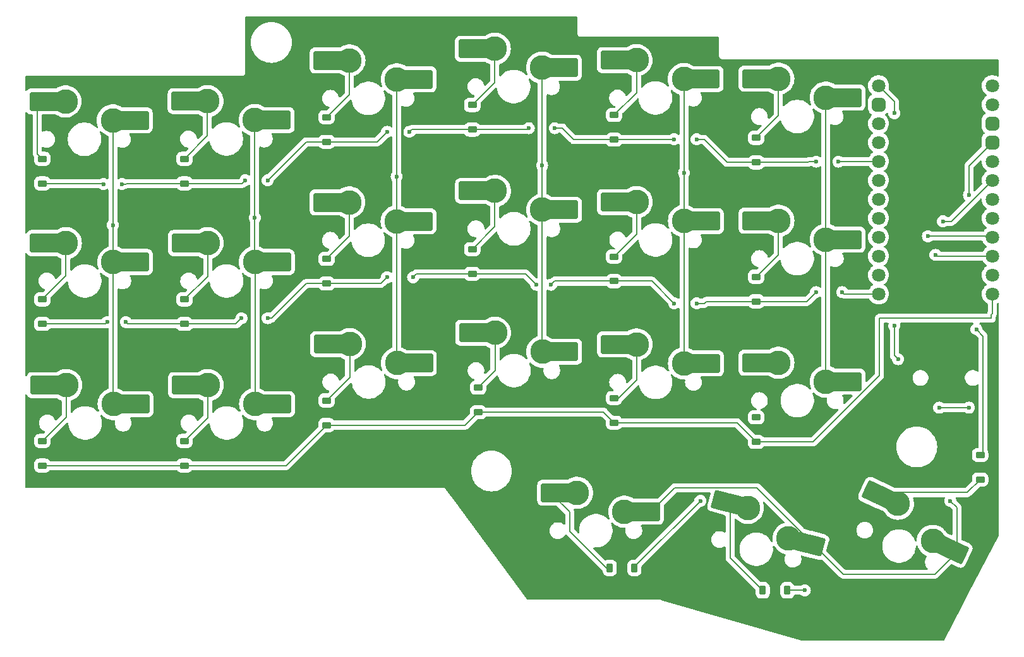
<source format=gbr>
%TF.GenerationSoftware,KiCad,Pcbnew,8.0.1*%
%TF.CreationDate,2024-05-26T01:43:18+02:00*%
%TF.ProjectId,KeyboardTest2_right,4b657962-6f61-4726-9454-657374325f72,rev?*%
%TF.SameCoordinates,Original*%
%TF.FileFunction,Copper,L1,Top*%
%TF.FilePolarity,Positive*%
%FSLAX46Y46*%
G04 Gerber Fmt 4.6, Leading zero omitted, Abs format (unit mm)*
G04 Created by KiCad (PCBNEW 8.0.1) date 2024-05-26 01:43:18*
%MOMM*%
%LPD*%
G01*
G04 APERTURE LIST*
G04 Aperture macros list*
%AMRoundRect*
0 Rectangle with rounded corners*
0 $1 Rounding radius*
0 $2 $3 $4 $5 $6 $7 $8 $9 X,Y pos of 4 corners*
0 Add a 4 corners polygon primitive as box body*
4,1,4,$2,$3,$4,$5,$6,$7,$8,$9,$2,$3,0*
0 Add four circle primitives for the rounded corners*
1,1,$1+$1,$2,$3*
1,1,$1+$1,$4,$5*
1,1,$1+$1,$6,$7*
1,1,$1+$1,$8,$9*
0 Add four rect primitives between the rounded corners*
20,1,$1+$1,$2,$3,$4,$5,0*
20,1,$1+$1,$4,$5,$6,$7,0*
20,1,$1+$1,$6,$7,$8,$9,0*
20,1,$1+$1,$8,$9,$2,$3,0*%
%AMRotRect*
0 Rectangle, with rotation*
0 The origin of the aperture is its center*
0 $1 length*
0 $2 width*
0 $3 Rotation angle, in degrees counterclockwise*
0 Add horizontal line*
21,1,$1,$2,0,0,$3*%
G04 Aperture macros list end*
%TA.AperFunction,ComponentPad*%
%ADD10C,3.300000*%
%TD*%
%TA.AperFunction,SMDPad,CuDef*%
%ADD11R,1.650000X2.500000*%
%TD*%
%TA.AperFunction,SMDPad,CuDef*%
%ADD12RoundRect,0.250000X-1.025000X-1.000000X1.025000X-1.000000X1.025000X1.000000X-1.025000X1.000000X0*%
%TD*%
%TA.AperFunction,SMDPad,CuDef*%
%ADD13RoundRect,0.225000X0.375000X-0.225000X0.375000X0.225000X-0.375000X0.225000X-0.375000X-0.225000X0*%
%TD*%
%TA.AperFunction,SMDPad,CuDef*%
%ADD14RoundRect,0.225000X0.225000X0.375000X-0.225000X0.375000X-0.225000X-0.375000X0.225000X-0.375000X0*%
%TD*%
%TA.AperFunction,SMDPad,CuDef*%
%ADD15RotRect,1.650000X2.500000X165.000000*%
%TD*%
%TA.AperFunction,SMDPad,CuDef*%
%ADD16RoundRect,0.250000X-1.248893X-0.700636X0.731255X-1.231215X1.248893X0.700636X-0.731255X1.231215X0*%
%TD*%
%TA.AperFunction,SMDPad,CuDef*%
%ADD17RotRect,1.650000X2.500000X345.000000*%
%TD*%
%TA.AperFunction,SMDPad,CuDef*%
%ADD18RoundRect,0.225000X-0.375000X0.225000X-0.375000X-0.225000X0.375000X-0.225000X0.375000X0.225000X0*%
%TD*%
%TA.AperFunction,SMDPad,CuDef*%
%ADD19RotRect,1.650000X2.500000X155.000000*%
%TD*%
%TA.AperFunction,SMDPad,CuDef*%
%ADD20RoundRect,0.250000X-1.351584X-0.473124X0.506347X-1.339492X1.351584X0.473124X-0.506347X1.339492X0*%
%TD*%
%TA.AperFunction,SMDPad,CuDef*%
%ADD21RotRect,1.650000X2.500000X335.000000*%
%TD*%
%TA.AperFunction,ComponentPad*%
%ADD22C,1.800000*%
%TD*%
%TA.AperFunction,ComponentPad*%
%ADD23RoundRect,0.450000X0.450000X0.450000X-0.450000X0.450000X-0.450000X-0.450000X0.450000X-0.450000X0*%
%TD*%
%TA.AperFunction,ViaPad*%
%ADD24C,0.600000*%
%TD*%
%TA.AperFunction,Conductor*%
%ADD25C,0.200000*%
%TD*%
G04 APERTURE END LIST*
D10*
%TO.P,MX15,1,1*%
%TO.N,COL3*%
X105821274Y-63992746D03*
D11*
X107646274Y-63992746D03*
D12*
X109371274Y-63992746D03*
%TO.P,MX15,2,2*%
%TO.N,Net-(D15-A)*%
X95921274Y-61452746D03*
D11*
X97671274Y-61452746D03*
D10*
X99471274Y-61452746D03*
%TD*%
%TO.P,MX13,1,1*%
%TO.N,COL2*%
X143807588Y-68010215D03*
D11*
X145632588Y-68010215D03*
D12*
X147357588Y-68010215D03*
%TO.P,MX13,2,2*%
%TO.N,Net-(D13-A)*%
X133907588Y-65470215D03*
D11*
X135657588Y-65470215D03*
D10*
X137457588Y-65470215D03*
%TD*%
%TO.P,MX17,1,1*%
%TO.N,COL4*%
X67330747Y-71017919D03*
D11*
X69155747Y-71017919D03*
D12*
X70880747Y-71017919D03*
%TO.P,MX17,2,2*%
%TO.N,Net-(D17-A)*%
X57430747Y-68477919D03*
D11*
X59180747Y-68477919D03*
D10*
X60980747Y-68477919D03*
%TD*%
%TO.P,MX14,1,1*%
%TO.N,COL1*%
X124806637Y-65560511D03*
D11*
X126631637Y-65560511D03*
D12*
X128356637Y-65560511D03*
%TO.P,MX14,2,2*%
%TO.N,Net-(D14-A)*%
X114906637Y-63020511D03*
D11*
X116656637Y-63020511D03*
D10*
X118456637Y-63020511D03*
%TD*%
D13*
%TO.P,D12,1,K*%
%TO.N,ROW1*%
X38805901Y-60267488D03*
%TO.P,D12,2,A*%
%TO.N,Net-(D12-A)*%
X38805901Y-56967488D03*
%TD*%
D10*
%TO.P,MX10,1,1*%
%TO.N,COL0*%
X86292680Y-46498478D03*
D11*
X88117680Y-46498478D03*
D12*
X89842680Y-46498478D03*
%TO.P,MX10,2,2*%
%TO.N,Net-(D10-A)*%
X76392680Y-43958478D03*
D11*
X78142680Y-43958478D03*
D10*
X79942680Y-43958478D03*
%TD*%
%TO.P,MX2,1,1*%
%TO.N,COL1*%
X124787651Y-27418105D03*
D11*
X126612651Y-27418105D03*
D12*
X128337651Y-27418105D03*
%TO.P,MX2,2,2*%
%TO.N,Net-(D2-A)*%
X114887651Y-24878105D03*
D11*
X116637651Y-24878105D03*
D10*
X118437651Y-24878105D03*
%TD*%
%TO.P,MX11,1,1*%
%TO.N,COL4*%
X67310000Y-51960000D03*
D11*
X69135000Y-51960000D03*
D12*
X70860000Y-51960000D03*
%TO.P,MX11,2,2*%
%TO.N,Net-(D11-A)*%
X57410000Y-49420000D03*
D11*
X59160000Y-49420000D03*
D10*
X60960000Y-49420000D03*
%TD*%
D13*
%TO.P,D1,1,K*%
%TO.N,ROW0*%
X134493512Y-38593893D03*
%TO.P,D1,2,A*%
%TO.N,Net-(D1-A)*%
X134493512Y-35293893D03*
%TD*%
%TO.P,D2,1,K*%
%TO.N,ROW0*%
X115437651Y-35528105D03*
%TO.P,D2,2,A*%
%TO.N,Net-(D2-A)*%
X115437651Y-32228105D03*
%TD*%
D10*
%TO.P,MX16,1,1*%
%TO.N,COL0*%
X86353105Y-65523757D03*
D11*
X88178105Y-65523757D03*
D12*
X89903105Y-65523757D03*
%TO.P,MX16,2,2*%
%TO.N,Net-(D16-A)*%
X76453105Y-62983757D03*
D11*
X78203105Y-62983757D03*
D10*
X80003105Y-62983757D03*
%TD*%
D14*
%TO.P,D20,1,K*%
%TO.N,M2OUT*%
X138650000Y-96000000D03*
%TO.P,D20,2,A*%
%TO.N,Net-(D20-A)*%
X135350000Y-96000000D03*
%TD*%
D13*
%TO.P,D16,1,K*%
%TO.N,ROW2*%
X76902680Y-73838478D03*
%TO.P,D16,2,A*%
%TO.N,Net-(D16-A)*%
X76902680Y-70538478D03*
%TD*%
D10*
%TO.P,MX18,1,1*%
%TO.N,COL5*%
X48360654Y-71017919D03*
D11*
X50185654Y-71017919D03*
D12*
X51910654Y-71017919D03*
%TO.P,MX18,2,2*%
%TO.N,Net-(D18-A)*%
X38460654Y-68477919D03*
D11*
X40210654Y-68477919D03*
D10*
X42010654Y-68477919D03*
%TD*%
D13*
%TO.P,D7,1,K*%
%TO.N,ROW1*%
X134493512Y-57243893D03*
%TO.P,D7,2,A*%
%TO.N,Net-(D7-A)*%
X134493512Y-53943893D03*
%TD*%
D10*
%TO.P,MX3,1,1*%
%TO.N,COL3*%
X105791481Y-25889484D03*
D11*
X107616481Y-25889484D03*
D12*
X109341481Y-25889484D03*
%TO.P,MX3,2,2*%
%TO.N,Net-(D3-A)*%
X95891481Y-23349484D03*
D11*
X97641481Y-23349484D03*
D10*
X99441481Y-23349484D03*
%TD*%
%TO.P,MX5,1,1*%
%TO.N,COL4*%
X67285405Y-32922351D03*
D11*
X69110405Y-32922351D03*
D12*
X70835405Y-32922351D03*
%TO.P,MX5,2,2*%
%TO.N,Net-(D5-A)*%
X57385405Y-30382351D03*
D11*
X59135405Y-30382351D03*
D10*
X60935405Y-30382351D03*
%TD*%
D13*
%TO.P,D10,1,K*%
%TO.N,ROW1*%
X76902680Y-54838478D03*
%TO.P,D10,2,A*%
%TO.N,Net-(D10-A)*%
X76902680Y-51538478D03*
%TD*%
%TO.P,D14,1,K*%
%TO.N,ROW2*%
X115437651Y-73528105D03*
%TO.P,D14,2,A*%
%TO.N,Net-(D14-A)*%
X115437651Y-70228105D03*
%TD*%
D10*
%TO.P,MX9,1,1*%
%TO.N,COL3*%
X105810000Y-44960000D03*
D11*
X107635000Y-44960000D03*
D12*
X109360000Y-44960000D03*
%TO.P,MX9,2,2*%
%TO.N,Net-(D9-A)*%
X95910000Y-42420000D03*
D11*
X97660000Y-42420000D03*
D10*
X99460000Y-42420000D03*
%TD*%
%TO.P,MX21,1,1*%
%TO.N,MIN*%
X116810000Y-85460000D03*
D11*
X118635000Y-85460000D03*
D12*
X120360000Y-85460000D03*
%TO.P,MX21,2,2*%
%TO.N,Net-(D21-A)*%
X106910000Y-82920000D03*
D11*
X108660000Y-82920000D03*
D10*
X110460000Y-82920000D03*
%TD*%
%TO.P,MX4,1,1*%
%TO.N,COL0*%
X86310000Y-27460000D03*
D11*
X88135000Y-27460000D03*
D12*
X89860000Y-27460000D03*
%TO.P,MX4,2,2*%
%TO.N,Net-(D4-A)*%
X76410000Y-24920000D03*
D11*
X78160000Y-24920000D03*
D10*
X79960000Y-24920000D03*
%TD*%
%TO.P,MX1,1,1*%
%TO.N,COL2*%
X143803512Y-29903893D03*
D11*
X145628512Y-29903893D03*
D12*
X147353512Y-29903893D03*
%TO.P,MX1,2,2*%
%TO.N,Net-(D1-A)*%
X133903512Y-27363893D03*
D11*
X135653512Y-27363893D03*
D10*
X137453512Y-27363893D03*
%TD*%
%TO.P,MX6,1,1*%
%TO.N,COL5*%
X48255498Y-32952259D03*
D11*
X50080498Y-32952259D03*
D12*
X51805498Y-32952259D03*
%TO.P,MX6,2,2*%
%TO.N,Net-(D6-A)*%
X38355498Y-30412259D03*
D11*
X40105498Y-30412259D03*
D10*
X41905498Y-30412259D03*
%TD*%
D13*
%TO.P,D3,1,K*%
%TO.N,ROW0*%
X96421895Y-34191173D03*
%TO.P,D3,2,A*%
%TO.N,Net-(D3-A)*%
X96421895Y-30891173D03*
%TD*%
D10*
%TO.P,MX12,1,1*%
%TO.N,COL5*%
X48310000Y-51960000D03*
D11*
X50135000Y-51960000D03*
D12*
X51860000Y-51960000D03*
%TO.P,MX12,2,2*%
%TO.N,Net-(D12-A)*%
X38410000Y-49420000D03*
D11*
X40160000Y-49420000D03*
D10*
X41960000Y-49420000D03*
%TD*%
D14*
%TO.P,D21,1,K*%
%TO.N,M3OUT*%
X118150000Y-93000000D03*
%TO.P,D21,2,A*%
%TO.N,Net-(D21-A)*%
X114850000Y-93000000D03*
%TD*%
D10*
%TO.P,MX7,1,1*%
%TO.N,COL2*%
X143810000Y-48960000D03*
D11*
X145635000Y-48960000D03*
D12*
X147360000Y-48960000D03*
%TO.P,MX7,2,2*%
%TO.N,Net-(D7-A)*%
X133910000Y-46420000D03*
D11*
X135660000Y-46420000D03*
D10*
X137460000Y-46420000D03*
%TD*%
%TO.P,MX20,1,1*%
%TO.N,MIN*%
X138837578Y-89032649D03*
D15*
X140600392Y-89504992D03*
D16*
X142266615Y-89951457D03*
%TO.P,MX20,2,2*%
%TO.N,Net-(D20-A)*%
X129932312Y-84016889D03*
D17*
X131622683Y-84469823D03*
D10*
X133361350Y-84935696D03*
%TD*%
D13*
%TO.P,D4,1,K*%
%TO.N,ROW0*%
X76902680Y-35838478D03*
%TO.P,D4,2,A*%
%TO.N,Net-(D4-A)*%
X76902680Y-32538478D03*
%TD*%
%TO.P,D18,1,K*%
%TO.N,ROW2*%
X38805901Y-79267488D03*
%TO.P,D18,2,A*%
%TO.N,Net-(D18-A)*%
X38805901Y-75967488D03*
%TD*%
D18*
%TO.P,D19,1,K*%
%TO.N,M1OUT*%
X164500000Y-77850000D03*
%TO.P,D19,2,A*%
%TO.N,Net-(D19-A)*%
X164500000Y-81150000D03*
%TD*%
D13*
%TO.P,D13,1,K*%
%TO.N,ROW2*%
X134493512Y-76093893D03*
%TO.P,D13,2,A*%
%TO.N,Net-(D13-A)*%
X134493512Y-72793893D03*
%TD*%
%TO.P,D15,1,K*%
%TO.N,ROW2*%
X97203984Y-72100737D03*
%TO.P,D15,2,A*%
%TO.N,Net-(D15-A)*%
X97203984Y-68800737D03*
%TD*%
D10*
%TO.P,MX19,1,1*%
%TO.N,MIN*%
X158158353Y-89373174D03*
D19*
X159812365Y-90144452D03*
D20*
X161375746Y-90873469D03*
%TO.P,MX19,2,2*%
%TO.N,Net-(D19-A)*%
X150259356Y-82887232D03*
D21*
X151845394Y-83626813D03*
D10*
X153476749Y-84387526D03*
%TD*%
D13*
%TO.P,D17,1,K*%
%TO.N,ROW2*%
X57856947Y-79267488D03*
%TO.P,D17,2,A*%
%TO.N,Net-(D17-A)*%
X57856947Y-75967488D03*
%TD*%
%TO.P,D9,1,K*%
%TO.N,ROW1*%
X96421895Y-53541173D03*
%TO.P,D9,2,A*%
%TO.N,Net-(D9-A)*%
X96421895Y-50241173D03*
%TD*%
%TO.P,D5,1,K*%
%TO.N,ROW0*%
X57856947Y-41417488D03*
%TO.P,D5,2,A*%
%TO.N,Net-(D5-A)*%
X57856947Y-38117488D03*
%TD*%
%TO.P,D8,1,K*%
%TO.N,ROW1*%
X115437651Y-54528105D03*
%TO.P,D8,2,A*%
%TO.N,Net-(D8-A)*%
X115437651Y-51228105D03*
%TD*%
D10*
%TO.P,MX8,1,1*%
%TO.N,COL1*%
X124810000Y-46460000D03*
D11*
X126635000Y-46460000D03*
D12*
X128360000Y-46460000D03*
%TO.P,MX8,2,2*%
%TO.N,Net-(D8-A)*%
X114910000Y-43920000D03*
D11*
X116660000Y-43920000D03*
D10*
X118460000Y-43920000D03*
%TD*%
D13*
%TO.P,D11,1,K*%
%TO.N,ROW1*%
X57856947Y-60267488D03*
%TO.P,D11,2,A*%
%TO.N,Net-(D11-A)*%
X57856947Y-56967488D03*
%TD*%
%TO.P,D6,1,K*%
%TO.N,ROW0*%
X38805901Y-41417488D03*
%TO.P,D6,2,A*%
%TO.N,Net-(D6-A)*%
X38805901Y-38117488D03*
%TD*%
D22*
%TO.P,J2,1,Pin_1*%
%TO.N,unconnected-(J2-Pin_1-Pad1)*%
X166120000Y-28300000D03*
%TO.P,J2,2,Pin_2*%
%TO.N,unconnected-(J2-Pin_2-Pad2)*%
X166120000Y-30840000D03*
D23*
%TO.P,J2,3,Pin_3*%
%TO.N,unconnected-(J2-Pin_3-Pad3)*%
X166120000Y-33380000D03*
%TO.P,J2,4,Pin_4*%
%TO.N,Net-(J2-Pin_4)*%
X166120000Y-35920000D03*
D22*
%TO.P,J2,5,Pin_5*%
%TO.N,Net-(J2-Pin_5)*%
X166120000Y-38460000D03*
%TO.P,J2,6,Pin_6*%
%TO.N,Net-(J2-Pin_6)*%
X166120000Y-41000000D03*
%TO.P,J2,7,Pin_7*%
%TO.N,unconnected-(J2-Pin_7-Pad7)*%
X166120000Y-43540000D03*
%TO.P,J2,8,Pin_8*%
%TO.N,unconnected-(J2-Pin_8-Pad8)*%
X166120000Y-46080000D03*
%TO.P,J2,9,Pin_9*%
%TO.N,M3OUT*%
X166120000Y-48620000D03*
%TO.P,J2,10,Pin_10*%
%TO.N,M2OUT*%
X166120000Y-51160000D03*
%TO.P,J2,11,Pin_11*%
%TO.N,M1OUT*%
X166120000Y-53700000D03*
%TO.P,J2,12,Pin_12*%
%TO.N,ROW2*%
X166120000Y-56240000D03*
%TO.P,J2,13,Pin_13*%
%TO.N,Net-(J2-Pin_13)*%
X150880000Y-28300000D03*
D23*
%TO.P,J2,14,Pin_14*%
%TO.N,MIN*%
X150880000Y-30840000D03*
D22*
%TO.P,J2,15,Pin_15*%
%TO.N,unconnected-(J2-Pin_15-Pad15)*%
X150880000Y-33380000D03*
%TO.P,J2,16,Pin_16*%
%TO.N,unconnected-(J2-Pin_16-Pad16)*%
X150880000Y-35920000D03*
%TO.P,J2,17,Pin_17*%
%TO.N,ROW0*%
X150880000Y-38460000D03*
%TO.P,J2,18,Pin_18*%
%TO.N,COL0*%
X150880000Y-41000000D03*
%TO.P,J2,19,Pin_19*%
%TO.N,COL1*%
X150880000Y-43540000D03*
%TO.P,J2,20,Pin_20*%
%TO.N,COL2*%
X150880000Y-46080000D03*
%TO.P,J2,21,Pin_21*%
%TO.N,COL3*%
X150880000Y-48620000D03*
%TO.P,J2,22,Pin_22*%
%TO.N,COL4*%
X150880000Y-51160000D03*
%TO.P,J2,23,Pin_23*%
%TO.N,COL5*%
X150880000Y-53700000D03*
%TO.P,J2,24,Pin_24*%
%TO.N,ROW1*%
X150880000Y-56240000D03*
%TD*%
D24*
%TO.N,ROW0*%
X145500000Y-38500000D03*
X104000000Y-34000000D03*
X85000000Y-34500000D03*
X88000000Y-34500000D03*
X47000000Y-41500000D03*
X142500000Y-38500000D03*
X126500000Y-35500000D03*
X66000000Y-41000000D03*
X123500000Y-35500000D03*
X49500000Y-41500000D03*
X69000000Y-41000000D03*
X107500000Y-34000000D03*
%TO.N,ROW1*%
X85000000Y-54000000D03*
X69000000Y-59500000D03*
X105000000Y-55000000D03*
X107000000Y-55000000D03*
X146000000Y-56000000D03*
X50000000Y-60000000D03*
X88500000Y-54000000D03*
X142500000Y-56000000D03*
X47500000Y-60000000D03*
X126500000Y-57500000D03*
X65500000Y-59500000D03*
X123500000Y-57500000D03*
%TO.N,COL0*%
X86292680Y-40500000D03*
%TO.N,COL1*%
X124810000Y-40000000D03*
%TO.N,COL3*%
X105791481Y-39000000D03*
%TO.N,COL4*%
X67285405Y-46000000D03*
%TO.N,COL5*%
X48255498Y-47000000D03*
%TO.N,M1OUT*%
X164000000Y-61000000D03*
%TO.N,M2OUT*%
X158500000Y-51000000D03*
X141000000Y-96000000D03*
%TO.N,M3OUT*%
X127000000Y-84000000D03*
X157500000Y-48500000D03*
%TO.N,MIN*%
X160500000Y-84000000D03*
%TO.N,Net-(J2-Pin_4)*%
X163000000Y-43000000D03*
X159000000Y-71500000D03*
X163000000Y-71500000D03*
%TO.N,Net-(J2-Pin_6)*%
X159500000Y-46500000D03*
%TO.N,Net-(J2-Pin_13)*%
X153500000Y-65000000D03*
X153000000Y-60500000D03*
X153000000Y-32000000D03*
%TD*%
D25*
%TO.N,Net-(D1-A)*%
X137453512Y-32333893D02*
X134493512Y-35293893D01*
X137453512Y-27363893D02*
X137453512Y-32333893D01*
%TO.N,Net-(D2-A)*%
X118437651Y-29228105D02*
X115437651Y-32228105D01*
X118437651Y-24878105D02*
X118437651Y-29228105D01*
%TO.N,Net-(D3-A)*%
X99441481Y-23349484D02*
X99441481Y-27871587D01*
X99441481Y-27871587D02*
X96421895Y-30891173D01*
%TO.N,Net-(D4-A)*%
X79960000Y-29481158D02*
X76902680Y-32538478D01*
X79960000Y-24920000D02*
X79960000Y-29481158D01*
%TO.N,Net-(D5-A)*%
X60935405Y-35039030D02*
X57856947Y-38117488D01*
X60935405Y-30382351D02*
X60935405Y-35039030D01*
%TO.N,Net-(D6-A)*%
X38355498Y-30412259D02*
X38140498Y-30627259D01*
X38140498Y-37452085D02*
X38805901Y-38117488D01*
X38140498Y-30627259D02*
X38140498Y-37452085D01*
%TO.N,Net-(D7-A)*%
X137460000Y-50977405D02*
X134493512Y-53943893D01*
X137460000Y-46420000D02*
X137460000Y-50977405D01*
%TO.N,Net-(D8-A)*%
X118460000Y-43920000D02*
X118460000Y-48205756D01*
X118460000Y-48205756D02*
X115437651Y-51228105D01*
%TO.N,Net-(D9-A)*%
X99460000Y-47203068D02*
X96421895Y-50241173D01*
X99460000Y-42420000D02*
X99460000Y-47203068D01*
%TO.N,Net-(D10-A)*%
X79942680Y-43958478D02*
X79942680Y-48498478D01*
X79942680Y-48498478D02*
X76902680Y-51538478D01*
%TO.N,Net-(D11-A)*%
X60960000Y-49420000D02*
X60960000Y-53864435D01*
X60960000Y-53864435D02*
X57856947Y-56967488D01*
%TO.N,Net-(D12-A)*%
X41960000Y-49420000D02*
X41960000Y-53813389D01*
X41960000Y-53813389D02*
X38805901Y-56967488D01*
%TO.N,Net-(D14-A)*%
X118456637Y-67809119D02*
X116037651Y-70228105D01*
X116037651Y-70228105D02*
X115437651Y-70228105D01*
X118456637Y-63020511D02*
X118456637Y-67809119D01*
%TO.N,Net-(D15-A)*%
X99471274Y-61452746D02*
X99471274Y-66533447D01*
X99471274Y-66533447D02*
X97203984Y-68800737D01*
%TO.N,Net-(D16-A)*%
X80003105Y-62983757D02*
X80003105Y-67438053D01*
X80003105Y-67438053D02*
X76902680Y-70538478D01*
%TO.N,Net-(D17-A)*%
X60980747Y-72843688D02*
X57856947Y-75967488D01*
X60980747Y-68477919D02*
X60980747Y-72843688D01*
%TO.N,Net-(D18-A)*%
X42010654Y-68477919D02*
X42010654Y-72762735D01*
X42010654Y-72762735D02*
X38805901Y-75967488D01*
%TO.N,Net-(D19-A)*%
X162762768Y-82887232D02*
X164500000Y-81150000D01*
X150259356Y-82887232D02*
X162762768Y-82887232D01*
%TO.N,Net-(D20-A)*%
X130973345Y-85057922D02*
X130973345Y-91623345D01*
X129932312Y-84016889D02*
X130973345Y-85057922D01*
X130973345Y-91623345D02*
X135350000Y-96000000D01*
%TO.N,Net-(D21-A)*%
X114400000Y-93000000D02*
X114850000Y-93000000D01*
X106910000Y-82920000D02*
X109500000Y-85510000D01*
X109500000Y-85510000D02*
X109500000Y-88100000D01*
X109500000Y-88100000D02*
X114400000Y-93000000D01*
%TO.N,ROW0*%
X57856947Y-41417488D02*
X65582512Y-41417488D01*
X107500000Y-34000000D02*
X108500000Y-34000000D01*
X123471895Y-35528105D02*
X123500000Y-35500000D01*
X142500000Y-38500000D02*
X141500000Y-38500000D01*
X141500000Y-38500000D02*
X141406107Y-38593893D01*
X150880000Y-38460000D02*
X145540000Y-38460000D01*
X69000000Y-41000000D02*
X74161522Y-35838478D01*
X65582512Y-41417488D02*
X66000000Y-41000000D01*
X88000000Y-34500000D02*
X88308827Y-34191173D01*
X145540000Y-38460000D02*
X145500000Y-38500000D01*
X127500000Y-35500000D02*
X130593893Y-38593893D01*
X103808827Y-34191173D02*
X104000000Y-34000000D01*
X50000000Y-41500000D02*
X50082512Y-41417488D01*
X141406107Y-38593893D02*
X134493512Y-38593893D01*
X96421895Y-34191173D02*
X103808827Y-34191173D01*
X130593893Y-38593893D02*
X134493512Y-38593893D01*
X46917488Y-41417488D02*
X47000000Y-41500000D01*
X49500000Y-41500000D02*
X50000000Y-41500000D01*
X76902680Y-35838478D02*
X83661522Y-35838478D01*
X38805901Y-41417488D02*
X46917488Y-41417488D01*
X50082512Y-41417488D02*
X57856947Y-41417488D01*
X126500000Y-35500000D02*
X127500000Y-35500000D01*
X108500000Y-34000000D02*
X110028105Y-35528105D01*
X115437651Y-35528105D02*
X123471895Y-35528105D01*
X83661522Y-35838478D02*
X85000000Y-34500000D01*
X88308827Y-34191173D02*
X96421895Y-34191173D01*
X110028105Y-35528105D02*
X115437651Y-35528105D01*
X74161522Y-35838478D02*
X76902680Y-35838478D01*
%TO.N,ROW1*%
X126500000Y-57500000D02*
X127500000Y-57500000D01*
X115437651Y-54528105D02*
X120528105Y-54528105D01*
X107000000Y-55000000D02*
X107471895Y-54528105D01*
X103541173Y-53541173D02*
X105000000Y-55000000D01*
X146000000Y-56000000D02*
X146240000Y-56240000D01*
X47232512Y-60267488D02*
X47500000Y-60000000D01*
X84161522Y-54838478D02*
X85000000Y-54000000D01*
X107471895Y-54528105D02*
X115437651Y-54528105D01*
X74161522Y-54838478D02*
X76902680Y-54838478D01*
X76902680Y-54838478D02*
X84161522Y-54838478D01*
X50267488Y-60267488D02*
X57856947Y-60267488D01*
X38805901Y-60267488D02*
X47232512Y-60267488D01*
X146240000Y-56240000D02*
X150880000Y-56240000D01*
X120528105Y-54528105D02*
X123500000Y-57500000D01*
X88958827Y-53541173D02*
X96421895Y-53541173D01*
X96421895Y-53541173D02*
X103541173Y-53541173D01*
X134493512Y-57243893D02*
X141256107Y-57243893D01*
X57856947Y-60267488D02*
X64732512Y-60267488D01*
X88500000Y-54000000D02*
X88958827Y-53541173D01*
X141256107Y-57243893D02*
X142500000Y-56000000D01*
X69500000Y-59500000D02*
X74161522Y-54838478D01*
X127500000Y-57500000D02*
X127756107Y-57243893D01*
X127756107Y-57243893D02*
X134493512Y-57243893D01*
X64732512Y-60267488D02*
X65500000Y-59500000D01*
X69000000Y-59500000D02*
X69500000Y-59500000D01*
X50000000Y-60000000D02*
X50267488Y-60267488D01*
%TO.N,ROW2*%
X142083654Y-76093893D02*
X151000000Y-67177547D01*
X97203984Y-72100737D02*
X114010283Y-72100737D01*
X166120000Y-58880000D02*
X166120000Y-56240000D01*
X57856947Y-79267488D02*
X71473670Y-79267488D01*
X76902680Y-73838478D02*
X95466243Y-73838478D01*
X38805901Y-79267488D02*
X57856947Y-79267488D01*
X151000000Y-59500000D02*
X166000000Y-59500000D01*
X166000000Y-59500000D02*
X166000000Y-59000000D01*
X71473670Y-79267488D02*
X76902680Y-73838478D01*
X95466243Y-73838478D02*
X97203984Y-72100737D01*
X114010283Y-72100737D02*
X115437651Y-73528105D01*
X166000000Y-59000000D02*
X166120000Y-58880000D01*
X134493512Y-76093893D02*
X142083654Y-76093893D01*
X131927724Y-73528105D02*
X134493512Y-76093893D01*
X115437651Y-73528105D02*
X131927724Y-73528105D01*
X151000000Y-67177547D02*
X151000000Y-59500000D01*
%TO.N,COL0*%
X86292680Y-65463332D02*
X86292680Y-46498478D01*
X86292680Y-46498478D02*
X86292680Y-40500000D01*
X86353105Y-65523757D02*
X86292680Y-65463332D01*
X86292680Y-27477320D02*
X86310000Y-27460000D01*
X86292680Y-40500000D02*
X86292680Y-27477320D01*
%TO.N,COL1*%
X124810000Y-40000000D02*
X124810000Y-46460000D01*
X124806637Y-65560511D02*
X124806637Y-46463363D01*
X124810000Y-27440454D02*
X124810000Y-40000000D01*
X124787651Y-27418105D02*
X124810000Y-27440454D01*
X124806637Y-46463363D02*
X124810000Y-46460000D01*
%TO.N,COL2*%
X143810000Y-47135000D02*
X143810000Y-48960000D01*
X143803512Y-29903893D02*
X143803512Y-47128512D01*
X143803512Y-47128512D02*
X143810000Y-47135000D01*
X143803512Y-68006139D02*
X143807588Y-68010215D01*
X143803512Y-29903893D02*
X143803512Y-68006139D01*
%TO.N,COL3*%
X105810000Y-44960000D02*
X105810000Y-63981472D01*
X105791481Y-25889484D02*
X105791481Y-39000000D01*
X105810000Y-63981472D02*
X105821274Y-63992746D01*
X105791481Y-44941481D02*
X105810000Y-44960000D01*
X105791481Y-39000000D02*
X105791481Y-44941481D01*
%TO.N,COL4*%
X67330747Y-51980747D02*
X67310000Y-51960000D01*
X67285405Y-46000000D02*
X67285405Y-51935405D01*
X67330747Y-71017919D02*
X67330747Y-51980747D01*
X67285405Y-32922351D02*
X67285405Y-46000000D01*
X67285405Y-51935405D02*
X67310000Y-51960000D01*
%TO.N,COL5*%
X48255498Y-51905498D02*
X48310000Y-51960000D01*
X48255498Y-47000000D02*
X48255498Y-51905498D01*
X48255498Y-32952259D02*
X48255498Y-47000000D01*
X48310000Y-70967265D02*
X48360654Y-71017919D01*
X48310000Y-51960000D02*
X48310000Y-70967265D01*
%TO.N,M1OUT*%
X164900000Y-61900000D02*
X164000000Y-61000000D01*
X164500000Y-77850000D02*
X164900000Y-77450000D01*
X164900000Y-77450000D02*
X164900000Y-61900000D01*
%TO.N,M2OUT*%
X158660000Y-51160000D02*
X166120000Y-51160000D01*
X158500000Y-51000000D02*
X158660000Y-51160000D01*
X138650000Y-96000000D02*
X141000000Y-96000000D01*
%TO.N,M3OUT*%
X157500000Y-48500000D02*
X166000000Y-48500000D01*
X118150000Y-93000000D02*
X118150000Y-92850000D01*
X166000000Y-48500000D02*
X166120000Y-48620000D01*
X118150000Y-92850000D02*
X127000000Y-84000000D01*
%TO.N,MIN*%
X142266615Y-89951457D02*
X146155592Y-93840434D01*
X158408781Y-93840434D02*
X161375746Y-90873469D01*
X120360000Y-85460000D02*
X123587044Y-82232956D01*
X134548114Y-82232956D02*
X142266615Y-89951457D01*
X161375746Y-84875746D02*
X160500000Y-84000000D01*
X146155592Y-93840434D02*
X158408781Y-93840434D01*
X161375746Y-90873469D02*
X161375746Y-84875746D01*
X123587044Y-82232956D02*
X134548114Y-82232956D01*
%TO.N,Net-(J2-Pin_4)*%
X163000000Y-43000000D02*
X163000000Y-39040000D01*
X159000000Y-71500000D02*
X163000000Y-71500000D01*
X163000000Y-39040000D02*
X166120000Y-35920000D01*
%TO.N,Net-(J2-Pin_6)*%
X160620000Y-46500000D02*
X166120000Y-41000000D01*
X159500000Y-46500000D02*
X160620000Y-46500000D01*
%TO.N,Net-(J2-Pin_13)*%
X153000000Y-30420000D02*
X150880000Y-28300000D01*
X153000000Y-64500000D02*
X153000000Y-60500000D01*
X153500000Y-65000000D02*
X153000000Y-64500000D01*
X153000000Y-32000000D02*
X153000000Y-30420000D01*
%TD*%
%TA.AperFunction,NonConductor*%
G36*
X164634703Y-38357043D02*
G01*
X164690637Y-38398915D01*
X164714946Y-38462985D01*
X164733864Y-38691296D01*
X164733866Y-38691308D01*
X164790842Y-38916300D01*
X164884075Y-39128848D01*
X165011016Y-39323147D01*
X165011019Y-39323151D01*
X165011021Y-39323153D01*
X165168216Y-39493913D01*
X165168219Y-39493915D01*
X165168222Y-39493918D01*
X165345818Y-39632147D01*
X165386631Y-39688857D01*
X165390306Y-39758630D01*
X165355674Y-39819313D01*
X165345818Y-39827853D01*
X165168222Y-39966081D01*
X165168219Y-39966084D01*
X165168216Y-39966086D01*
X165168216Y-39966087D01*
X165151150Y-39984626D01*
X165011016Y-40136852D01*
X164884075Y-40331151D01*
X164790842Y-40543699D01*
X164733866Y-40768691D01*
X164733864Y-40768702D01*
X164714700Y-40999993D01*
X164714700Y-41000006D01*
X164733864Y-41231297D01*
X164733866Y-41231309D01*
X164778319Y-41406848D01*
X164775694Y-41476668D01*
X164745794Y-41524969D01*
X163812181Y-42458582D01*
X163750858Y-42492067D01*
X163681166Y-42487083D01*
X163625233Y-42445211D01*
X163600816Y-42379747D01*
X163600500Y-42370901D01*
X163600500Y-39340096D01*
X163620185Y-39273057D01*
X163636814Y-39252419D01*
X164503691Y-38385542D01*
X164565012Y-38352059D01*
X164634703Y-38357043D01*
G37*
%TD.AperFunction*%
%TA.AperFunction,NonConductor*%
G36*
X146282579Y-69760715D02*
G01*
X147268234Y-69760714D01*
X147335273Y-69780398D01*
X147381028Y-69833202D01*
X147390972Y-69902361D01*
X147361947Y-69965917D01*
X147355915Y-69972395D01*
X146377349Y-70950961D01*
X146316026Y-70984446D01*
X146246334Y-70979462D01*
X146190401Y-70937590D01*
X146165984Y-70872126D01*
X146171739Y-70824956D01*
X146175374Y-70813771D01*
X146175374Y-70813770D01*
X146203088Y-70638794D01*
X146203088Y-70461636D01*
X146175374Y-70286660D01*
X146131366Y-70151214D01*
X146120631Y-70118175D01*
X146120630Y-70118172D01*
X146040201Y-69960323D01*
X146038223Y-69957601D01*
X146037790Y-69956387D01*
X146037656Y-69956169D01*
X146037701Y-69956140D01*
X146014742Y-69891795D01*
X146030567Y-69823741D01*
X146080672Y-69775045D01*
X146138540Y-69760714D01*
X146282570Y-69760714D01*
X146282579Y-69760715D01*
G37*
%TD.AperFunction*%
%TA.AperFunction,NonConductor*%
G36*
X36705703Y-50759116D02*
G01*
X36730037Y-50787731D01*
X36762287Y-50840016D01*
X36780876Y-50870155D01*
X36792288Y-50888656D01*
X36916344Y-51012712D01*
X37065666Y-51104814D01*
X37232203Y-51159999D01*
X37334991Y-51170500D01*
X39287118Y-51170499D01*
X39287127Y-51170500D01*
X40664941Y-51170499D01*
X40729369Y-51188551D01*
X40968319Y-51333860D01*
X40968324Y-51333862D01*
X41238158Y-51451067D01*
X41268953Y-51459695D01*
X41328196Y-51496736D01*
X41358009Y-51559926D01*
X41359500Y-51579097D01*
X41359500Y-53513290D01*
X41339815Y-53580329D01*
X41323181Y-53600971D01*
X40702540Y-54221612D01*
X40641217Y-54255097D01*
X40571525Y-54250113D01*
X40515592Y-54208241D01*
X40496928Y-54172249D01*
X40463043Y-54067960D01*
X40463042Y-54067957D01*
X40414190Y-53972082D01*
X40382614Y-53910110D01*
X40278483Y-53766786D01*
X40153214Y-53641517D01*
X40009890Y-53537386D01*
X39970385Y-53517257D01*
X39852042Y-53456957D01*
X39852039Y-53456956D01*
X39683556Y-53402214D01*
X39593144Y-53387894D01*
X39508579Y-53374500D01*
X39331421Y-53374500D01*
X39273095Y-53383738D01*
X39156443Y-53402214D01*
X38987960Y-53456956D01*
X38987957Y-53456957D01*
X38830109Y-53537386D01*
X38781153Y-53572955D01*
X38686786Y-53641517D01*
X38686784Y-53641519D01*
X38686783Y-53641519D01*
X38561519Y-53766783D01*
X38561519Y-53766784D01*
X38561517Y-53766786D01*
X38522310Y-53820750D01*
X38457386Y-53910109D01*
X38376957Y-54067957D01*
X38376956Y-54067960D01*
X38322214Y-54236443D01*
X38315489Y-54278904D01*
X38294500Y-54411421D01*
X38294500Y-54588579D01*
X38301037Y-54629850D01*
X38322214Y-54763556D01*
X38376956Y-54932039D01*
X38376957Y-54932042D01*
X38446158Y-55067854D01*
X38457386Y-55089890D01*
X38561517Y-55233214D01*
X38686786Y-55358483D01*
X38830110Y-55462614D01*
X38899044Y-55497738D01*
X38987957Y-55543042D01*
X38987960Y-55543043D01*
X39092249Y-55576928D01*
X39149924Y-55616365D01*
X39177123Y-55680723D01*
X39165209Y-55749570D01*
X39141612Y-55782540D01*
X38943483Y-55980669D01*
X38882160Y-56014154D01*
X38855802Y-56016988D01*
X38382563Y-56016988D01*
X38382545Y-56016989D01*
X38283193Y-56027138D01*
X38283190Y-56027139D01*
X38122206Y-56080484D01*
X38122195Y-56080489D01*
X37977860Y-56169517D01*
X37977856Y-56169520D01*
X37857933Y-56289443D01*
X37857930Y-56289447D01*
X37768902Y-56433782D01*
X37768897Y-56433793D01*
X37715552Y-56594778D01*
X37705401Y-56694135D01*
X37705401Y-57240825D01*
X37705402Y-57240843D01*
X37715551Y-57340195D01*
X37715552Y-57340198D01*
X37768897Y-57501182D01*
X37768902Y-57501193D01*
X37857930Y-57645528D01*
X37857933Y-57645532D01*
X37977856Y-57765455D01*
X37977860Y-57765458D01*
X38122195Y-57854486D01*
X38122198Y-57854487D01*
X38122204Y-57854491D01*
X38283193Y-57907837D01*
X38382556Y-57917988D01*
X39229245Y-57917987D01*
X39229253Y-57917986D01*
X39229256Y-57917986D01*
X39283661Y-57912428D01*
X39328609Y-57907837D01*
X39489598Y-57854491D01*
X39633945Y-57765456D01*
X39753869Y-57645532D01*
X39842904Y-57501185D01*
X39896250Y-57340196D01*
X39906401Y-57240833D01*
X39906400Y-56767584D01*
X39926084Y-56700546D01*
X39942714Y-56679909D01*
X42045218Y-54577405D01*
X42106539Y-54543922D01*
X42176231Y-54548906D01*
X42232164Y-54590778D01*
X42255836Y-54648903D01*
X42293112Y-54932042D01*
X42294002Y-54938800D01*
X42365917Y-55207191D01*
X42370152Y-55222994D01*
X42482734Y-55494794D01*
X42482742Y-55494810D01*
X42629840Y-55749589D01*
X42629851Y-55749605D01*
X42808948Y-55983009D01*
X42808954Y-55983016D01*
X43016983Y-56191045D01*
X43016990Y-56191051D01*
X43145217Y-56289443D01*
X43250403Y-56370155D01*
X43250410Y-56370159D01*
X43505189Y-56517257D01*
X43505205Y-56517265D01*
X43777005Y-56629847D01*
X43777007Y-56629847D01*
X43777013Y-56629850D01*
X44061200Y-56705998D01*
X44352894Y-56744400D01*
X44352901Y-56744400D01*
X44647099Y-56744400D01*
X44647106Y-56744400D01*
X44938800Y-56705998D01*
X45222987Y-56629850D01*
X45332499Y-56584489D01*
X45494794Y-56517265D01*
X45494797Y-56517263D01*
X45494803Y-56517261D01*
X45749597Y-56370155D01*
X45983011Y-56191050D01*
X46191050Y-55983011D01*
X46370155Y-55749597D01*
X46515483Y-55497882D01*
X46517257Y-55494810D01*
X46517265Y-55494794D01*
X46629847Y-55222994D01*
X46629846Y-55222994D01*
X46629850Y-55222987D01*
X46705998Y-54938800D01*
X46744400Y-54647106D01*
X46744400Y-54352894D01*
X46705998Y-54061200D01*
X46629850Y-53777013D01*
X46610433Y-53730137D01*
X46548381Y-53580329D01*
X46545326Y-53572954D01*
X46537858Y-53503485D01*
X46569133Y-53441006D01*
X46629222Y-53405354D01*
X46699047Y-53407848D01*
X46750510Y-53440864D01*
X46818151Y-53513290D01*
X46838743Y-53535338D01*
X46919417Y-53600971D01*
X47066951Y-53720999D01*
X47066953Y-53721000D01*
X47066954Y-53721001D01*
X47318319Y-53873860D01*
X47318324Y-53873862D01*
X47588158Y-53991067D01*
X47618953Y-53999695D01*
X47678196Y-54036736D01*
X47708009Y-54099926D01*
X47709500Y-54119097D01*
X47709500Y-59079283D01*
X47689815Y-59146322D01*
X47637011Y-59192077D01*
X47571618Y-59202503D01*
X47500005Y-59194435D01*
X47499996Y-59194435D01*
X47320750Y-59214630D01*
X47320745Y-59214631D01*
X47150476Y-59274211D01*
X46997737Y-59370184D01*
X46870182Y-59497739D01*
X46800297Y-59608961D01*
X46747963Y-59655251D01*
X46695304Y-59666988D01*
X39870905Y-59666988D01*
X39803866Y-59647303D01*
X39765366Y-59608084D01*
X39753869Y-59589444D01*
X39633945Y-59469520D01*
X39633941Y-59469517D01*
X39489606Y-59380489D01*
X39489600Y-59380486D01*
X39489598Y-59380485D01*
X39489595Y-59380484D01*
X39328610Y-59327139D01*
X39229247Y-59316988D01*
X38382563Y-59316988D01*
X38382545Y-59316989D01*
X38283193Y-59327138D01*
X38283190Y-59327139D01*
X38122206Y-59380484D01*
X38122195Y-59380489D01*
X37977860Y-59469517D01*
X37977856Y-59469520D01*
X37857933Y-59589443D01*
X37857930Y-59589447D01*
X37768902Y-59733782D01*
X37768897Y-59733793D01*
X37715552Y-59894778D01*
X37705401Y-59994135D01*
X37705401Y-60540825D01*
X37705402Y-60540843D01*
X37715551Y-60640195D01*
X37715552Y-60640198D01*
X37768897Y-60801182D01*
X37768902Y-60801193D01*
X37857930Y-60945528D01*
X37857933Y-60945532D01*
X37977856Y-61065455D01*
X37977860Y-61065458D01*
X38122195Y-61154486D01*
X38122198Y-61154487D01*
X38122204Y-61154491D01*
X38283193Y-61207837D01*
X38382556Y-61217988D01*
X39229245Y-61217987D01*
X39229253Y-61217986D01*
X39229256Y-61217986D01*
X39283661Y-61212428D01*
X39328609Y-61207837D01*
X39489598Y-61154491D01*
X39633945Y-61065456D01*
X39753869Y-60945532D01*
X39765366Y-60926891D01*
X39817313Y-60880167D01*
X39870905Y-60867988D01*
X47145843Y-60867988D01*
X47145859Y-60867989D01*
X47153455Y-60867989D01*
X47311566Y-60867989D01*
X47311569Y-60867989D01*
X47464297Y-60827065D01*
X47464301Y-60827063D01*
X47479501Y-60818287D01*
X47527620Y-60802453D01*
X47571617Y-60797496D01*
X47640439Y-60809551D01*
X47691818Y-60856900D01*
X47709500Y-60920716D01*
X47709500Y-68874816D01*
X47689815Y-68941855D01*
X47637011Y-68987610D01*
X47634902Y-68988550D01*
X47368973Y-69104058D01*
X47117608Y-69256917D01*
X46889397Y-69442580D01*
X46688586Y-69657595D01*
X46518936Y-69897935D01*
X46518932Y-69897941D01*
X46383581Y-70159156D01*
X46285063Y-70436359D01*
X46285058Y-70436375D01*
X46225206Y-70724405D01*
X46225205Y-70724407D01*
X46205129Y-71017919D01*
X46225205Y-71311430D01*
X46225206Y-71311432D01*
X46285058Y-71599462D01*
X46285063Y-71599478D01*
X46383580Y-71876681D01*
X46384818Y-71879530D01*
X46384939Y-71880503D01*
X46385000Y-71880674D01*
X46384962Y-71880687D01*
X46393464Y-71948863D01*
X46363253Y-72011864D01*
X46303777Y-72048530D01*
X46233920Y-72047221D01*
X46183397Y-72016600D01*
X46033670Y-71866873D01*
X46033663Y-71866867D01*
X45800259Y-71687770D01*
X45800257Y-71687768D01*
X45800251Y-71687764D01*
X45800246Y-71687761D01*
X45800243Y-71687759D01*
X45545464Y-71540661D01*
X45545448Y-71540653D01*
X45273648Y-71428071D01*
X45263963Y-71425476D01*
X44989454Y-71351921D01*
X44989453Y-71351920D01*
X44989450Y-71351920D01*
X44697770Y-71313520D01*
X44697765Y-71313519D01*
X44697760Y-71313519D01*
X44403548Y-71313519D01*
X44403542Y-71313519D01*
X44403537Y-71313520D01*
X44111857Y-71351920D01*
X43827659Y-71428071D01*
X43555859Y-71540653D01*
X43555843Y-71540661D01*
X43301064Y-71687759D01*
X43301048Y-71687770D01*
X43067644Y-71866867D01*
X43067637Y-71866873D01*
X42859608Y-72074902D01*
X42859599Y-72074912D01*
X42833529Y-72108888D01*
X42777101Y-72150091D01*
X42707355Y-72154245D01*
X42646435Y-72120032D01*
X42613683Y-72058314D01*
X42611154Y-72033401D01*
X42611154Y-70637016D01*
X42630839Y-70569977D01*
X42683643Y-70524222D01*
X42701701Y-70517614D01*
X42732495Y-70508986D01*
X42732496Y-70508986D01*
X43002329Y-70391781D01*
X43002334Y-70391779D01*
X43079405Y-70344911D01*
X43253703Y-70238918D01*
X43481914Y-70053254D01*
X43682719Y-69838245D01*
X43852376Y-69597895D01*
X43987726Y-69336683D01*
X44086246Y-69059473D01*
X44086246Y-69059468D01*
X44086249Y-69059462D01*
X44125831Y-68868979D01*
X44146102Y-68771430D01*
X44166179Y-68477919D01*
X44146842Y-68195224D01*
X44146102Y-68184407D01*
X44146101Y-68184405D01*
X44143036Y-68169657D01*
X44111056Y-68015755D01*
X44086249Y-67896375D01*
X44086244Y-67896359D01*
X44006134Y-67670950D01*
X43987726Y-67619155D01*
X43852376Y-67357943D01*
X43852375Y-67357941D01*
X43852371Y-67357935D01*
X43682721Y-67117595D01*
X43592239Y-67020713D01*
X43481914Y-66902584D01*
X43481912Y-66902583D01*
X43481910Y-66902580D01*
X43253699Y-66716917D01*
X43002334Y-66564058D01*
X43002329Y-66564056D01*
X42732499Y-66446853D01*
X42449214Y-66367480D01*
X42449210Y-66367479D01*
X42449209Y-66367479D01*
X42303480Y-66347449D01*
X42157753Y-66327419D01*
X42157752Y-66327419D01*
X41863556Y-66327419D01*
X41863555Y-66327419D01*
X41572099Y-66367479D01*
X41572093Y-66367480D01*
X41288808Y-66446853D01*
X41018978Y-66564056D01*
X41018973Y-66564058D01*
X40780024Y-66709367D01*
X40715596Y-66727419D01*
X37385652Y-66727419D01*
X37385635Y-66727420D01*
X37282857Y-66737919D01*
X37282854Y-66737920D01*
X37116322Y-66793104D01*
X37116317Y-66793106D01*
X36966996Y-66885208D01*
X36842943Y-67009261D01*
X36750841Y-67158582D01*
X36750839Y-67158587D01*
X36742206Y-67184642D01*
X36702433Y-67242087D01*
X36637917Y-67268910D01*
X36569142Y-67256595D01*
X36517942Y-67209052D01*
X36500500Y-67145638D01*
X36500500Y-50852829D01*
X36520185Y-50785790D01*
X36572989Y-50740035D01*
X36642147Y-50730091D01*
X36705703Y-50759116D01*
G37*
%TD.AperFunction*%
%TA.AperFunction,NonConductor*%
G36*
X110442539Y-19020185D02*
G01*
X110488294Y-19072989D01*
X110499500Y-19124500D01*
X110499500Y-21315891D01*
X110533608Y-21443187D01*
X110566554Y-21500250D01*
X110599500Y-21557314D01*
X110692686Y-21650500D01*
X110806814Y-21716392D01*
X110934108Y-21750500D01*
X111065892Y-21750500D01*
X129375500Y-21750500D01*
X129442539Y-21770185D01*
X129488294Y-21822989D01*
X129499500Y-21874500D01*
X129499500Y-24315891D01*
X129533608Y-24443187D01*
X129548777Y-24469460D01*
X129599500Y-24557314D01*
X129692686Y-24650500D01*
X129806814Y-24716392D01*
X129934108Y-24750500D01*
X148934108Y-24750500D01*
X166875500Y-24750500D01*
X166942539Y-24770185D01*
X166988294Y-24822989D01*
X166999500Y-24874500D01*
X166999500Y-26975432D01*
X166979815Y-27042471D01*
X166927011Y-27088226D01*
X166857853Y-27098170D01*
X166816483Y-27084487D01*
X166684509Y-27013067D01*
X166684506Y-27013066D01*
X166684503Y-27013064D01*
X166684497Y-27013062D01*
X166684495Y-27013061D01*
X166464984Y-26937702D01*
X166268805Y-26904966D01*
X166236049Y-26899500D01*
X166003951Y-26899500D01*
X165971195Y-26904966D01*
X165775015Y-26937702D01*
X165555504Y-27013061D01*
X165555495Y-27013064D01*
X165351371Y-27123531D01*
X165351365Y-27123535D01*
X165168222Y-27266081D01*
X165168219Y-27266084D01*
X165168216Y-27266086D01*
X165168216Y-27266087D01*
X165109267Y-27330122D01*
X165011016Y-27436852D01*
X164884075Y-27631151D01*
X164790842Y-27843699D01*
X164733866Y-28068691D01*
X164733864Y-28068702D01*
X164714700Y-28299993D01*
X164714700Y-28300006D01*
X164733864Y-28531297D01*
X164733866Y-28531308D01*
X164790842Y-28756300D01*
X164884075Y-28968848D01*
X165011016Y-29163147D01*
X165011019Y-29163151D01*
X165011021Y-29163153D01*
X165168216Y-29333913D01*
X165168219Y-29333915D01*
X165168222Y-29333918D01*
X165345818Y-29472147D01*
X165386631Y-29528857D01*
X165390306Y-29598630D01*
X165355674Y-29659313D01*
X165345818Y-29667853D01*
X165168222Y-29806081D01*
X165168219Y-29806084D01*
X165168216Y-29806086D01*
X165168216Y-29806087D01*
X165134687Y-29842509D01*
X165011016Y-29976852D01*
X164884075Y-30171151D01*
X164790842Y-30383699D01*
X164733866Y-30608691D01*
X164733864Y-30608702D01*
X164714700Y-30839993D01*
X164714700Y-30840006D01*
X164733864Y-31071297D01*
X164733866Y-31071308D01*
X164790842Y-31296300D01*
X164884075Y-31508848D01*
X165011016Y-31703147D01*
X165011019Y-31703151D01*
X165011021Y-31703153D01*
X165168216Y-31873913D01*
X165205016Y-31902556D01*
X165245829Y-31959265D01*
X165249504Y-32029038D01*
X165214873Y-32089722D01*
X165186266Y-32110317D01*
X165144252Y-32132263D01*
X164994428Y-32254428D01*
X164872265Y-32404250D01*
X164782762Y-32575594D01*
X164729582Y-32761451D01*
X164719500Y-32874863D01*
X164719500Y-33885136D01*
X164729582Y-33998548D01*
X164782762Y-34184405D01*
X164850482Y-34314048D01*
X164872266Y-34355751D01*
X164967122Y-34472082D01*
X164994429Y-34505571D01*
X165053697Y-34553899D01*
X165093213Y-34611520D01*
X165095304Y-34681358D01*
X165059306Y-34741241D01*
X165053697Y-34746101D01*
X164994429Y-34794428D01*
X164872265Y-34944250D01*
X164782762Y-35115594D01*
X164729582Y-35301451D01*
X164719500Y-35414863D01*
X164719500Y-36419902D01*
X164699815Y-36486941D01*
X164683181Y-36507583D01*
X162519481Y-38671282D01*
X162519475Y-38671290D01*
X162484551Y-38731782D01*
X162484551Y-38731784D01*
X162440423Y-38808214D01*
X162437064Y-38820750D01*
X162399499Y-38960943D01*
X162399499Y-38960945D01*
X162399499Y-39129046D01*
X162399500Y-39129059D01*
X162399500Y-42417587D01*
X162379815Y-42484626D01*
X162372450Y-42494896D01*
X162370186Y-42497734D01*
X162274211Y-42650476D01*
X162214631Y-42820745D01*
X162214630Y-42820750D01*
X162194435Y-42999996D01*
X162194435Y-43000003D01*
X162214630Y-43179249D01*
X162214631Y-43179254D01*
X162274211Y-43349523D01*
X162370184Y-43502262D01*
X162481661Y-43613739D01*
X162515146Y-43675062D01*
X162510162Y-43744754D01*
X162481661Y-43789101D01*
X160407584Y-45863181D01*
X160346261Y-45896666D01*
X160319903Y-45899500D01*
X160082412Y-45899500D01*
X160015373Y-45879815D01*
X160005097Y-45872445D01*
X160002263Y-45870185D01*
X160002262Y-45870184D01*
X159924959Y-45821611D01*
X159849523Y-45774211D01*
X159679254Y-45714631D01*
X159679249Y-45714630D01*
X159500004Y-45694435D01*
X159499996Y-45694435D01*
X159320750Y-45714630D01*
X159320745Y-45714631D01*
X159150476Y-45774211D01*
X158997737Y-45870184D01*
X158870184Y-45997737D01*
X158774211Y-46150476D01*
X158714631Y-46320745D01*
X158714630Y-46320750D01*
X158694435Y-46499996D01*
X158694435Y-46500003D01*
X158714630Y-46679249D01*
X158714631Y-46679254D01*
X158774211Y-46849523D01*
X158857914Y-46982734D01*
X158870184Y-47002262D01*
X158997738Y-47129816D01*
X159150478Y-47225789D01*
X159301866Y-47278762D01*
X159320745Y-47285368D01*
X159320750Y-47285369D01*
X159499996Y-47305565D01*
X159500000Y-47305565D01*
X159500004Y-47305565D01*
X159679249Y-47285369D01*
X159679252Y-47285368D01*
X159679255Y-47285368D01*
X159849522Y-47225789D01*
X160002262Y-47129816D01*
X160002267Y-47129810D01*
X160005097Y-47127555D01*
X160007275Y-47126665D01*
X160008158Y-47126111D01*
X160008255Y-47126265D01*
X160069783Y-47101145D01*
X160082412Y-47100500D01*
X160533331Y-47100500D01*
X160533347Y-47100501D01*
X160540943Y-47100501D01*
X160699054Y-47100501D01*
X160699057Y-47100501D01*
X160851785Y-47059577D01*
X160901904Y-47030639D01*
X160988716Y-46980520D01*
X161100520Y-46868716D01*
X161100520Y-46868714D01*
X161110728Y-46858507D01*
X161110729Y-46858504D01*
X164503691Y-43465543D01*
X164565012Y-43432060D01*
X164634704Y-43437044D01*
X164690637Y-43478916D01*
X164714946Y-43542986D01*
X164733864Y-43771296D01*
X164733866Y-43771308D01*
X164790842Y-43996300D01*
X164884075Y-44208848D01*
X165011016Y-44403147D01*
X165011019Y-44403151D01*
X165011021Y-44403153D01*
X165168216Y-44573913D01*
X165168219Y-44573915D01*
X165168222Y-44573918D01*
X165345818Y-44712147D01*
X165386631Y-44768857D01*
X165390306Y-44838630D01*
X165355674Y-44899313D01*
X165345818Y-44907853D01*
X165168222Y-45046081D01*
X165168219Y-45046084D01*
X165168216Y-45046086D01*
X165168216Y-45046087D01*
X165143629Y-45072796D01*
X165011016Y-45216852D01*
X164884075Y-45411151D01*
X164790842Y-45623699D01*
X164733866Y-45848691D01*
X164733864Y-45848702D01*
X164714700Y-46079993D01*
X164714700Y-46080006D01*
X164733864Y-46311297D01*
X164733866Y-46311308D01*
X164790842Y-46536300D01*
X164884075Y-46748848D01*
X165011016Y-46943147D01*
X165011019Y-46943151D01*
X165011021Y-46943153D01*
X165168216Y-47113913D01*
X165168219Y-47113915D01*
X165168222Y-47113918D01*
X165345818Y-47252147D01*
X165386631Y-47308857D01*
X165390306Y-47378630D01*
X165355674Y-47439313D01*
X165345818Y-47447853D01*
X165168222Y-47586081D01*
X165168219Y-47586084D01*
X165168216Y-47586086D01*
X165168216Y-47586087D01*
X165016954Y-47750403D01*
X165011015Y-47756854D01*
X164954523Y-47843322D01*
X164901377Y-47888678D01*
X164850715Y-47899500D01*
X158082412Y-47899500D01*
X158015373Y-47879815D01*
X158005097Y-47872445D01*
X158002263Y-47870185D01*
X158002262Y-47870184D01*
X157933995Y-47827289D01*
X157849523Y-47774211D01*
X157679254Y-47714631D01*
X157679249Y-47714630D01*
X157500004Y-47694435D01*
X157499996Y-47694435D01*
X157320750Y-47714630D01*
X157320745Y-47714631D01*
X157150476Y-47774211D01*
X156997737Y-47870184D01*
X156870184Y-47997737D01*
X156774211Y-48150476D01*
X156714631Y-48320745D01*
X156714630Y-48320750D01*
X156694435Y-48499996D01*
X156694435Y-48500003D01*
X156714630Y-48679249D01*
X156714631Y-48679254D01*
X156774211Y-48849523D01*
X156858088Y-48983011D01*
X156870184Y-49002262D01*
X156997738Y-49129816D01*
X157150478Y-49225789D01*
X157258407Y-49263555D01*
X157320745Y-49285368D01*
X157320750Y-49285369D01*
X157499996Y-49305565D01*
X157500000Y-49305565D01*
X157500004Y-49305565D01*
X157679249Y-49285369D01*
X157679252Y-49285368D01*
X157679255Y-49285368D01*
X157849522Y-49225789D01*
X158002262Y-49129816D01*
X158002267Y-49129810D01*
X158005097Y-49127555D01*
X158007275Y-49126665D01*
X158008158Y-49126111D01*
X158008255Y-49126265D01*
X158069783Y-49101145D01*
X158082412Y-49100500D01*
X164720445Y-49100500D01*
X164787484Y-49120185D01*
X164833239Y-49172989D01*
X164834001Y-49174690D01*
X164884075Y-49288848D01*
X165011016Y-49483147D01*
X165011019Y-49483151D01*
X165011021Y-49483153D01*
X165168216Y-49653913D01*
X165168219Y-49653915D01*
X165168222Y-49653918D01*
X165345818Y-49792147D01*
X165386631Y-49848857D01*
X165390306Y-49918630D01*
X165355674Y-49979313D01*
X165345818Y-49987853D01*
X165168222Y-50126081D01*
X165168219Y-50126084D01*
X165168216Y-50126086D01*
X165168216Y-50126087D01*
X165154052Y-50141473D01*
X165011016Y-50296852D01*
X164884075Y-50491151D01*
X164882253Y-50494519D01*
X164833033Y-50544109D01*
X164773199Y-50559500D01*
X159237157Y-50559500D01*
X159170118Y-50539815D01*
X159132165Y-50501475D01*
X159129818Y-50497740D01*
X159002262Y-50370184D01*
X158849523Y-50274211D01*
X158679254Y-50214631D01*
X158679249Y-50214630D01*
X158500004Y-50194435D01*
X158499996Y-50194435D01*
X158320750Y-50214630D01*
X158320745Y-50214631D01*
X158150476Y-50274211D01*
X157997737Y-50370184D01*
X157870184Y-50497737D01*
X157774211Y-50650476D01*
X157714631Y-50820745D01*
X157714630Y-50820750D01*
X157694435Y-50999996D01*
X157694435Y-51000003D01*
X157714630Y-51179249D01*
X157714631Y-51179254D01*
X157774211Y-51349523D01*
X157838016Y-51451067D01*
X157870184Y-51502262D01*
X157997738Y-51629816D01*
X158150478Y-51725789D01*
X158253420Y-51761810D01*
X158320745Y-51785368D01*
X158320750Y-51785369D01*
X158499996Y-51805565D01*
X158500000Y-51805565D01*
X158500004Y-51805565D01*
X158679249Y-51785369D01*
X158679251Y-51785368D01*
X158679255Y-51785368D01*
X158679258Y-51785366D01*
X158679262Y-51785366D01*
X158730438Y-51767459D01*
X158771393Y-51760500D01*
X164773199Y-51760500D01*
X164840238Y-51780185D01*
X164882253Y-51825481D01*
X164884075Y-51828848D01*
X165011016Y-52023147D01*
X165011019Y-52023151D01*
X165011021Y-52023153D01*
X165168216Y-52193913D01*
X165168219Y-52193915D01*
X165168222Y-52193918D01*
X165345818Y-52332147D01*
X165386631Y-52388857D01*
X165390306Y-52458630D01*
X165355674Y-52519313D01*
X165345818Y-52527853D01*
X165168222Y-52666081D01*
X165168219Y-52666084D01*
X165011016Y-52836852D01*
X164884075Y-53031151D01*
X164790842Y-53243699D01*
X164733866Y-53468691D01*
X164733864Y-53468702D01*
X164714700Y-53699993D01*
X164714700Y-53700006D01*
X164733864Y-53931297D01*
X164733866Y-53931308D01*
X164790842Y-54156300D01*
X164884075Y-54368848D01*
X165011016Y-54563147D01*
X165011019Y-54563151D01*
X165011021Y-54563153D01*
X165168216Y-54733913D01*
X165168219Y-54733915D01*
X165168222Y-54733918D01*
X165345818Y-54872147D01*
X165386631Y-54928857D01*
X165390306Y-54998630D01*
X165355674Y-55059313D01*
X165345818Y-55067853D01*
X165168222Y-55206081D01*
X165168219Y-55206084D01*
X165011016Y-55376852D01*
X164884075Y-55571151D01*
X164790842Y-55783699D01*
X164733866Y-56008691D01*
X164733864Y-56008702D01*
X164714700Y-56239993D01*
X164714700Y-56240006D01*
X164733864Y-56471297D01*
X164733866Y-56471308D01*
X164790842Y-56696300D01*
X164884075Y-56908848D01*
X165011016Y-57103147D01*
X165011019Y-57103151D01*
X165011021Y-57103153D01*
X165168216Y-57273913D01*
X165168219Y-57273915D01*
X165168222Y-57273918D01*
X165351365Y-57416464D01*
X165351372Y-57416468D01*
X165351374Y-57416470D01*
X165442118Y-57465578D01*
X165454517Y-57472288D01*
X165504108Y-57521507D01*
X165519500Y-57581343D01*
X165519500Y-58598023D01*
X165502888Y-58660021D01*
X165483021Y-58694433D01*
X165483020Y-58694435D01*
X165440423Y-58768215D01*
X165429870Y-58807595D01*
X165393507Y-58867254D01*
X165330660Y-58897783D01*
X165310097Y-58899500D01*
X150920943Y-58899500D01*
X150768216Y-58940423D01*
X150768209Y-58940426D01*
X150631290Y-59019475D01*
X150631282Y-59019481D01*
X150519481Y-59131282D01*
X150519475Y-59131290D01*
X150440426Y-59268209D01*
X150440423Y-59268216D01*
X150399500Y-59420943D01*
X150399500Y-66877449D01*
X150379815Y-66944488D01*
X150363181Y-66965130D01*
X149344768Y-67983543D01*
X149283445Y-68017028D01*
X149213753Y-68012044D01*
X149157820Y-67970172D01*
X149133403Y-67904708D01*
X149133087Y-67895862D01*
X149133087Y-66960213D01*
X149133086Y-66960196D01*
X149122587Y-66857418D01*
X149122586Y-66857415D01*
X149108156Y-66813868D01*
X149067402Y-66690881D01*
X148975300Y-66541559D01*
X148851244Y-66417503D01*
X148701922Y-66325401D01*
X148535385Y-66270216D01*
X148535383Y-66270215D01*
X148432604Y-66259715D01*
X148432597Y-66259715D01*
X146505469Y-66259715D01*
X146505461Y-66259715D01*
X145102645Y-66259715D01*
X145038217Y-66241663D01*
X144813978Y-66105300D01*
X144799262Y-66096351D01*
X144529430Y-65979147D01*
X144529426Y-65979146D01*
X144494556Y-65969376D01*
X144435314Y-65932334D01*
X144405503Y-65869143D01*
X144404012Y-65849975D01*
X144404012Y-52621095D01*
X144423697Y-52554056D01*
X144476501Y-52508301D01*
X144545659Y-52498357D01*
X144584307Y-52510610D01*
X144647957Y-52543042D01*
X144647960Y-52543043D01*
X144732201Y-52570414D01*
X144816445Y-52597786D01*
X144991421Y-52625500D01*
X144991422Y-52625500D01*
X145168578Y-52625500D01*
X145168579Y-52625500D01*
X145343555Y-52597786D01*
X145512042Y-52543042D01*
X145669890Y-52462614D01*
X145813214Y-52358483D01*
X145938483Y-52233214D01*
X146042614Y-52089890D01*
X146123042Y-51932042D01*
X146177786Y-51763555D01*
X146205500Y-51588579D01*
X146205500Y-51411421D01*
X146177786Y-51236445D01*
X146135017Y-51104814D01*
X146123043Y-51067960D01*
X146123042Y-51067957D01*
X146042613Y-50910108D01*
X146040635Y-50907386D01*
X146040202Y-50906172D01*
X146040068Y-50905954D01*
X146040113Y-50905925D01*
X146017154Y-50841580D01*
X146032979Y-50773526D01*
X146083084Y-50724830D01*
X146140952Y-50710499D01*
X146284982Y-50710499D01*
X146284991Y-50710500D01*
X148435008Y-50710499D01*
X148537797Y-50699999D01*
X148704334Y-50644814D01*
X148853656Y-50552712D01*
X148977712Y-50428656D01*
X149069814Y-50279334D01*
X149124999Y-50112797D01*
X149135500Y-50010009D01*
X149135499Y-47909992D01*
X149134704Y-47902214D01*
X149124999Y-47807203D01*
X149124998Y-47807200D01*
X149115763Y-47779331D01*
X149069814Y-47640666D01*
X148977712Y-47491344D01*
X148853656Y-47367288D01*
X148758924Y-47308857D01*
X148704336Y-47275187D01*
X148704331Y-47275185D01*
X148687175Y-47269500D01*
X148537797Y-47220001D01*
X148537795Y-47220000D01*
X148435016Y-47209500D01*
X148435009Y-47209500D01*
X146507881Y-47209500D01*
X146507873Y-47209500D01*
X145105057Y-47209500D01*
X145040629Y-47191448D01*
X144837562Y-47067960D01*
X144801674Y-47046136D01*
X144531842Y-46928932D01*
X144531837Y-46928931D01*
X144494556Y-46918485D01*
X144435313Y-46881443D01*
X144405502Y-46818252D01*
X144404012Y-46799084D01*
X144404012Y-38500003D01*
X144694435Y-38500003D01*
X144714630Y-38679249D01*
X144714631Y-38679254D01*
X144774211Y-38849523D01*
X144844223Y-38960945D01*
X144870184Y-39002262D01*
X144997738Y-39129816D01*
X145150478Y-39225789D01*
X145285562Y-39273057D01*
X145320745Y-39285368D01*
X145320750Y-39285369D01*
X145499996Y-39305565D01*
X145500000Y-39305565D01*
X145500004Y-39305565D01*
X145679249Y-39285369D01*
X145679252Y-39285368D01*
X145679255Y-39285368D01*
X145849522Y-39225789D01*
X146002262Y-39129816D01*
X146035259Y-39096819D01*
X146096582Y-39063334D01*
X146122940Y-39060500D01*
X149533199Y-39060500D01*
X149600238Y-39080185D01*
X149642253Y-39125481D01*
X149644075Y-39128848D01*
X149771016Y-39323147D01*
X149771019Y-39323151D01*
X149771021Y-39323153D01*
X149928216Y-39493913D01*
X149928219Y-39493915D01*
X149928222Y-39493918D01*
X150105818Y-39632147D01*
X150146631Y-39688857D01*
X150150306Y-39758630D01*
X150115674Y-39819313D01*
X150105818Y-39827853D01*
X149928222Y-39966081D01*
X149928219Y-39966084D01*
X149928216Y-39966086D01*
X149928216Y-39966087D01*
X149911150Y-39984626D01*
X149771016Y-40136852D01*
X149644075Y-40331151D01*
X149550842Y-40543699D01*
X149493866Y-40768691D01*
X149493864Y-40768702D01*
X149474700Y-40999993D01*
X149474700Y-41000006D01*
X149493864Y-41231297D01*
X149493866Y-41231308D01*
X149550842Y-41456300D01*
X149644075Y-41668848D01*
X149771016Y-41863147D01*
X149771019Y-41863151D01*
X149771021Y-41863153D01*
X149928216Y-42033913D01*
X149928219Y-42033915D01*
X149928222Y-42033918D01*
X150105818Y-42172147D01*
X150146631Y-42228857D01*
X150150306Y-42298630D01*
X150115674Y-42359313D01*
X150105818Y-42367853D01*
X149928222Y-42506081D01*
X149928219Y-42506084D01*
X149771016Y-42676852D01*
X149644075Y-42871151D01*
X149550842Y-43083699D01*
X149493866Y-43308691D01*
X149493864Y-43308702D01*
X149474700Y-43539993D01*
X149474700Y-43540006D01*
X149493864Y-43771297D01*
X149493866Y-43771308D01*
X149550842Y-43996300D01*
X149644075Y-44208848D01*
X149771016Y-44403147D01*
X149771019Y-44403151D01*
X149771021Y-44403153D01*
X149928216Y-44573913D01*
X149928219Y-44573915D01*
X149928222Y-44573918D01*
X150105818Y-44712147D01*
X150146631Y-44768857D01*
X150150306Y-44838630D01*
X150115674Y-44899313D01*
X150105818Y-44907853D01*
X149928222Y-45046081D01*
X149928219Y-45046084D01*
X149928216Y-45046086D01*
X149928216Y-45046087D01*
X149903629Y-45072796D01*
X149771016Y-45216852D01*
X149644075Y-45411151D01*
X149550842Y-45623699D01*
X149493866Y-45848691D01*
X149493864Y-45848702D01*
X149474700Y-46079993D01*
X149474700Y-46080006D01*
X149493864Y-46311297D01*
X149493866Y-46311308D01*
X149550842Y-46536300D01*
X149644075Y-46748848D01*
X149771016Y-46943147D01*
X149771019Y-46943151D01*
X149771021Y-46943153D01*
X149928216Y-47113913D01*
X149928219Y-47113915D01*
X149928222Y-47113918D01*
X150105818Y-47252147D01*
X150146631Y-47308857D01*
X150150306Y-47378630D01*
X150115674Y-47439313D01*
X150105818Y-47447853D01*
X149928222Y-47586081D01*
X149928219Y-47586084D01*
X149928216Y-47586086D01*
X149928216Y-47586087D01*
X149914864Y-47600591D01*
X149771016Y-47756852D01*
X149644075Y-47951151D01*
X149550842Y-48163699D01*
X149493866Y-48388691D01*
X149493864Y-48388702D01*
X149474700Y-48619993D01*
X149474700Y-48620006D01*
X149493864Y-48851297D01*
X149493866Y-48851308D01*
X149550842Y-49076300D01*
X149644075Y-49288848D01*
X149771016Y-49483147D01*
X149771019Y-49483151D01*
X149771021Y-49483153D01*
X149928216Y-49653913D01*
X149928219Y-49653915D01*
X149928222Y-49653918D01*
X150105818Y-49792147D01*
X150146631Y-49848857D01*
X150150306Y-49918630D01*
X150115674Y-49979313D01*
X150105818Y-49987853D01*
X149928222Y-50126081D01*
X149928219Y-50126084D01*
X149928216Y-50126086D01*
X149928216Y-50126087D01*
X149914052Y-50141473D01*
X149771016Y-50296852D01*
X149644075Y-50491151D01*
X149550842Y-50703699D01*
X149493866Y-50928691D01*
X149493864Y-50928702D01*
X149474700Y-51159993D01*
X149474700Y-51160006D01*
X149493864Y-51391297D01*
X149493866Y-51391308D01*
X149550842Y-51616300D01*
X149644075Y-51828848D01*
X149771016Y-52023147D01*
X149771019Y-52023151D01*
X149771021Y-52023153D01*
X149928216Y-52193913D01*
X149928219Y-52193915D01*
X149928222Y-52193918D01*
X150105818Y-52332147D01*
X150146631Y-52388857D01*
X150150306Y-52458630D01*
X150115674Y-52519313D01*
X150105818Y-52527853D01*
X149928222Y-52666081D01*
X149928219Y-52666084D01*
X149771016Y-52836852D01*
X149644075Y-53031151D01*
X149550842Y-53243699D01*
X149493866Y-53468691D01*
X149493864Y-53468702D01*
X149474700Y-53699993D01*
X149474700Y-53700006D01*
X149493864Y-53931297D01*
X149493866Y-53931308D01*
X149550842Y-54156300D01*
X149644075Y-54368848D01*
X149771016Y-54563147D01*
X149771019Y-54563151D01*
X149771021Y-54563153D01*
X149928216Y-54733913D01*
X149928219Y-54733915D01*
X149928222Y-54733918D01*
X150105818Y-54872147D01*
X150146631Y-54928857D01*
X150150306Y-54998630D01*
X150115674Y-55059313D01*
X150105818Y-55067853D01*
X149928222Y-55206081D01*
X149928219Y-55206084D01*
X149771016Y-55376852D01*
X149644075Y-55571151D01*
X149642253Y-55574519D01*
X149593033Y-55624109D01*
X149533199Y-55639500D01*
X146787423Y-55639500D01*
X146720384Y-55619815D01*
X146682430Y-55581473D01*
X146629816Y-55497738D01*
X146502262Y-55370184D01*
X146483640Y-55358483D01*
X146349523Y-55274211D01*
X146179254Y-55214631D01*
X146179249Y-55214630D01*
X146000004Y-55194435D01*
X145999996Y-55194435D01*
X145820750Y-55214630D01*
X145820745Y-55214631D01*
X145650476Y-55274211D01*
X145497737Y-55370184D01*
X145370184Y-55497737D01*
X145274211Y-55650476D01*
X145214631Y-55820745D01*
X145214630Y-55820750D01*
X145194435Y-55999996D01*
X145194435Y-56000003D01*
X145214630Y-56179249D01*
X145214631Y-56179254D01*
X145274211Y-56349523D01*
X145327162Y-56433793D01*
X145370184Y-56502262D01*
X145497738Y-56629816D01*
X145519346Y-56643393D01*
X145632721Y-56714632D01*
X145650478Y-56725789D01*
X145757873Y-56763368D01*
X145820745Y-56785368D01*
X145820750Y-56785369D01*
X145999998Y-56805565D01*
X146006967Y-56805565D01*
X146006967Y-56806426D01*
X146044179Y-56809213D01*
X146160942Y-56840500D01*
X146160943Y-56840500D01*
X149533199Y-56840500D01*
X149600238Y-56860185D01*
X149642253Y-56905481D01*
X149644075Y-56908848D01*
X149771016Y-57103147D01*
X149771019Y-57103151D01*
X149771021Y-57103153D01*
X149928216Y-57273913D01*
X149928219Y-57273915D01*
X149928222Y-57273918D01*
X150111365Y-57416464D01*
X150111371Y-57416468D01*
X150111374Y-57416470D01*
X150315497Y-57526936D01*
X150380394Y-57549215D01*
X150535015Y-57602297D01*
X150535017Y-57602297D01*
X150535019Y-57602298D01*
X150763951Y-57640500D01*
X150763952Y-57640500D01*
X150996048Y-57640500D01*
X150996049Y-57640500D01*
X151224981Y-57602298D01*
X151444503Y-57526936D01*
X151648626Y-57416470D01*
X151831784Y-57273913D01*
X151988979Y-57103153D01*
X152115924Y-56908849D01*
X152209157Y-56696300D01*
X152266134Y-56471305D01*
X152268237Y-56445925D01*
X152285300Y-56240006D01*
X152285300Y-56239993D01*
X152266135Y-56008702D01*
X152266133Y-56008691D01*
X152209157Y-55783699D01*
X152115924Y-55571151D01*
X151988983Y-55376852D01*
X151988980Y-55376849D01*
X151988979Y-55376847D01*
X151831784Y-55206087D01*
X151654180Y-55067853D01*
X151613368Y-55011143D01*
X151609693Y-54941370D01*
X151644324Y-54880687D01*
X151654181Y-54872146D01*
X151831784Y-54733913D01*
X151988979Y-54563153D01*
X152115924Y-54368849D01*
X152209157Y-54156300D01*
X152266134Y-53931305D01*
X152267450Y-53915426D01*
X152285300Y-53700006D01*
X152285300Y-53699993D01*
X152266135Y-53468702D01*
X152266133Y-53468691D01*
X152209157Y-53243699D01*
X152115924Y-53031151D01*
X151988983Y-52836852D01*
X151988980Y-52836849D01*
X151988979Y-52836847D01*
X151831784Y-52666087D01*
X151654180Y-52527853D01*
X151613368Y-52471143D01*
X151609693Y-52401370D01*
X151644324Y-52340687D01*
X151654181Y-52332146D01*
X151831784Y-52193913D01*
X151988979Y-52023153D01*
X152115924Y-51828849D01*
X152209157Y-51616300D01*
X152266134Y-51391305D01*
X152266135Y-51391297D01*
X152285300Y-51160006D01*
X152285300Y-51159993D01*
X152266135Y-50928702D01*
X152266133Y-50928691D01*
X152209157Y-50703699D01*
X152115924Y-50491151D01*
X151988983Y-50296852D01*
X151988980Y-50296849D01*
X151988979Y-50296847D01*
X151831784Y-50126087D01*
X151654180Y-49987853D01*
X151613368Y-49931143D01*
X151609693Y-49861370D01*
X151644324Y-49800687D01*
X151654181Y-49792146D01*
X151831784Y-49653913D01*
X151988979Y-49483153D01*
X151989250Y-49482739D01*
X152030239Y-49420000D01*
X152115924Y-49288849D01*
X152209157Y-49076300D01*
X152266134Y-48851305D01*
X152267200Y-48838440D01*
X152285300Y-48620006D01*
X152285300Y-48619993D01*
X152266135Y-48388702D01*
X152266133Y-48388691D01*
X152209157Y-48163699D01*
X152115924Y-47951151D01*
X151988983Y-47756852D01*
X151988980Y-47756849D01*
X151988979Y-47756847D01*
X151831784Y-47586087D01*
X151654180Y-47447853D01*
X151613368Y-47391143D01*
X151609693Y-47321370D01*
X151644324Y-47260687D01*
X151654181Y-47252146D01*
X151674354Y-47236445D01*
X151831784Y-47113913D01*
X151988979Y-46943153D01*
X152115924Y-46748849D01*
X152209157Y-46536300D01*
X152266134Y-46311305D01*
X152268783Y-46279334D01*
X152285300Y-46080006D01*
X152285300Y-46079993D01*
X152266135Y-45848702D01*
X152266133Y-45848691D01*
X152209157Y-45623699D01*
X152115924Y-45411151D01*
X151988983Y-45216852D01*
X151988980Y-45216849D01*
X151988979Y-45216847D01*
X151831784Y-45046087D01*
X151654180Y-44907853D01*
X151613368Y-44851143D01*
X151609693Y-44781370D01*
X151644324Y-44720687D01*
X151654181Y-44712146D01*
X151671070Y-44699001D01*
X151831784Y-44573913D01*
X151988979Y-44403153D01*
X152115924Y-44208849D01*
X152209157Y-43996300D01*
X152266134Y-43771305D01*
X152268783Y-43739334D01*
X152285300Y-43540006D01*
X152285300Y-43539993D01*
X152266135Y-43308702D01*
X152266133Y-43308691D01*
X152209157Y-43083699D01*
X152115924Y-42871151D01*
X151988983Y-42676852D01*
X151988980Y-42676849D01*
X151988979Y-42676847D01*
X151831784Y-42506087D01*
X151654180Y-42367853D01*
X151613368Y-42311143D01*
X151609693Y-42241370D01*
X151644324Y-42180687D01*
X151654181Y-42172146D01*
X151831784Y-42033913D01*
X151988979Y-41863153D01*
X152115924Y-41668849D01*
X152209157Y-41456300D01*
X152266134Y-41231305D01*
X152270447Y-41179254D01*
X152285300Y-41000006D01*
X152285300Y-40999993D01*
X152266135Y-40768702D01*
X152266133Y-40768691D01*
X152209157Y-40543699D01*
X152115924Y-40331151D01*
X151988983Y-40136852D01*
X151988980Y-40136849D01*
X151988979Y-40136847D01*
X151831784Y-39966087D01*
X151654180Y-39827853D01*
X151613368Y-39771143D01*
X151609693Y-39701370D01*
X151644324Y-39640687D01*
X151654181Y-39632146D01*
X151831784Y-39493913D01*
X151988979Y-39323153D01*
X152115924Y-39128849D01*
X152209157Y-38916300D01*
X152266134Y-38691305D01*
X152266135Y-38691296D01*
X152285300Y-38460006D01*
X152285300Y-38459993D01*
X152266135Y-38228702D01*
X152266133Y-38228691D01*
X152209157Y-38003699D01*
X152115924Y-37791151D01*
X151988983Y-37596852D01*
X151988980Y-37596849D01*
X151988979Y-37596847D01*
X151831784Y-37426087D01*
X151654180Y-37287853D01*
X151613368Y-37231143D01*
X151609693Y-37161370D01*
X151644324Y-37100687D01*
X151654181Y-37092146D01*
X151831784Y-36953913D01*
X151988979Y-36783153D01*
X152115924Y-36588849D01*
X152209157Y-36376300D01*
X152266134Y-36151305D01*
X152267006Y-36140784D01*
X152285300Y-35920006D01*
X152285300Y-35919993D01*
X152266135Y-35688702D01*
X152266133Y-35688691D01*
X152209157Y-35463699D01*
X152115924Y-35251151D01*
X151988983Y-35056852D01*
X151988980Y-35056849D01*
X151988979Y-35056847D01*
X151831784Y-34886087D01*
X151654180Y-34747853D01*
X151613368Y-34691143D01*
X151609693Y-34621370D01*
X151644324Y-34560687D01*
X151654181Y-34552146D01*
X151831784Y-34413913D01*
X151988979Y-34243153D01*
X152115924Y-34048849D01*
X152209157Y-33836300D01*
X152266134Y-33611305D01*
X152267717Y-33592202D01*
X152285300Y-33380006D01*
X152285300Y-33379993D01*
X152266135Y-33148702D01*
X152266133Y-33148691D01*
X152209157Y-32923699D01*
X152115924Y-32711151D01*
X151988983Y-32516852D01*
X151988980Y-32516849D01*
X151988979Y-32516847D01*
X151831784Y-32346087D01*
X151831779Y-32346083D01*
X151831777Y-32346081D01*
X151794983Y-32317443D01*
X151754170Y-32260733D01*
X151750495Y-32190960D01*
X151785127Y-32130277D01*
X151813728Y-32109684D01*
X151855751Y-32087734D01*
X151998855Y-31971046D01*
X152063251Y-31943938D01*
X152132081Y-31955947D01*
X152183491Y-32003262D01*
X152200436Y-32053266D01*
X152214630Y-32179249D01*
X152214631Y-32179254D01*
X152274211Y-32349523D01*
X152319781Y-32422046D01*
X152370184Y-32502262D01*
X152497738Y-32629816D01*
X152650478Y-32725789D01*
X152753420Y-32761810D01*
X152820745Y-32785368D01*
X152820750Y-32785369D01*
X152999996Y-32805565D01*
X153000000Y-32805565D01*
X153000004Y-32805565D01*
X153179249Y-32785369D01*
X153179252Y-32785368D01*
X153179255Y-32785368D01*
X153349522Y-32725789D01*
X153502262Y-32629816D01*
X153629816Y-32502262D01*
X153725789Y-32349522D01*
X153785368Y-32179255D01*
X153785369Y-32179249D01*
X153805565Y-32000003D01*
X153805565Y-31999996D01*
X153785369Y-31820750D01*
X153785368Y-31820745D01*
X153758050Y-31742674D01*
X153725789Y-31650478D01*
X153724958Y-31649156D01*
X153663697Y-31551659D01*
X153629816Y-31497738D01*
X153629814Y-31497736D01*
X153629813Y-31497734D01*
X153627550Y-31494896D01*
X153626659Y-31492715D01*
X153626111Y-31491842D01*
X153626264Y-31491745D01*
X153601144Y-31430209D01*
X153600500Y-31417587D01*
X153600500Y-30509060D01*
X153600501Y-30509047D01*
X153600501Y-30340944D01*
X153598872Y-30334863D01*
X153559577Y-30188216D01*
X153535848Y-30147116D01*
X153480524Y-30051290D01*
X153480518Y-30051282D01*
X152869865Y-29440629D01*
X152254203Y-28824968D01*
X152220719Y-28763646D01*
X152221680Y-28706847D01*
X152224038Y-28697538D01*
X152266134Y-28531305D01*
X152267053Y-28520218D01*
X152285300Y-28300006D01*
X152285300Y-28299993D01*
X152266135Y-28068702D01*
X152266133Y-28068691D01*
X152209157Y-27843699D01*
X152115924Y-27631151D01*
X151988983Y-27436852D01*
X151988980Y-27436849D01*
X151988979Y-27436847D01*
X151831784Y-27266087D01*
X151831779Y-27266083D01*
X151831777Y-27266081D01*
X151648634Y-27123535D01*
X151648628Y-27123531D01*
X151444504Y-27013064D01*
X151444495Y-27013061D01*
X151224984Y-26937702D01*
X151028805Y-26904966D01*
X150996049Y-26899500D01*
X150763951Y-26899500D01*
X150731195Y-26904966D01*
X150535015Y-26937702D01*
X150315504Y-27013061D01*
X150315495Y-27013064D01*
X150111371Y-27123531D01*
X150111365Y-27123535D01*
X149928222Y-27266081D01*
X149928219Y-27266084D01*
X149928216Y-27266086D01*
X149928216Y-27266087D01*
X149869267Y-27330122D01*
X149771016Y-27436852D01*
X149644075Y-27631151D01*
X149550842Y-27843699D01*
X149493866Y-28068691D01*
X149493864Y-28068702D01*
X149474700Y-28299993D01*
X149474700Y-28300006D01*
X149493864Y-28531297D01*
X149493866Y-28531308D01*
X149550842Y-28756300D01*
X149644075Y-28968848D01*
X149771016Y-29163147D01*
X149771019Y-29163151D01*
X149771021Y-29163153D01*
X149928216Y-29333913D01*
X149965016Y-29362556D01*
X150005829Y-29419265D01*
X150009504Y-29489038D01*
X149974873Y-29549722D01*
X149946266Y-29570317D01*
X149904252Y-29592263D01*
X149754428Y-29714428D01*
X149632265Y-29864250D01*
X149542762Y-30035594D01*
X149489582Y-30221451D01*
X149479500Y-30334863D01*
X149479500Y-31345136D01*
X149489582Y-31458548D01*
X149489582Y-31458551D01*
X149489583Y-31458552D01*
X149496751Y-31483603D01*
X149542762Y-31644405D01*
X149592962Y-31740507D01*
X149632266Y-31815751D01*
X149668703Y-31860437D01*
X149754428Y-31965571D01*
X149811189Y-32011853D01*
X149904249Y-32087734D01*
X149946265Y-32109681D01*
X149996572Y-32158167D01*
X150012680Y-32226155D01*
X149989474Y-32292058D01*
X149965017Y-32317443D01*
X149928218Y-32346085D01*
X149928216Y-32346086D01*
X149928216Y-32346087D01*
X149883303Y-32394875D01*
X149771016Y-32516852D01*
X149644075Y-32711151D01*
X149550842Y-32923699D01*
X149493866Y-33148691D01*
X149493864Y-33148702D01*
X149474700Y-33379993D01*
X149474700Y-33380006D01*
X149493864Y-33611297D01*
X149493866Y-33611308D01*
X149550842Y-33836300D01*
X149644075Y-34048848D01*
X149771016Y-34243147D01*
X149771019Y-34243151D01*
X149771021Y-34243153D01*
X149928216Y-34413913D01*
X149928219Y-34413915D01*
X149928222Y-34413918D01*
X150105818Y-34552147D01*
X150146631Y-34608857D01*
X150150306Y-34678630D01*
X150115674Y-34739313D01*
X150105818Y-34747853D01*
X149928222Y-34886081D01*
X149928219Y-34886084D01*
X149928216Y-34886086D01*
X149928216Y-34886087D01*
X149901208Y-34915426D01*
X149771016Y-35056852D01*
X149644075Y-35251151D01*
X149550842Y-35463699D01*
X149493866Y-35688691D01*
X149493864Y-35688702D01*
X149474700Y-35919993D01*
X149474700Y-35920006D01*
X149493864Y-36151297D01*
X149493866Y-36151308D01*
X149550842Y-36376300D01*
X149644075Y-36588848D01*
X149771016Y-36783147D01*
X149771019Y-36783151D01*
X149771021Y-36783153D01*
X149928216Y-36953913D01*
X149928219Y-36953915D01*
X149928222Y-36953918D01*
X150105818Y-37092147D01*
X150146631Y-37148857D01*
X150150306Y-37218630D01*
X150115674Y-37279313D01*
X150105818Y-37287853D01*
X149928222Y-37426081D01*
X149928219Y-37426084D01*
X149771016Y-37596852D01*
X149644075Y-37791151D01*
X149642253Y-37794519D01*
X149593033Y-37844109D01*
X149533199Y-37859500D01*
X146020983Y-37859500D01*
X145955011Y-37840494D01*
X145953949Y-37839827D01*
X145938156Y-37829903D01*
X145849522Y-37774210D01*
X145849518Y-37774209D01*
X145679262Y-37714633D01*
X145679249Y-37714630D01*
X145500004Y-37694435D01*
X145499996Y-37694435D01*
X145320750Y-37714630D01*
X145320745Y-37714631D01*
X145150476Y-37774211D01*
X144997737Y-37870184D01*
X144870184Y-37997737D01*
X144774211Y-38150476D01*
X144714631Y-38320745D01*
X144714630Y-38320750D01*
X144694435Y-38499996D01*
X144694435Y-38500003D01*
X144404012Y-38500003D01*
X144404012Y-33568293D01*
X144423697Y-33501254D01*
X144476501Y-33455499D01*
X144545659Y-33445555D01*
X144584306Y-33457808D01*
X144606659Y-33469197D01*
X144641465Y-33486933D01*
X144641472Y-33486936D01*
X144693665Y-33503894D01*
X144809957Y-33541679D01*
X144984933Y-33569393D01*
X144984934Y-33569393D01*
X145162090Y-33569393D01*
X145162091Y-33569393D01*
X145337067Y-33541679D01*
X145505554Y-33486935D01*
X145663402Y-33406507D01*
X145806726Y-33302376D01*
X145931995Y-33177107D01*
X146036126Y-33033783D01*
X146116554Y-32875935D01*
X146171298Y-32707448D01*
X146199012Y-32532472D01*
X146199012Y-32355314D01*
X146171298Y-32180338D01*
X146143081Y-32093495D01*
X146116555Y-32011853D01*
X146116554Y-32011850D01*
X146036125Y-31854001D01*
X146034147Y-31851279D01*
X146033714Y-31850065D01*
X146033580Y-31849847D01*
X146033625Y-31849818D01*
X146010666Y-31785473D01*
X146026491Y-31717419D01*
X146076596Y-31668723D01*
X146134464Y-31654392D01*
X146278494Y-31654392D01*
X146278503Y-31654393D01*
X148428520Y-31654392D01*
X148531309Y-31643892D01*
X148697846Y-31588707D01*
X148847168Y-31496605D01*
X148971224Y-31372549D01*
X149063326Y-31223227D01*
X149118511Y-31056690D01*
X149129012Y-30953902D01*
X149129011Y-28853885D01*
X149127278Y-28836924D01*
X149118511Y-28751096D01*
X149118510Y-28751093D01*
X149113986Y-28737441D01*
X149063326Y-28584559D01*
X148971224Y-28435237D01*
X148847168Y-28311181D01*
X148697846Y-28219079D01*
X148531309Y-28163894D01*
X148531307Y-28163893D01*
X148428528Y-28153393D01*
X148428521Y-28153393D01*
X146501393Y-28153393D01*
X146501385Y-28153393D01*
X145098569Y-28153393D01*
X145034141Y-28135341D01*
X144795194Y-27990034D01*
X144795186Y-27990029D01*
X144525357Y-27872827D01*
X144242072Y-27793454D01*
X144242068Y-27793453D01*
X144242067Y-27793453D01*
X144079176Y-27771064D01*
X143950611Y-27753393D01*
X143950610Y-27753393D01*
X143656414Y-27753393D01*
X143656413Y-27753393D01*
X143364957Y-27793453D01*
X143364951Y-27793454D01*
X143081666Y-27872827D01*
X142811836Y-27990030D01*
X142811831Y-27990032D01*
X142560466Y-28142891D01*
X142332255Y-28328554D01*
X142131444Y-28543569D01*
X141961794Y-28783909D01*
X141961790Y-28783915D01*
X141826439Y-29045130D01*
X141727921Y-29322333D01*
X141727916Y-29322349D01*
X141668064Y-29610379D01*
X141668063Y-29610381D01*
X141647987Y-29903893D01*
X141668063Y-30197404D01*
X141668064Y-30197406D01*
X141727916Y-30485436D01*
X141727921Y-30485452D01*
X141826438Y-30762655D01*
X141827676Y-30765504D01*
X141827797Y-30766477D01*
X141827858Y-30766648D01*
X141827820Y-30766661D01*
X141836322Y-30834837D01*
X141806111Y-30897838D01*
X141746635Y-30934504D01*
X141676778Y-30933195D01*
X141626255Y-30902574D01*
X141476528Y-30752847D01*
X141476521Y-30752841D01*
X141243117Y-30573744D01*
X141243115Y-30573742D01*
X141243109Y-30573738D01*
X141243104Y-30573735D01*
X141243101Y-30573733D01*
X140988322Y-30426635D01*
X140988306Y-30426627D01*
X140716506Y-30314045D01*
X140662757Y-30299643D01*
X140432312Y-30237895D01*
X140432311Y-30237894D01*
X140432308Y-30237894D01*
X140140628Y-30199494D01*
X140140623Y-30199493D01*
X140140618Y-30199493D01*
X139846406Y-30199493D01*
X139846400Y-30199493D01*
X139846395Y-30199494D01*
X139554715Y-30237894D01*
X139270517Y-30314045D01*
X138998717Y-30426627D01*
X138998701Y-30426635D01*
X138743922Y-30573733D01*
X138743906Y-30573744D01*
X138510502Y-30752841D01*
X138510495Y-30752847D01*
X138302466Y-30960876D01*
X138302457Y-30960886D01*
X138276387Y-30994862D01*
X138219959Y-31036065D01*
X138150213Y-31040219D01*
X138089293Y-31006006D01*
X138056541Y-30944288D01*
X138054012Y-30919375D01*
X138054012Y-29522990D01*
X138073697Y-29455951D01*
X138126501Y-29410196D01*
X138144559Y-29403588D01*
X138175353Y-29394960D01*
X138175354Y-29394960D01*
X138445187Y-29277755D01*
X138445192Y-29277753D01*
X138460010Y-29268742D01*
X138696561Y-29124892D01*
X138924772Y-28939228D01*
X139125577Y-28724219D01*
X139295234Y-28483869D01*
X139430584Y-28222657D01*
X139529104Y-27945447D01*
X139529104Y-27945442D01*
X139529107Y-27945436D01*
X139577260Y-27713706D01*
X139588960Y-27657404D01*
X139609037Y-27363893D01*
X139588960Y-27070382D01*
X139567351Y-26966392D01*
X139529107Y-26782349D01*
X139529102Y-26782333D01*
X139502363Y-26707097D01*
X139430584Y-26505129D01*
X139295234Y-26243917D01*
X139295233Y-26243915D01*
X139295229Y-26243909D01*
X139125579Y-26003569D01*
X139055101Y-25928106D01*
X138924772Y-25788558D01*
X138924770Y-25788557D01*
X138924768Y-25788554D01*
X138696557Y-25602891D01*
X138445192Y-25450032D01*
X138445187Y-25450030D01*
X138175357Y-25332827D01*
X137892072Y-25253454D01*
X137892068Y-25253453D01*
X137892067Y-25253453D01*
X137660182Y-25221581D01*
X137600611Y-25213393D01*
X137600610Y-25213393D01*
X137306414Y-25213393D01*
X137306413Y-25213393D01*
X137014957Y-25253453D01*
X137014951Y-25253454D01*
X136731666Y-25332827D01*
X136461836Y-25450030D01*
X136461831Y-25450032D01*
X136222882Y-25595341D01*
X136158454Y-25613393D01*
X132828510Y-25613393D01*
X132828493Y-25613394D01*
X132725715Y-25623893D01*
X132725712Y-25623894D01*
X132559180Y-25679078D01*
X132559175Y-25679080D01*
X132409854Y-25771182D01*
X132285801Y-25895235D01*
X132193699Y-26044556D01*
X132193697Y-26044561D01*
X132184341Y-26072796D01*
X132138513Y-26211096D01*
X132138513Y-26211097D01*
X132138512Y-26211097D01*
X132128012Y-26313876D01*
X132128012Y-28413894D01*
X132128013Y-28413911D01*
X132138512Y-28516689D01*
X132138513Y-28516692D01*
X132193697Y-28683224D01*
X132193699Y-28683229D01*
X132202524Y-28697536D01*
X132285800Y-28832549D01*
X132409856Y-28956605D01*
X132559178Y-29048707D01*
X132725715Y-29103892D01*
X132828503Y-29114393D01*
X134780630Y-29114392D01*
X134780639Y-29114393D01*
X136158453Y-29114392D01*
X136222881Y-29132444D01*
X136461831Y-29277753D01*
X136461836Y-29277755D01*
X136731670Y-29394960D01*
X136762465Y-29403588D01*
X136821708Y-29440629D01*
X136851521Y-29503819D01*
X136853012Y-29522990D01*
X136853012Y-32033795D01*
X136833327Y-32100834D01*
X136816693Y-32121476D01*
X136239859Y-32698310D01*
X136178536Y-32731795D01*
X136108844Y-32726811D01*
X136052911Y-32684939D01*
X136028494Y-32619475D01*
X136029705Y-32591230D01*
X136032182Y-32575594D01*
X136039012Y-32532472D01*
X136039012Y-32355314D01*
X136011298Y-32180338D01*
X135983081Y-32093495D01*
X135956555Y-32011853D01*
X135956554Y-32011850D01*
X135914937Y-31930173D01*
X135876126Y-31854003D01*
X135771995Y-31710679D01*
X135646726Y-31585410D01*
X135503402Y-31481279D01*
X135478169Y-31468422D01*
X135345554Y-31400850D01*
X135345551Y-31400849D01*
X135177068Y-31346107D01*
X135073094Y-31329639D01*
X135002091Y-31318393D01*
X134824933Y-31318393D01*
X134766607Y-31327631D01*
X134649955Y-31346107D01*
X134481472Y-31400849D01*
X134481469Y-31400850D01*
X134323621Y-31481279D01*
X134285675Y-31508849D01*
X134180298Y-31585410D01*
X134180296Y-31585412D01*
X134180295Y-31585412D01*
X134055031Y-31710676D01*
X134055031Y-31710677D01*
X134055029Y-31710679D01*
X134031781Y-31742677D01*
X133950898Y-31854002D01*
X133870469Y-32011850D01*
X133870468Y-32011853D01*
X133815726Y-32180336D01*
X133788012Y-32355314D01*
X133788012Y-32532471D01*
X133815726Y-32707449D01*
X133870468Y-32875932D01*
X133870469Y-32875935D01*
X133946971Y-33026075D01*
X133950898Y-33033783D01*
X134055029Y-33177107D01*
X134180298Y-33302376D01*
X134323622Y-33406507D01*
X134386796Y-33438696D01*
X134481469Y-33486935D01*
X134481472Y-33486936D01*
X134533665Y-33503894D01*
X134649957Y-33541679D01*
X134824933Y-33569393D01*
X134824934Y-33569393D01*
X135002089Y-33569393D01*
X135002091Y-33569393D01*
X135060850Y-33560086D01*
X135130142Y-33569040D01*
X135183594Y-33614036D01*
X135204234Y-33680787D01*
X135185510Y-33748101D01*
X135167928Y-33770240D01*
X134631094Y-34307074D01*
X134569771Y-34340559D01*
X134543413Y-34343393D01*
X134070174Y-34343393D01*
X134070156Y-34343394D01*
X133970804Y-34353543D01*
X133970801Y-34353544D01*
X133809817Y-34406889D01*
X133809806Y-34406894D01*
X133665471Y-34495922D01*
X133665467Y-34495925D01*
X133545544Y-34615848D01*
X133545541Y-34615852D01*
X133456513Y-34760187D01*
X133456508Y-34760198D01*
X133403163Y-34921183D01*
X133393012Y-35020540D01*
X133393012Y-35567230D01*
X133393013Y-35567248D01*
X133403162Y-35666600D01*
X133403163Y-35666603D01*
X133456508Y-35827587D01*
X133456513Y-35827598D01*
X133545541Y-35971933D01*
X133545544Y-35971937D01*
X133665467Y-36091860D01*
X133665471Y-36091863D01*
X133809806Y-36180891D01*
X133809809Y-36180892D01*
X133809815Y-36180896D01*
X133970804Y-36234242D01*
X134070167Y-36244393D01*
X134916856Y-36244392D01*
X134916864Y-36244391D01*
X134916867Y-36244391D01*
X134971272Y-36238833D01*
X135016220Y-36234242D01*
X135177209Y-36180896D01*
X135321556Y-36091861D01*
X135441480Y-35971937D01*
X135530515Y-35827590D01*
X135583861Y-35666601D01*
X135594012Y-35567238D01*
X135594011Y-35093988D01*
X135613695Y-35026950D01*
X135630325Y-35006313D01*
X137628554Y-33008084D01*
X137689875Y-32974601D01*
X137759567Y-32979585D01*
X137815500Y-33021457D01*
X137836007Y-33063671D01*
X137858788Y-33148691D01*
X137863664Y-33166887D01*
X137976246Y-33438687D01*
X137976254Y-33438703D01*
X138123352Y-33693482D01*
X138123363Y-33693498D01*
X138302460Y-33926902D01*
X138302466Y-33926909D01*
X138510495Y-34134938D01*
X138510502Y-34134944D01*
X138568248Y-34179254D01*
X138743915Y-34314048D01*
X138755523Y-34320750D01*
X138998701Y-34461150D01*
X138998717Y-34461158D01*
X139270517Y-34573740D01*
X139270519Y-34573740D01*
X139270525Y-34573743D01*
X139554712Y-34649891D01*
X139846406Y-34688293D01*
X139846413Y-34688293D01*
X140140611Y-34688293D01*
X140140618Y-34688293D01*
X140432312Y-34649891D01*
X140716499Y-34573743D01*
X140827906Y-34527597D01*
X140988306Y-34461158D01*
X140988309Y-34461156D01*
X140988315Y-34461154D01*
X141243109Y-34314048D01*
X141476523Y-34134943D01*
X141684562Y-33926904D01*
X141863667Y-33693490D01*
X142010773Y-33438696D01*
X142024107Y-33406506D01*
X142123359Y-33166887D01*
X142123358Y-33166887D01*
X142123362Y-33166880D01*
X142199510Y-32882693D01*
X142237912Y-32590999D01*
X142237912Y-32296787D01*
X142199510Y-32005093D01*
X142123362Y-31720906D01*
X142115400Y-31701685D01*
X142045213Y-31532236D01*
X142038838Y-31516847D01*
X142031370Y-31447378D01*
X142062645Y-31384899D01*
X142122734Y-31349247D01*
X142192559Y-31351741D01*
X142244022Y-31384757D01*
X142316411Y-31462267D01*
X142332255Y-31479231D01*
X142400989Y-31535150D01*
X142560463Y-31664892D01*
X142560465Y-31664893D01*
X142560466Y-31664894D01*
X142811831Y-31817753D01*
X142811836Y-31817755D01*
X143081670Y-31934960D01*
X143112465Y-31943588D01*
X143171708Y-31980629D01*
X143201521Y-32043819D01*
X143203012Y-32062990D01*
X143203012Y-37772788D01*
X143183327Y-37839827D01*
X143130523Y-37885582D01*
X143061365Y-37895526D01*
X143008830Y-37872819D01*
X143008158Y-37873889D01*
X142995959Y-37866224D01*
X142953949Y-37839827D01*
X142849523Y-37774211D01*
X142679254Y-37714631D01*
X142679249Y-37714630D01*
X142500004Y-37694435D01*
X142499996Y-37694435D01*
X142320750Y-37714630D01*
X142320745Y-37714631D01*
X142150476Y-37774211D01*
X141997736Y-37870185D01*
X141994903Y-37872445D01*
X141992724Y-37873334D01*
X141991842Y-37873889D01*
X141991744Y-37873734D01*
X141930217Y-37898855D01*
X141917588Y-37899500D01*
X141586670Y-37899500D01*
X141586654Y-37899499D01*
X141579058Y-37899499D01*
X141420943Y-37899499D01*
X141297393Y-37932605D01*
X141297392Y-37932604D01*
X141268218Y-37940422D01*
X141268215Y-37940423D01*
X141205241Y-37976781D01*
X141143242Y-37993393D01*
X135558516Y-37993393D01*
X135491477Y-37973708D01*
X135452977Y-37934489D01*
X135451814Y-37932604D01*
X135441480Y-37915849D01*
X135321556Y-37795925D01*
X135321552Y-37795922D01*
X135177217Y-37706894D01*
X135177211Y-37706891D01*
X135177209Y-37706890D01*
X135176790Y-37706751D01*
X135016221Y-37653544D01*
X134916858Y-37643393D01*
X134070174Y-37643393D01*
X134070156Y-37643394D01*
X133970804Y-37653543D01*
X133970801Y-37653544D01*
X133809817Y-37706889D01*
X133809806Y-37706894D01*
X133665471Y-37795922D01*
X133665467Y-37795925D01*
X133545543Y-37915849D01*
X133537083Y-37929565D01*
X133535210Y-37932604D01*
X133534047Y-37934489D01*
X133482100Y-37981214D01*
X133428508Y-37993393D01*
X130893990Y-37993393D01*
X130826951Y-37973708D01*
X130806309Y-37957074D01*
X127987590Y-35138355D01*
X127987588Y-35138352D01*
X127868717Y-35019481D01*
X127868716Y-35019480D01*
X127765646Y-34959973D01*
X127765645Y-34959972D01*
X127731783Y-34940422D01*
X127673372Y-34924771D01*
X127579057Y-34899499D01*
X127420943Y-34899499D01*
X127413347Y-34899499D01*
X127413331Y-34899500D01*
X127082412Y-34899500D01*
X127015373Y-34879815D01*
X127005097Y-34872445D01*
X127002263Y-34870185D01*
X127002262Y-34870184D01*
X126899422Y-34805565D01*
X126849523Y-34774211D01*
X126679254Y-34714631D01*
X126679249Y-34714630D01*
X126500004Y-34694435D01*
X126499996Y-34694435D01*
X126320750Y-34714630D01*
X126320745Y-34714631D01*
X126150476Y-34774211D01*
X125997737Y-34870184D01*
X125870184Y-34997737D01*
X125774211Y-35150476D01*
X125714631Y-35320745D01*
X125714630Y-35320750D01*
X125694435Y-35499996D01*
X125694435Y-35500003D01*
X125714630Y-35679249D01*
X125714631Y-35679254D01*
X125774211Y-35849523D01*
X125870184Y-36002262D01*
X125997738Y-36129816D01*
X126079023Y-36180891D01*
X126149976Y-36225474D01*
X126150478Y-36225789D01*
X126320745Y-36285368D01*
X126320750Y-36285369D01*
X126499996Y-36305565D01*
X126500000Y-36305565D01*
X126500004Y-36305565D01*
X126679249Y-36285369D01*
X126679252Y-36285368D01*
X126679255Y-36285368D01*
X126849522Y-36225789D01*
X127002262Y-36129816D01*
X127002267Y-36129810D01*
X127005097Y-36127555D01*
X127007275Y-36126665D01*
X127008158Y-36126111D01*
X127008255Y-36126265D01*
X127069783Y-36101145D01*
X127082412Y-36100500D01*
X127199903Y-36100500D01*
X127266942Y-36120185D01*
X127287584Y-36136819D01*
X130109032Y-38958267D01*
X130109042Y-38958278D01*
X130113372Y-38962608D01*
X130113373Y-38962609D01*
X130225177Y-39074413D01*
X130225179Y-39074414D01*
X130225183Y-39074417D01*
X130362102Y-39153466D01*
X130362109Y-39153470D01*
X130458340Y-39179255D01*
X130458339Y-39179255D01*
X130470278Y-39182453D01*
X130514835Y-39194393D01*
X130514836Y-39194393D01*
X133428508Y-39194393D01*
X133495547Y-39214078D01*
X133534047Y-39253297D01*
X133545543Y-39271936D01*
X133665467Y-39391860D01*
X133665471Y-39391863D01*
X133809806Y-39480891D01*
X133809809Y-39480892D01*
X133809815Y-39480896D01*
X133970804Y-39534242D01*
X134070167Y-39544393D01*
X134916856Y-39544392D01*
X134916864Y-39544391D01*
X134916867Y-39544391D01*
X134971272Y-39538833D01*
X135016220Y-39534242D01*
X135177209Y-39480896D01*
X135321556Y-39391861D01*
X135441480Y-39271937D01*
X135452977Y-39253296D01*
X135504924Y-39206572D01*
X135558516Y-39194393D01*
X141319438Y-39194393D01*
X141319454Y-39194394D01*
X141327050Y-39194394D01*
X141485161Y-39194394D01*
X141485164Y-39194394D01*
X141637892Y-39153470D01*
X141688011Y-39124532D01*
X141700878Y-39117103D01*
X141762862Y-39100500D01*
X141917588Y-39100500D01*
X141984627Y-39120185D01*
X141994903Y-39127555D01*
X141997736Y-39129814D01*
X141997738Y-39129816D01*
X142150478Y-39225789D01*
X142285562Y-39273057D01*
X142320745Y-39285368D01*
X142320750Y-39285369D01*
X142499996Y-39305565D01*
X142500000Y-39305565D01*
X142500004Y-39305565D01*
X142679249Y-39285369D01*
X142679252Y-39285368D01*
X142679255Y-39285368D01*
X142849522Y-39225789D01*
X143002262Y-39129816D01*
X143002262Y-39129815D01*
X143008158Y-39126111D01*
X143008917Y-39127319D01*
X143066375Y-39103857D01*
X143135071Y-39116606D01*
X143185969Y-39164472D01*
X143203012Y-39227211D01*
X143203012Y-46802720D01*
X143183327Y-46869759D01*
X143130523Y-46915514D01*
X143112468Y-46922121D01*
X143088161Y-46928931D01*
X143088157Y-46928932D01*
X142818324Y-47046137D01*
X142818319Y-47046139D01*
X142566954Y-47198998D01*
X142338743Y-47384661D01*
X142137932Y-47599676D01*
X141968282Y-47840016D01*
X141968278Y-47840022D01*
X141832927Y-48101237D01*
X141734409Y-48378440D01*
X141734404Y-48378456D01*
X141674552Y-48666486D01*
X141674551Y-48666488D01*
X141654475Y-48960000D01*
X141674551Y-49253511D01*
X141674552Y-49253513D01*
X141734404Y-49541543D01*
X141734409Y-49541559D01*
X141832926Y-49818762D01*
X141834164Y-49821611D01*
X141834285Y-49822584D01*
X141834346Y-49822755D01*
X141834308Y-49822768D01*
X141842810Y-49890944D01*
X141812599Y-49953945D01*
X141753123Y-49990611D01*
X141683266Y-49989302D01*
X141632743Y-49958681D01*
X141483016Y-49808954D01*
X141483009Y-49808948D01*
X141249605Y-49629851D01*
X141249603Y-49629849D01*
X141249597Y-49629845D01*
X141249592Y-49629842D01*
X141249589Y-49629840D01*
X140994810Y-49482742D01*
X140994794Y-49482734D01*
X140722994Y-49370152D01*
X140722979Y-49370148D01*
X140438800Y-49294002D01*
X140438799Y-49294001D01*
X140438796Y-49294001D01*
X140147116Y-49255601D01*
X140147111Y-49255600D01*
X140147106Y-49255600D01*
X139852894Y-49255600D01*
X139852888Y-49255600D01*
X139852883Y-49255601D01*
X139561203Y-49294001D01*
X139277005Y-49370152D01*
X139005205Y-49482734D01*
X139005189Y-49482742D01*
X138750410Y-49629840D01*
X138750394Y-49629851D01*
X138516990Y-49808948D01*
X138516983Y-49808954D01*
X138308954Y-50016983D01*
X138308945Y-50016993D01*
X138282875Y-50050969D01*
X138226447Y-50092172D01*
X138156701Y-50096326D01*
X138095781Y-50062113D01*
X138063029Y-50000395D01*
X138060500Y-49975482D01*
X138060500Y-48579097D01*
X138080185Y-48512058D01*
X138132989Y-48466303D01*
X138151047Y-48459695D01*
X138181841Y-48451067D01*
X138181842Y-48451067D01*
X138451675Y-48333862D01*
X138451680Y-48333860D01*
X138451682Y-48333859D01*
X138703049Y-48180999D01*
X138931260Y-47995335D01*
X139132065Y-47780326D01*
X139301722Y-47539976D01*
X139437072Y-47278764D01*
X139535592Y-47001554D01*
X139535592Y-47001549D01*
X139535595Y-47001543D01*
X139573163Y-46820750D01*
X139595448Y-46713511D01*
X139615525Y-46420000D01*
X139595448Y-46126489D01*
X139574056Y-46023543D01*
X139535595Y-45838456D01*
X139535590Y-45838440D01*
X139484411Y-45694435D01*
X139437072Y-45561236D01*
X139301722Y-45300024D01*
X139301721Y-45300022D01*
X139301717Y-45300016D01*
X139132067Y-45059676D01*
X139038976Y-44960000D01*
X138931260Y-44844665D01*
X138931258Y-44844664D01*
X138931256Y-44844661D01*
X138752212Y-44698998D01*
X138703049Y-44659001D01*
X138703047Y-44659000D01*
X138703045Y-44658998D01*
X138451680Y-44506139D01*
X138451675Y-44506137D01*
X138181845Y-44388934D01*
X137898560Y-44309561D01*
X137898556Y-44309560D01*
X137898555Y-44309560D01*
X137752826Y-44289530D01*
X137607099Y-44269500D01*
X137607098Y-44269500D01*
X137312902Y-44269500D01*
X137312901Y-44269500D01*
X137021445Y-44309560D01*
X137021439Y-44309561D01*
X136738154Y-44388934D01*
X136468324Y-44506137D01*
X136468319Y-44506139D01*
X136229370Y-44651448D01*
X136164942Y-44669500D01*
X132834998Y-44669500D01*
X132834981Y-44669501D01*
X132732203Y-44680000D01*
X132732200Y-44680001D01*
X132565668Y-44735185D01*
X132565663Y-44735187D01*
X132416342Y-44827289D01*
X132292289Y-44951342D01*
X132200187Y-45100663D01*
X132200185Y-45100668D01*
X132174182Y-45179141D01*
X132145001Y-45267203D01*
X132145001Y-45267204D01*
X132145000Y-45267204D01*
X132134500Y-45369983D01*
X132134500Y-47470001D01*
X132134501Y-47470018D01*
X132145000Y-47572796D01*
X132145001Y-47572799D01*
X132200185Y-47739331D01*
X132200187Y-47739336D01*
X132215126Y-47763556D01*
X132292288Y-47888656D01*
X132416344Y-48012712D01*
X132565666Y-48104814D01*
X132732203Y-48159999D01*
X132834991Y-48170500D01*
X134787118Y-48170499D01*
X134787127Y-48170500D01*
X136164941Y-48170499D01*
X136229369Y-48188551D01*
X136468319Y-48333860D01*
X136468324Y-48333862D01*
X136738158Y-48451067D01*
X136768953Y-48459695D01*
X136828196Y-48496736D01*
X136858009Y-48559926D01*
X136859500Y-48579097D01*
X136859500Y-50677307D01*
X136839815Y-50744346D01*
X136823181Y-50764988D01*
X136235528Y-51352640D01*
X136174205Y-51386125D01*
X136104513Y-51381141D01*
X136048580Y-51339269D01*
X136025375Y-51284360D01*
X136017786Y-51236445D01*
X135999202Y-51179249D01*
X135963043Y-51067960D01*
X135963042Y-51067957D01*
X135905360Y-50954752D01*
X135882614Y-50910110D01*
X135778483Y-50766786D01*
X135653214Y-50641517D01*
X135509890Y-50537386D01*
X135505865Y-50535335D01*
X135352042Y-50456957D01*
X135352039Y-50456956D01*
X135183556Y-50402214D01*
X135072732Y-50384661D01*
X135008579Y-50374500D01*
X134831421Y-50374500D01*
X134773095Y-50383738D01*
X134656443Y-50402214D01*
X134487960Y-50456956D01*
X134487957Y-50456957D01*
X134330109Y-50537386D01*
X134281372Y-50572796D01*
X134186786Y-50641517D01*
X134186784Y-50641519D01*
X134186783Y-50641519D01*
X134061519Y-50766783D01*
X134061519Y-50766784D01*
X134061517Y-50766786D01*
X134022310Y-50820750D01*
X133957386Y-50910109D01*
X133876957Y-51067957D01*
X133876956Y-51067960D01*
X133822214Y-51236443D01*
X133814173Y-51287213D01*
X133794500Y-51411421D01*
X133794500Y-51588579D01*
X133806840Y-51666488D01*
X133822214Y-51763556D01*
X133876956Y-51932039D01*
X133876957Y-51932042D01*
X133924869Y-52026072D01*
X133957386Y-52089890D01*
X134061517Y-52233214D01*
X134186786Y-52358483D01*
X134330110Y-52462614D01*
X134393284Y-52494803D01*
X134487957Y-52543042D01*
X134487960Y-52543043D01*
X134634553Y-52590673D01*
X134656445Y-52597786D01*
X134704359Y-52605375D01*
X134767490Y-52635302D01*
X134804422Y-52694613D01*
X134803426Y-52764476D01*
X134772641Y-52815528D01*
X134631094Y-52957075D01*
X134569773Y-52990559D01*
X134543414Y-52993393D01*
X134070174Y-52993393D01*
X134070156Y-52993394D01*
X133970804Y-53003543D01*
X133970801Y-53003544D01*
X133809817Y-53056889D01*
X133809806Y-53056894D01*
X133665471Y-53145922D01*
X133665467Y-53145925D01*
X133545544Y-53265848D01*
X133545541Y-53265852D01*
X133456513Y-53410187D01*
X133456508Y-53410198D01*
X133403163Y-53571183D01*
X133393012Y-53670540D01*
X133393012Y-54217230D01*
X133393013Y-54217248D01*
X133403162Y-54316600D01*
X133403163Y-54316603D01*
X133456508Y-54477587D01*
X133456513Y-54477598D01*
X133545541Y-54621933D01*
X133545544Y-54621937D01*
X133665467Y-54741860D01*
X133665471Y-54741863D01*
X133809806Y-54830891D01*
X133809809Y-54830892D01*
X133809815Y-54830896D01*
X133970804Y-54884242D01*
X134070167Y-54894393D01*
X134916856Y-54894392D01*
X134916864Y-54894391D01*
X134916867Y-54894391D01*
X134971272Y-54888833D01*
X135016220Y-54884242D01*
X135177209Y-54830896D01*
X135321556Y-54741861D01*
X135441480Y-54621937D01*
X135530515Y-54477590D01*
X135583861Y-54316601D01*
X135594012Y-54217238D01*
X135594011Y-53743989D01*
X135613695Y-53676951D01*
X135630325Y-53656314D01*
X137564299Y-51722340D01*
X137625620Y-51688857D01*
X137695312Y-51693841D01*
X137751245Y-51735713D01*
X137774917Y-51793837D01*
X137793111Y-51932039D01*
X137794002Y-51938800D01*
X137841242Y-52115103D01*
X137870152Y-52222994D01*
X137982734Y-52494794D01*
X137982742Y-52494810D01*
X138129840Y-52749589D01*
X138129851Y-52749605D01*
X138308948Y-52983009D01*
X138308954Y-52983016D01*
X138516983Y-53191045D01*
X138516990Y-53191051D01*
X138614469Y-53265849D01*
X138750403Y-53370155D01*
X138750410Y-53370159D01*
X139005189Y-53517257D01*
X139005205Y-53517265D01*
X139277005Y-53629847D01*
X139277007Y-53629847D01*
X139277013Y-53629850D01*
X139561200Y-53705998D01*
X139852894Y-53744400D01*
X139852901Y-53744400D01*
X140147099Y-53744400D01*
X140147106Y-53744400D01*
X140438800Y-53705998D01*
X140722987Y-53629850D01*
X140951161Y-53535338D01*
X140994794Y-53517265D01*
X140994797Y-53517263D01*
X140994803Y-53517261D01*
X141249597Y-53370155D01*
X141483011Y-53191050D01*
X141691050Y-52983011D01*
X141870155Y-52749597D01*
X142017261Y-52494803D01*
X142023879Y-52478827D01*
X142129847Y-52222994D01*
X142129846Y-52222994D01*
X142129850Y-52222987D01*
X142205998Y-51938800D01*
X142244400Y-51647106D01*
X142244400Y-51352894D01*
X142205998Y-51061200D01*
X142129850Y-50777013D01*
X142045326Y-50572954D01*
X142037858Y-50503485D01*
X142069133Y-50441006D01*
X142129222Y-50405354D01*
X142199047Y-50407848D01*
X142250510Y-50440864D01*
X142325813Y-50521494D01*
X142338743Y-50535338D01*
X142415924Y-50598129D01*
X142566951Y-50720999D01*
X142566953Y-50721000D01*
X142566954Y-50721001D01*
X142818319Y-50873860D01*
X142818324Y-50873862D01*
X143019310Y-50961162D01*
X143088159Y-50991067D01*
X143112465Y-50997877D01*
X143171708Y-51034918D01*
X143201521Y-51098108D01*
X143203012Y-51117279D01*
X143203012Y-55272788D01*
X143183327Y-55339827D01*
X143130523Y-55385582D01*
X143061365Y-55395526D01*
X143008830Y-55372819D01*
X143008158Y-55373889D01*
X142983641Y-55358484D01*
X142932058Y-55326072D01*
X142849523Y-55274211D01*
X142679254Y-55214631D01*
X142679249Y-55214630D01*
X142500004Y-55194435D01*
X142499996Y-55194435D01*
X142320750Y-55214630D01*
X142320745Y-55214631D01*
X142150476Y-55274211D01*
X141997737Y-55370184D01*
X141870184Y-55497737D01*
X141774210Y-55650478D01*
X141714630Y-55820750D01*
X141704837Y-55907668D01*
X141677770Y-55972082D01*
X141669298Y-55981465D01*
X141043691Y-56607074D01*
X140982368Y-56640559D01*
X140956010Y-56643393D01*
X135558516Y-56643393D01*
X135491477Y-56623708D01*
X135452977Y-56584489D01*
X135441480Y-56565849D01*
X135321556Y-56445925D01*
X135321552Y-56445922D01*
X135177217Y-56356894D01*
X135177211Y-56356891D01*
X135177209Y-56356890D01*
X135154974Y-56349522D01*
X135016221Y-56303544D01*
X134916858Y-56293393D01*
X134070174Y-56293393D01*
X134070156Y-56293394D01*
X133970804Y-56303543D01*
X133970801Y-56303544D01*
X133809817Y-56356889D01*
X133809806Y-56356894D01*
X133665471Y-56445922D01*
X133665467Y-56445925D01*
X133545543Y-56565849D01*
X133534047Y-56584489D01*
X133482100Y-56631214D01*
X133428508Y-56643393D01*
X127842776Y-56643393D01*
X127842760Y-56643392D01*
X127835164Y-56643392D01*
X127677050Y-56643392D01*
X127598380Y-56664472D01*
X127524317Y-56684317D01*
X127524316Y-56684318D01*
X127486769Y-56705997D01*
X127486767Y-56705998D01*
X127387397Y-56763368D01*
X127387389Y-56763374D01*
X127287583Y-56863181D01*
X127226260Y-56896666D01*
X127199902Y-56899500D01*
X127082412Y-56899500D01*
X127015373Y-56879815D01*
X127005097Y-56872445D01*
X127002263Y-56870185D01*
X127002262Y-56870184D01*
X126939424Y-56830700D01*
X126849523Y-56774211D01*
X126679254Y-56714631D01*
X126679249Y-56714630D01*
X126500004Y-56694435D01*
X126499996Y-56694435D01*
X126320750Y-56714630D01*
X126320745Y-56714631D01*
X126150476Y-56774211D01*
X125997737Y-56870184D01*
X125870184Y-56997737D01*
X125774211Y-57150476D01*
X125714631Y-57320745D01*
X125714630Y-57320750D01*
X125694435Y-57499996D01*
X125694435Y-57500003D01*
X125714630Y-57679249D01*
X125714631Y-57679254D01*
X125774211Y-57849523D01*
X125870184Y-58002262D01*
X125997738Y-58129816D01*
X126150478Y-58225789D01*
X126320745Y-58285368D01*
X126320750Y-58285369D01*
X126499996Y-58305565D01*
X126500000Y-58305565D01*
X126500004Y-58305565D01*
X126679249Y-58285369D01*
X126679252Y-58285368D01*
X126679255Y-58285368D01*
X126849522Y-58225789D01*
X127002262Y-58129816D01*
X127002267Y-58129810D01*
X127005097Y-58127555D01*
X127007275Y-58126665D01*
X127008158Y-58126111D01*
X127008255Y-58126265D01*
X127069783Y-58101145D01*
X127082412Y-58100500D01*
X127413331Y-58100500D01*
X127413347Y-58100501D01*
X127420943Y-58100501D01*
X127579054Y-58100501D01*
X127579057Y-58100501D01*
X127731785Y-58059577D01*
X127781904Y-58030639D01*
X127868716Y-57980520D01*
X127968525Y-57880710D01*
X128029846Y-57847227D01*
X128056205Y-57844393D01*
X133428508Y-57844393D01*
X133495547Y-57864078D01*
X133534046Y-57903296D01*
X133536847Y-57907837D01*
X133545543Y-57921936D01*
X133665467Y-58041860D01*
X133665471Y-58041863D01*
X133809806Y-58130891D01*
X133809809Y-58130892D01*
X133809815Y-58130896D01*
X133970804Y-58184242D01*
X134070167Y-58194393D01*
X134916856Y-58194392D01*
X134916864Y-58194391D01*
X134916867Y-58194391D01*
X134971272Y-58188833D01*
X135016220Y-58184242D01*
X135177209Y-58130896D01*
X135321556Y-58041861D01*
X135441480Y-57921937D01*
X135452977Y-57903296D01*
X135504924Y-57856572D01*
X135558516Y-57844393D01*
X141169438Y-57844393D01*
X141169454Y-57844394D01*
X141177050Y-57844394D01*
X141335161Y-57844394D01*
X141335164Y-57844394D01*
X141487892Y-57803470D01*
X141538011Y-57774532D01*
X141624823Y-57724413D01*
X141736627Y-57612609D01*
X141736627Y-57612607D01*
X141746835Y-57602400D01*
X141746837Y-57602397D01*
X142518535Y-56830698D01*
X142579856Y-56797215D01*
X142592311Y-56795163D01*
X142679255Y-56785368D01*
X142849522Y-56725789D01*
X143002262Y-56629816D01*
X143002262Y-56629815D01*
X143008158Y-56626111D01*
X143008917Y-56627319D01*
X143066375Y-56603857D01*
X143135071Y-56616606D01*
X143185969Y-56664472D01*
X143203012Y-56727211D01*
X143203012Y-65852259D01*
X143183327Y-65919298D01*
X143130523Y-65965053D01*
X143112469Y-65971660D01*
X143085747Y-65979147D01*
X143085745Y-65979148D01*
X142815907Y-66096354D01*
X142564542Y-66249213D01*
X142336331Y-66434876D01*
X142135520Y-66649891D01*
X141965870Y-66890231D01*
X141965866Y-66890237D01*
X141830515Y-67151452D01*
X141731997Y-67428655D01*
X141731992Y-67428671D01*
X141672140Y-67716701D01*
X141672139Y-67716703D01*
X141652063Y-68010215D01*
X141672139Y-68303726D01*
X141672140Y-68303728D01*
X141731992Y-68591758D01*
X141731997Y-68591774D01*
X141830514Y-68868977D01*
X141831752Y-68871826D01*
X141831873Y-68872799D01*
X141831934Y-68872970D01*
X141831896Y-68872983D01*
X141840398Y-68941159D01*
X141810187Y-69004160D01*
X141750711Y-69040826D01*
X141680854Y-69039517D01*
X141630331Y-69008896D01*
X141480604Y-68859169D01*
X141480597Y-68859163D01*
X141247193Y-68680066D01*
X141247191Y-68680064D01*
X141247185Y-68680060D01*
X141247180Y-68680057D01*
X141247177Y-68680055D01*
X140992398Y-68532957D01*
X140992382Y-68532949D01*
X140720582Y-68420367D01*
X140655413Y-68402905D01*
X140436388Y-68344217D01*
X140436387Y-68344216D01*
X140436384Y-68344216D01*
X140144704Y-68305816D01*
X140144699Y-68305815D01*
X140144694Y-68305815D01*
X139850482Y-68305815D01*
X139850476Y-68305815D01*
X139850471Y-68305816D01*
X139558791Y-68344216D01*
X139274593Y-68420367D01*
X139002793Y-68532949D01*
X139002777Y-68532957D01*
X138747998Y-68680055D01*
X138747982Y-68680066D01*
X138514578Y-68859163D01*
X138514571Y-68859169D01*
X138306542Y-69067198D01*
X138306536Y-69067205D01*
X138127439Y-69300609D01*
X138127428Y-69300625D01*
X137980330Y-69555404D01*
X137980322Y-69555420D01*
X137867740Y-69827220D01*
X137791589Y-70111418D01*
X137753189Y-70403098D01*
X137753188Y-70403115D01*
X137753188Y-70697314D01*
X137753189Y-70697331D01*
X137790699Y-70982254D01*
X137791590Y-70989015D01*
X137842390Y-71178604D01*
X137867740Y-71273209D01*
X137980322Y-71545009D01*
X137980330Y-71545025D01*
X138127428Y-71799804D01*
X138127439Y-71799820D01*
X138306536Y-72033224D01*
X138306542Y-72033231D01*
X138514571Y-72241260D01*
X138514578Y-72241266D01*
X138680793Y-72368807D01*
X138747991Y-72420370D01*
X138747998Y-72420374D01*
X139002777Y-72567472D01*
X139002793Y-72567480D01*
X139274593Y-72680062D01*
X139274595Y-72680062D01*
X139274601Y-72680065D01*
X139558788Y-72756213D01*
X139850482Y-72794615D01*
X139850489Y-72794615D01*
X140144687Y-72794615D01*
X140144694Y-72794615D01*
X140436388Y-72756213D01*
X140720575Y-72680065D01*
X140888210Y-72610629D01*
X140992382Y-72567480D01*
X140992385Y-72567478D01*
X140992391Y-72567476D01*
X141247185Y-72420370D01*
X141480599Y-72241265D01*
X141688638Y-72033226D01*
X141867743Y-71799812D01*
X142014849Y-71545018D01*
X142028183Y-71512828D01*
X142127435Y-71273209D01*
X142127434Y-71273209D01*
X142127438Y-71273202D01*
X142203586Y-70989015D01*
X142241988Y-70697321D01*
X142241988Y-70403109D01*
X142203586Y-70111415D01*
X142127438Y-69827228D01*
X142042914Y-69623169D01*
X142035446Y-69553700D01*
X142066721Y-69491221D01*
X142126810Y-69455569D01*
X142196635Y-69458063D01*
X142248098Y-69491079D01*
X142308188Y-69555420D01*
X142336331Y-69585553D01*
X142417359Y-69651474D01*
X142564539Y-69771214D01*
X142564541Y-69771215D01*
X142564542Y-69771216D01*
X142815907Y-69924075D01*
X142815912Y-69924077D01*
X143085742Y-70041280D01*
X143085747Y-70041282D01*
X143369033Y-70120655D01*
X143625269Y-70155874D01*
X143660489Y-70160715D01*
X143854565Y-70160715D01*
X143921604Y-70180400D01*
X143967359Y-70233204D01*
X143977303Y-70302362D01*
X143977045Y-70304065D01*
X143963152Y-70391781D01*
X143952088Y-70461637D01*
X143952088Y-70638793D01*
X143979802Y-70813771D01*
X144034544Y-70982254D01*
X144034545Y-70982257D01*
X144102235Y-71115103D01*
X144114974Y-71140105D01*
X144219105Y-71283429D01*
X144344374Y-71408698D01*
X144487698Y-71512829D01*
X144550872Y-71545018D01*
X144645545Y-71593257D01*
X144645548Y-71593258D01*
X144728518Y-71620216D01*
X144814033Y-71648001D01*
X144989009Y-71675715D01*
X144989010Y-71675715D01*
X145166166Y-71675715D01*
X145166167Y-71675715D01*
X145341143Y-71648001D01*
X145352330Y-71644365D01*
X145422170Y-71642367D01*
X145482005Y-71678445D01*
X145512836Y-71741145D01*
X145504875Y-71810559D01*
X145478334Y-71849976D01*
X141871238Y-75457074D01*
X141809915Y-75490559D01*
X141783557Y-75493393D01*
X135558516Y-75493393D01*
X135491477Y-75473708D01*
X135452977Y-75434489D01*
X135452546Y-75433791D01*
X135441480Y-75415849D01*
X135321556Y-75295925D01*
X135321552Y-75295922D01*
X135177217Y-75206894D01*
X135177211Y-75206891D01*
X135177209Y-75206890D01*
X135176138Y-75206535D01*
X135016221Y-75153544D01*
X134916864Y-75143393D01*
X134916857Y-75143393D01*
X134443609Y-75143393D01*
X134376570Y-75123708D01*
X134355928Y-75107074D01*
X132415314Y-73166460D01*
X132415312Y-73166457D01*
X132316085Y-73067230D01*
X133393012Y-73067230D01*
X133393013Y-73067248D01*
X133403162Y-73166600D01*
X133403163Y-73166603D01*
X133456508Y-73327587D01*
X133456513Y-73327598D01*
X133545541Y-73471933D01*
X133545544Y-73471937D01*
X133665467Y-73591860D01*
X133665471Y-73591863D01*
X133809806Y-73680891D01*
X133809809Y-73680892D01*
X133809815Y-73680896D01*
X133970804Y-73734242D01*
X134070167Y-73744393D01*
X134916856Y-73744392D01*
X134916864Y-73744391D01*
X134916867Y-73744391D01*
X134971272Y-73738833D01*
X135016220Y-73734242D01*
X135177209Y-73680896D01*
X135321556Y-73591861D01*
X135441480Y-73471937D01*
X135530515Y-73327590D01*
X135583861Y-73166601D01*
X135594012Y-73067238D01*
X135594011Y-72520549D01*
X135593431Y-72514875D01*
X135583861Y-72421185D01*
X135583860Y-72421182D01*
X135569632Y-72378245D01*
X135530515Y-72260196D01*
X135530511Y-72260190D01*
X135530510Y-72260187D01*
X135441482Y-72115852D01*
X135441479Y-72115848D01*
X135321556Y-71995925D01*
X135321552Y-71995922D01*
X135177217Y-71906894D01*
X135177211Y-71906891D01*
X135177209Y-71906890D01*
X135133935Y-71892550D01*
X135076491Y-71852778D01*
X135049669Y-71788261D01*
X135061984Y-71719486D01*
X135109528Y-71668286D01*
X135153539Y-71652373D01*
X135181143Y-71648001D01*
X135349630Y-71593257D01*
X135507478Y-71512829D01*
X135650802Y-71408698D01*
X135776071Y-71283429D01*
X135880202Y-71140105D01*
X135960630Y-70982257D01*
X136015374Y-70813770D01*
X136043088Y-70638794D01*
X136043088Y-70461636D01*
X136015374Y-70286660D01*
X135971366Y-70151214D01*
X135960631Y-70118175D01*
X135960630Y-70118172D01*
X135919649Y-70037744D01*
X135880202Y-69960325D01*
X135776071Y-69817001D01*
X135650802Y-69691732D01*
X135507478Y-69587601D01*
X135444320Y-69555420D01*
X135349630Y-69507172D01*
X135349627Y-69507171D01*
X135181144Y-69452429D01*
X135093655Y-69438572D01*
X135006167Y-69424715D01*
X134829009Y-69424715D01*
X134770683Y-69433953D01*
X134654031Y-69452429D01*
X134485548Y-69507171D01*
X134485545Y-69507172D01*
X134327697Y-69587601D01*
X134245926Y-69647011D01*
X134184374Y-69691732D01*
X134184372Y-69691734D01*
X134184371Y-69691734D01*
X134059107Y-69816998D01*
X134059107Y-69816999D01*
X134059105Y-69817001D01*
X134031210Y-69855395D01*
X133954974Y-69960324D01*
X133874545Y-70118172D01*
X133874544Y-70118175D01*
X133819802Y-70286658D01*
X133792088Y-70461636D01*
X133792088Y-70638793D01*
X133819802Y-70813771D01*
X133874544Y-70982254D01*
X133874545Y-70982257D01*
X133942235Y-71115103D01*
X133954974Y-71140105D01*
X134059105Y-71283429D01*
X134184374Y-71408698D01*
X134327698Y-71512829D01*
X134485546Y-71593257D01*
X134510798Y-71601461D01*
X134568473Y-71640898D01*
X134595672Y-71705256D01*
X134583759Y-71774103D01*
X134536516Y-71825579D01*
X134472481Y-71843393D01*
X134070174Y-71843393D01*
X134070156Y-71843394D01*
X133970804Y-71853543D01*
X133970801Y-71853544D01*
X133809817Y-71906889D01*
X133809806Y-71906894D01*
X133665471Y-71995922D01*
X133665467Y-71995925D01*
X133545544Y-72115848D01*
X133545541Y-72115852D01*
X133456513Y-72260187D01*
X133456508Y-72260198D01*
X133403163Y-72421183D01*
X133393012Y-72520540D01*
X133393012Y-73067230D01*
X132316085Y-73067230D01*
X132296441Y-73047586D01*
X132296440Y-73047585D01*
X132204334Y-72994408D01*
X132204333Y-72994407D01*
X132159514Y-72968530D01*
X132159511Y-72968528D01*
X132095864Y-72951474D01*
X132006781Y-72927604D01*
X131848667Y-72927604D01*
X131841071Y-72927604D01*
X131841055Y-72927605D01*
X116502655Y-72927605D01*
X116435616Y-72907920D01*
X116397116Y-72868701D01*
X116385619Y-72850061D01*
X116265695Y-72730137D01*
X116265691Y-72730134D01*
X116121356Y-72641106D01*
X116121350Y-72641103D01*
X116121348Y-72641102D01*
X115983141Y-72595305D01*
X115960360Y-72587756D01*
X115861003Y-72577605D01*
X115860996Y-72577605D01*
X115387748Y-72577605D01*
X115320709Y-72557920D01*
X115300067Y-72541286D01*
X114497873Y-71739092D01*
X114497871Y-71739089D01*
X114379000Y-71620218D01*
X114378999Y-71620217D01*
X114286893Y-71567040D01*
X114286892Y-71567039D01*
X114242073Y-71541162D01*
X114242070Y-71541160D01*
X114180976Y-71524790D01*
X114089340Y-71500236D01*
X113931226Y-71500236D01*
X113923630Y-71500236D01*
X113923614Y-71500237D01*
X98268988Y-71500237D01*
X98201949Y-71480552D01*
X98163449Y-71441333D01*
X98151952Y-71422693D01*
X98032028Y-71302769D01*
X98032024Y-71302766D01*
X97887689Y-71213738D01*
X97887683Y-71213735D01*
X97887681Y-71213734D01*
X97781662Y-71178603D01*
X97726693Y-71160388D01*
X97627330Y-71150237D01*
X96780646Y-71150237D01*
X96780628Y-71150238D01*
X96681276Y-71160387D01*
X96681273Y-71160388D01*
X96520289Y-71213733D01*
X96520278Y-71213738D01*
X96375943Y-71302766D01*
X96375939Y-71302769D01*
X96256016Y-71422692D01*
X96256013Y-71422696D01*
X96166985Y-71567031D01*
X96166982Y-71567037D01*
X96166981Y-71567040D01*
X96149360Y-71620217D01*
X96113635Y-71728027D01*
X96103484Y-71827384D01*
X96103484Y-72300639D01*
X96083799Y-72367678D01*
X96067165Y-72388320D01*
X95253827Y-73201659D01*
X95192504Y-73235144D01*
X95166146Y-73237978D01*
X77967684Y-73237978D01*
X77900645Y-73218293D01*
X77862145Y-73179074D01*
X77850648Y-73160434D01*
X77730724Y-73040510D01*
X77730720Y-73040507D01*
X77586385Y-72951479D01*
X77586379Y-72951476D01*
X77586377Y-72951475D01*
X77526935Y-72931778D01*
X77425389Y-72898129D01*
X77326026Y-72887978D01*
X76479342Y-72887978D01*
X76479324Y-72887979D01*
X76379972Y-72898128D01*
X76379969Y-72898129D01*
X76218985Y-72951474D01*
X76218974Y-72951479D01*
X76074639Y-73040507D01*
X76074635Y-73040510D01*
X75954712Y-73160433D01*
X75954709Y-73160437D01*
X75865681Y-73304772D01*
X75865676Y-73304783D01*
X75812331Y-73465768D01*
X75802180Y-73565125D01*
X75802180Y-74038379D01*
X75782495Y-74105418D01*
X75765861Y-74126060D01*
X74631035Y-75260887D01*
X72374955Y-77516968D01*
X71261254Y-78630669D01*
X71199931Y-78664154D01*
X71173573Y-78666988D01*
X58921951Y-78666988D01*
X58854912Y-78647303D01*
X58816412Y-78608084D01*
X58804915Y-78589444D01*
X58684991Y-78469520D01*
X58684987Y-78469517D01*
X58540652Y-78380489D01*
X58540646Y-78380486D01*
X58540644Y-78380485D01*
X58537756Y-78379528D01*
X58379656Y-78327139D01*
X58280293Y-78316988D01*
X57433609Y-78316988D01*
X57433591Y-78316989D01*
X57334239Y-78327138D01*
X57334236Y-78327139D01*
X57173252Y-78380484D01*
X57173241Y-78380489D01*
X57028906Y-78469517D01*
X57028902Y-78469520D01*
X56908978Y-78589444D01*
X56897482Y-78608084D01*
X56845535Y-78654809D01*
X56791943Y-78666988D01*
X39870905Y-78666988D01*
X39803866Y-78647303D01*
X39765366Y-78608084D01*
X39753869Y-78589444D01*
X39633945Y-78469520D01*
X39633941Y-78469517D01*
X39489606Y-78380489D01*
X39489600Y-78380486D01*
X39489598Y-78380485D01*
X39486710Y-78379528D01*
X39328610Y-78327139D01*
X39229247Y-78316988D01*
X38382563Y-78316988D01*
X38382545Y-78316989D01*
X38283193Y-78327138D01*
X38283190Y-78327139D01*
X38122206Y-78380484D01*
X38122195Y-78380489D01*
X37977860Y-78469517D01*
X37977856Y-78469520D01*
X37857933Y-78589443D01*
X37857930Y-78589447D01*
X37768902Y-78733782D01*
X37768897Y-78733793D01*
X37715552Y-78894778D01*
X37705401Y-78994135D01*
X37705401Y-79540825D01*
X37705402Y-79540843D01*
X37715551Y-79640195D01*
X37715552Y-79640198D01*
X37768897Y-79801182D01*
X37768902Y-79801193D01*
X37857930Y-79945528D01*
X37857933Y-79945532D01*
X37977856Y-80065455D01*
X37977860Y-80065458D01*
X38122195Y-80154486D01*
X38122198Y-80154487D01*
X38122204Y-80154491D01*
X38283193Y-80207837D01*
X38382556Y-80217988D01*
X39229245Y-80217987D01*
X39229253Y-80217986D01*
X39229256Y-80217986D01*
X39283661Y-80212428D01*
X39328609Y-80207837D01*
X39489598Y-80154491D01*
X39633945Y-80065456D01*
X39753869Y-79945532D01*
X39765366Y-79926891D01*
X39817313Y-79880167D01*
X39870905Y-79867988D01*
X56791943Y-79867988D01*
X56858982Y-79887673D01*
X56897482Y-79926892D01*
X56908978Y-79945531D01*
X57028902Y-80065455D01*
X57028906Y-80065458D01*
X57173241Y-80154486D01*
X57173244Y-80154487D01*
X57173250Y-80154491D01*
X57334239Y-80207837D01*
X57433602Y-80217988D01*
X58280291Y-80217987D01*
X58280299Y-80217986D01*
X58280302Y-80217986D01*
X58334707Y-80212428D01*
X58379655Y-80207837D01*
X58540644Y-80154491D01*
X58684991Y-80065456D01*
X58750447Y-80000000D01*
X96258430Y-80000000D01*
X96278418Y-80330454D01*
X96278418Y-80330459D01*
X96278419Y-80330460D01*
X96338095Y-80656101D01*
X96338096Y-80656105D01*
X96338097Y-80656109D01*
X96436581Y-80972155D01*
X96436585Y-80972166D01*
X96436586Y-80972169D01*
X96436588Y-80972174D01*
X96572460Y-81274071D01*
X96722767Y-81522708D01*
X96743737Y-81557397D01*
X96947907Y-81818000D01*
X97181999Y-82052092D01*
X97442602Y-82256262D01*
X97442607Y-82256265D01*
X97442611Y-82256268D01*
X97725929Y-82427540D01*
X98027826Y-82563412D01*
X98027836Y-82563415D01*
X98027844Y-82563418D01*
X98230236Y-82626486D01*
X98343899Y-82661905D01*
X98669540Y-82721581D01*
X99000000Y-82741570D01*
X99330460Y-82721581D01*
X99656101Y-82661905D01*
X99972174Y-82563412D01*
X100274071Y-82427540D01*
X100557389Y-82256268D01*
X100564863Y-82250413D01*
X100752596Y-82103333D01*
X100817997Y-82052095D01*
X101052095Y-81817997D01*
X101222365Y-81600663D01*
X101256262Y-81557397D01*
X101256262Y-81557395D01*
X101256268Y-81557389D01*
X101427540Y-81274071D01*
X101563412Y-80972174D01*
X101661905Y-80656101D01*
X101721581Y-80330460D01*
X101741570Y-80000000D01*
X101721581Y-79669540D01*
X101661905Y-79343899D01*
X101563412Y-79027826D01*
X101427540Y-78725929D01*
X101256268Y-78442611D01*
X101256265Y-78442607D01*
X101256262Y-78442602D01*
X101052092Y-78181999D01*
X100818000Y-77947907D01*
X100557397Y-77743737D01*
X100557389Y-77743732D01*
X100274071Y-77572460D01*
X99972174Y-77436588D01*
X99972169Y-77436586D01*
X99972166Y-77436585D01*
X99972155Y-77436581D01*
X99656109Y-77338097D01*
X99656105Y-77338096D01*
X99656101Y-77338095D01*
X99330460Y-77278419D01*
X99330459Y-77278418D01*
X99330454Y-77278418D01*
X99000000Y-77258430D01*
X98669545Y-77278418D01*
X98669540Y-77278419D01*
X98343899Y-77338095D01*
X98343896Y-77338095D01*
X98343890Y-77338097D01*
X98027844Y-77436581D01*
X98027833Y-77436585D01*
X97725933Y-77572458D01*
X97725931Y-77572459D01*
X97442602Y-77743737D01*
X97181999Y-77947907D01*
X96947907Y-78181999D01*
X96743737Y-78442602D01*
X96572459Y-78725931D01*
X96572458Y-78725933D01*
X96531911Y-78816025D01*
X96440023Y-79020195D01*
X96436585Y-79027833D01*
X96436581Y-79027844D01*
X96338097Y-79343890D01*
X96278418Y-79669545D01*
X96258430Y-80000000D01*
X58750447Y-80000000D01*
X58804915Y-79945532D01*
X58816412Y-79926891D01*
X58868359Y-79880167D01*
X58921951Y-79867988D01*
X71387001Y-79867988D01*
X71387017Y-79867989D01*
X71394613Y-79867989D01*
X71552724Y-79867989D01*
X71552727Y-79867989D01*
X71705455Y-79827065D01*
X71755574Y-79798127D01*
X71842386Y-79748008D01*
X71954190Y-79636204D01*
X71954190Y-79636202D01*
X71964398Y-79625995D01*
X71964399Y-79625992D01*
X76765097Y-74825296D01*
X76826420Y-74791811D01*
X76852778Y-74788977D01*
X77326018Y-74788977D01*
X77326024Y-74788977D01*
X77326032Y-74788976D01*
X77326035Y-74788976D01*
X77405466Y-74780862D01*
X77425388Y-74778827D01*
X77586377Y-74725481D01*
X77730724Y-74636446D01*
X77850648Y-74516522D01*
X77862145Y-74497881D01*
X77914092Y-74451157D01*
X77967684Y-74438978D01*
X95379574Y-74438978D01*
X95379590Y-74438979D01*
X95387186Y-74438979D01*
X95545297Y-74438979D01*
X95545300Y-74438979D01*
X95698028Y-74398055D01*
X95748147Y-74369117D01*
X95834959Y-74318998D01*
X95946763Y-74207194D01*
X95946763Y-74207192D01*
X95956971Y-74196985D01*
X95956973Y-74196982D01*
X97066400Y-73087555D01*
X97127723Y-73054070D01*
X97154081Y-73051236D01*
X97627322Y-73051236D01*
X97627328Y-73051236D01*
X97627336Y-73051235D01*
X97627339Y-73051235D01*
X97681744Y-73045677D01*
X97726692Y-73041086D01*
X97887681Y-72987740D01*
X98032028Y-72898705D01*
X98151952Y-72778781D01*
X98163449Y-72760140D01*
X98215396Y-72713416D01*
X98268988Y-72701237D01*
X113710186Y-72701237D01*
X113777225Y-72720922D01*
X113797867Y-72737556D01*
X114300832Y-73240521D01*
X114334317Y-73301844D01*
X114337151Y-73328202D01*
X114337151Y-73801442D01*
X114337152Y-73801460D01*
X114347301Y-73900812D01*
X114347302Y-73900815D01*
X114400647Y-74061799D01*
X114400652Y-74061810D01*
X114489680Y-74206145D01*
X114489683Y-74206149D01*
X114609606Y-74326072D01*
X114609610Y-74326075D01*
X114753945Y-74415103D01*
X114753948Y-74415104D01*
X114753954Y-74415108D01*
X114914943Y-74468454D01*
X115014306Y-74478605D01*
X115860995Y-74478604D01*
X115861003Y-74478603D01*
X115861006Y-74478603D01*
X115915411Y-74473045D01*
X115960359Y-74468454D01*
X116121348Y-74415108D01*
X116265695Y-74326073D01*
X116385619Y-74206149D01*
X116397116Y-74187508D01*
X116449063Y-74140784D01*
X116502655Y-74128605D01*
X131627627Y-74128605D01*
X131694666Y-74148290D01*
X131715308Y-74164924D01*
X133356693Y-75806309D01*
X133390178Y-75867632D01*
X133393012Y-75893990D01*
X133393012Y-76367230D01*
X133393013Y-76367248D01*
X133403162Y-76466600D01*
X133403163Y-76466603D01*
X133456508Y-76627587D01*
X133456513Y-76627598D01*
X133545541Y-76771933D01*
X133545544Y-76771937D01*
X133665467Y-76891860D01*
X133665471Y-76891863D01*
X133809806Y-76980891D01*
X133809809Y-76980892D01*
X133809815Y-76980896D01*
X133970804Y-77034242D01*
X134070167Y-77044393D01*
X134916856Y-77044392D01*
X134916864Y-77044391D01*
X134916867Y-77044391D01*
X134971272Y-77038833D01*
X135016220Y-77034242D01*
X135177209Y-76980896D01*
X135321556Y-76891861D01*
X135441480Y-76771937D01*
X135446417Y-76763933D01*
X153258430Y-76763933D01*
X153278418Y-77094387D01*
X153278418Y-77094392D01*
X153278419Y-77094393D01*
X153338095Y-77420034D01*
X153338096Y-77420038D01*
X153338097Y-77420042D01*
X153436581Y-77736088D01*
X153436585Y-77736099D01*
X153436586Y-77736102D01*
X153436588Y-77736107D01*
X153572460Y-78038004D01*
X153735646Y-78307946D01*
X153743737Y-78321330D01*
X153947907Y-78581933D01*
X154181999Y-78816025D01*
X154442602Y-79020195D01*
X154442607Y-79020198D01*
X154442611Y-79020201D01*
X154725929Y-79191473D01*
X155027826Y-79327345D01*
X155027836Y-79327348D01*
X155027844Y-79327351D01*
X155238541Y-79393007D01*
X155343899Y-79425838D01*
X155669540Y-79485514D01*
X156000000Y-79505503D01*
X156330460Y-79485514D01*
X156656101Y-79425838D01*
X156972174Y-79327345D01*
X157274071Y-79191473D01*
X157557389Y-79020201D01*
X157817997Y-78816028D01*
X158052095Y-78581930D01*
X158251711Y-78327139D01*
X158256262Y-78321330D01*
X158256262Y-78321328D01*
X158256268Y-78321322D01*
X158427540Y-78038004D01*
X158563412Y-77736107D01*
X158661905Y-77420034D01*
X158721581Y-77094393D01*
X158741570Y-76763933D01*
X158721581Y-76433473D01*
X158661905Y-76107832D01*
X158563412Y-75791759D01*
X158427540Y-75489862D01*
X158256268Y-75206544D01*
X158256265Y-75206540D01*
X158256262Y-75206535D01*
X158052092Y-74945932D01*
X157818000Y-74711840D01*
X157557397Y-74507670D01*
X157509316Y-74478604D01*
X157274071Y-74336393D01*
X156972174Y-74200521D01*
X156972169Y-74200519D01*
X156972166Y-74200518D01*
X156972155Y-74200514D01*
X156656109Y-74102030D01*
X156656105Y-74102029D01*
X156656101Y-74102028D01*
X156330460Y-74042352D01*
X156330459Y-74042351D01*
X156330454Y-74042351D01*
X156000000Y-74022363D01*
X155669545Y-74042351D01*
X155669540Y-74042352D01*
X155343899Y-74102028D01*
X155343896Y-74102028D01*
X155343890Y-74102030D01*
X155027844Y-74200514D01*
X155027833Y-74200518D01*
X155027827Y-74200520D01*
X155027826Y-74200521D01*
X155015321Y-74206149D01*
X154725933Y-74336391D01*
X154725931Y-74336392D01*
X154442602Y-74507670D01*
X154181999Y-74711840D01*
X153947907Y-74945932D01*
X153743737Y-75206535D01*
X153693617Y-75289444D01*
X153582226Y-75473708D01*
X153572459Y-75489864D01*
X153572458Y-75489866D01*
X153436585Y-75791766D01*
X153436581Y-75791777D01*
X153338097Y-76107823D01*
X153338095Y-76107829D01*
X153338095Y-76107832D01*
X153295512Y-76340198D01*
X153278418Y-76433478D01*
X153258430Y-76763933D01*
X135446417Y-76763933D01*
X135452977Y-76753296D01*
X135504924Y-76706572D01*
X135558516Y-76694393D01*
X141996985Y-76694393D01*
X141997001Y-76694394D01*
X142004597Y-76694394D01*
X142162708Y-76694394D01*
X142162711Y-76694394D01*
X142315439Y-76653470D01*
X142365558Y-76624532D01*
X142452370Y-76574413D01*
X142564174Y-76462609D01*
X142564174Y-76462607D01*
X142574382Y-76452400D01*
X142574384Y-76452397D01*
X147526778Y-71500003D01*
X158194435Y-71500003D01*
X158214630Y-71679249D01*
X158214631Y-71679254D01*
X158274211Y-71849523D01*
X158310260Y-71906894D01*
X158370184Y-72002262D01*
X158497738Y-72129816D01*
X158650478Y-72225789D01*
X158820745Y-72285368D01*
X158820750Y-72285369D01*
X158999996Y-72305565D01*
X159000000Y-72305565D01*
X159000004Y-72305565D01*
X159179249Y-72285369D01*
X159179252Y-72285368D01*
X159179255Y-72285368D01*
X159349522Y-72225789D01*
X159502262Y-72129816D01*
X159502267Y-72129810D01*
X159505097Y-72127555D01*
X159507275Y-72126665D01*
X159508158Y-72126111D01*
X159508255Y-72126265D01*
X159569783Y-72101145D01*
X159582412Y-72100500D01*
X162417588Y-72100500D01*
X162484627Y-72120185D01*
X162494903Y-72127555D01*
X162497736Y-72129814D01*
X162497738Y-72129816D01*
X162650478Y-72225789D01*
X162820745Y-72285368D01*
X162820750Y-72285369D01*
X162999996Y-72305565D01*
X163000000Y-72305565D01*
X163000004Y-72305565D01*
X163179249Y-72285369D01*
X163179252Y-72285368D01*
X163179255Y-72285368D01*
X163349522Y-72225789D01*
X163502262Y-72129816D01*
X163629816Y-72002262D01*
X163725789Y-71849522D01*
X163785368Y-71679255D01*
X163785369Y-71679249D01*
X163805565Y-71500003D01*
X163805565Y-71499996D01*
X163785369Y-71320750D01*
X163785368Y-71320745D01*
X163748897Y-71216518D01*
X163725789Y-71150478D01*
X163703561Y-71115103D01*
X163647619Y-71026072D01*
X163629816Y-70997738D01*
X163502262Y-70870184D01*
X163349523Y-70774211D01*
X163179254Y-70714631D01*
X163179249Y-70714630D01*
X163000004Y-70694435D01*
X162999996Y-70694435D01*
X162820750Y-70714630D01*
X162820745Y-70714631D01*
X162650476Y-70774211D01*
X162497736Y-70870185D01*
X162494903Y-70872445D01*
X162492724Y-70873334D01*
X162491842Y-70873889D01*
X162491744Y-70873734D01*
X162430217Y-70898855D01*
X162417588Y-70899500D01*
X159582412Y-70899500D01*
X159515373Y-70879815D01*
X159505097Y-70872445D01*
X159502263Y-70870185D01*
X159502262Y-70870184D01*
X159430282Y-70824956D01*
X159349523Y-70774211D01*
X159179254Y-70714631D01*
X159179249Y-70714630D01*
X159000004Y-70694435D01*
X158999996Y-70694435D01*
X158820750Y-70714630D01*
X158820745Y-70714631D01*
X158650476Y-70774211D01*
X158497737Y-70870184D01*
X158370184Y-70997737D01*
X158274211Y-71150476D01*
X158214631Y-71320745D01*
X158214630Y-71320750D01*
X158194435Y-71499996D01*
X158194435Y-71500003D01*
X147526778Y-71500003D01*
X151358506Y-67668275D01*
X151358511Y-67668271D01*
X151368714Y-67658067D01*
X151368716Y-67658067D01*
X151423314Y-67603469D01*
X155449500Y-67603469D01*
X155489868Y-67806412D01*
X155489870Y-67806420D01*
X155550753Y-67953405D01*
X155569059Y-67997598D01*
X155581196Y-68015762D01*
X155684024Y-68169657D01*
X155830342Y-68315975D01*
X155830345Y-68315977D01*
X156002402Y-68430941D01*
X156193580Y-68510130D01*
X156340264Y-68539307D01*
X156396530Y-68550499D01*
X156396534Y-68550500D01*
X156396535Y-68550500D01*
X156603466Y-68550500D01*
X156603467Y-68550499D01*
X156806420Y-68510130D01*
X156997598Y-68430941D01*
X157169655Y-68315977D01*
X157315977Y-68169655D01*
X157430941Y-67997598D01*
X157510130Y-67806420D01*
X157550500Y-67603465D01*
X157550500Y-67396535D01*
X157510130Y-67193580D01*
X157430941Y-67002402D01*
X157315977Y-66830345D01*
X157315975Y-66830342D01*
X157169657Y-66684024D01*
X157075819Y-66621324D01*
X156997598Y-66569059D01*
X156985529Y-66564060D01*
X156806420Y-66489870D01*
X156806412Y-66489868D01*
X156603469Y-66449500D01*
X156603465Y-66449500D01*
X156396535Y-66449500D01*
X156396530Y-66449500D01*
X156193587Y-66489868D01*
X156193579Y-66489870D01*
X156002403Y-66569058D01*
X155830342Y-66684024D01*
X155684024Y-66830342D01*
X155569058Y-67002403D01*
X155489870Y-67193579D01*
X155489868Y-67193587D01*
X155449500Y-67396530D01*
X155449500Y-67603469D01*
X151423314Y-67603469D01*
X151480520Y-67546263D01*
X151559577Y-67409331D01*
X151595770Y-67274256D01*
X151600500Y-67256605D01*
X151600500Y-67098490D01*
X151600500Y-60224500D01*
X151620185Y-60157461D01*
X151672989Y-60111706D01*
X151724500Y-60100500D01*
X152116937Y-60100500D01*
X152183976Y-60120185D01*
X152229731Y-60172989D01*
X152239675Y-60242147D01*
X152233978Y-60265455D01*
X152214633Y-60320737D01*
X152214630Y-60320750D01*
X152194435Y-60499996D01*
X152194435Y-60500003D01*
X152214630Y-60679249D01*
X152214631Y-60679254D01*
X152274211Y-60849523D01*
X152318945Y-60920716D01*
X152368760Y-60999996D01*
X152370185Y-61002263D01*
X152372445Y-61005097D01*
X152373334Y-61007275D01*
X152373889Y-61008158D01*
X152373734Y-61008255D01*
X152398855Y-61069783D01*
X152399500Y-61082412D01*
X152399500Y-64413330D01*
X152399499Y-64413348D01*
X152399499Y-64579054D01*
X152399498Y-64579054D01*
X152440424Y-64731789D01*
X152440425Y-64731790D01*
X152463070Y-64771011D01*
X152469132Y-64781510D01*
X152511858Y-64855514D01*
X152519479Y-64868714D01*
X152519481Y-64868717D01*
X152631284Y-64980520D01*
X152631285Y-64980522D01*
X152669298Y-65018535D01*
X152702783Y-65079858D01*
X152704837Y-65092332D01*
X152714630Y-65179249D01*
X152774210Y-65349521D01*
X152852181Y-65473611D01*
X152870184Y-65502262D01*
X152997738Y-65629816D01*
X153150478Y-65725789D01*
X153320745Y-65785368D01*
X153320750Y-65785369D01*
X153499996Y-65805565D01*
X153500000Y-65805565D01*
X153500004Y-65805565D01*
X153679249Y-65785369D01*
X153679252Y-65785368D01*
X153679255Y-65785368D01*
X153849522Y-65725789D01*
X154002262Y-65629816D01*
X154129816Y-65502262D01*
X154225789Y-65349522D01*
X154285368Y-65179255D01*
X154285369Y-65179249D01*
X154305565Y-65000003D01*
X154305565Y-64999996D01*
X154285369Y-64820750D01*
X154285368Y-64820745D01*
X154264291Y-64760510D01*
X154225789Y-64650478D01*
X154129816Y-64497738D01*
X154002262Y-64370184D01*
X153933134Y-64326748D01*
X153849521Y-64274210D01*
X153755108Y-64241174D01*
X153683544Y-64216132D01*
X153626770Y-64175412D01*
X153601022Y-64110460D01*
X153600500Y-64099092D01*
X153600500Y-61082412D01*
X153620185Y-61015373D01*
X153627555Y-61005097D01*
X153629810Y-61002267D01*
X153629816Y-61002262D01*
X153725789Y-60849522D01*
X153785368Y-60679255D01*
X153785369Y-60679249D01*
X153805565Y-60500003D01*
X153805565Y-60499996D01*
X153785369Y-60320750D01*
X153785366Y-60320737D01*
X153766022Y-60265455D01*
X153762460Y-60195676D01*
X153797188Y-60135049D01*
X153859182Y-60102821D01*
X153883063Y-60100500D01*
X163496524Y-60100500D01*
X163563563Y-60120185D01*
X163609318Y-60172989D01*
X163619262Y-60242147D01*
X163590237Y-60305703D01*
X163562496Y-60329493D01*
X163557295Y-60332762D01*
X163497737Y-60370184D01*
X163370184Y-60497737D01*
X163274211Y-60650476D01*
X163214631Y-60820745D01*
X163214630Y-60820750D01*
X163194435Y-60999996D01*
X163194435Y-61000003D01*
X163214630Y-61179249D01*
X163214631Y-61179254D01*
X163274211Y-61349523D01*
X163323396Y-61427800D01*
X163370184Y-61502262D01*
X163497738Y-61629816D01*
X163650478Y-61725789D01*
X163820745Y-61785368D01*
X163907669Y-61795161D01*
X163972080Y-61822226D01*
X163981465Y-61830700D01*
X164263181Y-62112416D01*
X164296666Y-62173739D01*
X164299500Y-62200097D01*
X164299500Y-66538795D01*
X164279815Y-66605834D01*
X164227011Y-66651589D01*
X164157853Y-66661533D01*
X164106610Y-66641898D01*
X164075820Y-66621325D01*
X163997598Y-66569059D01*
X163985529Y-66564060D01*
X163806420Y-66489870D01*
X163806412Y-66489868D01*
X163603469Y-66449500D01*
X163603465Y-66449500D01*
X163396535Y-66449500D01*
X163396530Y-66449500D01*
X163193587Y-66489868D01*
X163193579Y-66489870D01*
X163002403Y-66569058D01*
X162830342Y-66684024D01*
X162684024Y-66830342D01*
X162569058Y-67002403D01*
X162489870Y-67193579D01*
X162489868Y-67193587D01*
X162449500Y-67396530D01*
X162449500Y-67603469D01*
X162489868Y-67806412D01*
X162489870Y-67806420D01*
X162550753Y-67953405D01*
X162569059Y-67997598D01*
X162581196Y-68015762D01*
X162684024Y-68169657D01*
X162830342Y-68315975D01*
X162830345Y-68315977D01*
X163002402Y-68430941D01*
X163193580Y-68510130D01*
X163340264Y-68539307D01*
X163396530Y-68550499D01*
X163396534Y-68550500D01*
X163396535Y-68550500D01*
X163603466Y-68550500D01*
X163603467Y-68550499D01*
X163806420Y-68510130D01*
X163997598Y-68430941D01*
X164106610Y-68358101D01*
X164173287Y-68337224D01*
X164240667Y-68355709D01*
X164287357Y-68407687D01*
X164299500Y-68461204D01*
X164299500Y-76775500D01*
X164279815Y-76842539D01*
X164227011Y-76888294D01*
X164175501Y-76899500D01*
X164076663Y-76899500D01*
X164076644Y-76899501D01*
X163977292Y-76909650D01*
X163977289Y-76909651D01*
X163816305Y-76962996D01*
X163816294Y-76963001D01*
X163671959Y-77052029D01*
X163671955Y-77052032D01*
X163552032Y-77171955D01*
X163552029Y-77171959D01*
X163463001Y-77316294D01*
X163462996Y-77316305D01*
X163409651Y-77477290D01*
X163399500Y-77576647D01*
X163399500Y-78123337D01*
X163399501Y-78123355D01*
X163409650Y-78222707D01*
X163409651Y-78222710D01*
X163462996Y-78383694D01*
X163463001Y-78383705D01*
X163552029Y-78528040D01*
X163552032Y-78528044D01*
X163671955Y-78647967D01*
X163671959Y-78647970D01*
X163816294Y-78736998D01*
X163816297Y-78736999D01*
X163816303Y-78737003D01*
X163977292Y-78790349D01*
X164076655Y-78800500D01*
X164923344Y-78800499D01*
X164923352Y-78800498D01*
X164923355Y-78800498D01*
X164977760Y-78794940D01*
X165022708Y-78790349D01*
X165183697Y-78737003D01*
X165328044Y-78647968D01*
X165447968Y-78528044D01*
X165537003Y-78383697D01*
X165590349Y-78222708D01*
X165600500Y-78123345D01*
X165600499Y-77576656D01*
X165600070Y-77572460D01*
X165590349Y-77477292D01*
X165590348Y-77477289D01*
X165571376Y-77420034D01*
X165537003Y-77316303D01*
X165537000Y-77316298D01*
X165518960Y-77287050D01*
X165500500Y-77221955D01*
X165500500Y-61820945D01*
X165500498Y-61820936D01*
X165496380Y-61805565D01*
X165459577Y-61668215D01*
X165410878Y-61583866D01*
X165380520Y-61531284D01*
X165268716Y-61419480D01*
X165268715Y-61419479D01*
X165264385Y-61415149D01*
X165264374Y-61415139D01*
X164830700Y-60981465D01*
X164797215Y-60920142D01*
X164795163Y-60907686D01*
X164785368Y-60820745D01*
X164725789Y-60650478D01*
X164629816Y-60497738D01*
X164502262Y-60370184D01*
X164437503Y-60329493D01*
X164391213Y-60277159D01*
X164380565Y-60208106D01*
X164408940Y-60144257D01*
X164467330Y-60105885D01*
X164503476Y-60100500D01*
X166079055Y-60100500D01*
X166079057Y-60100500D01*
X166231784Y-60059577D01*
X166368716Y-59980520D01*
X166480520Y-59868716D01*
X166559577Y-59731784D01*
X166600500Y-59579057D01*
X166600500Y-59281975D01*
X166617113Y-59219975D01*
X166620198Y-59214632D01*
X166679577Y-59111784D01*
X166720501Y-58959057D01*
X166720501Y-58800942D01*
X166720501Y-58793347D01*
X166720500Y-58793329D01*
X166720500Y-57581343D01*
X166740185Y-57514304D01*
X166785481Y-57472289D01*
X166785483Y-57472288D01*
X166816483Y-57455511D01*
X166884809Y-57440916D01*
X166950181Y-57465578D01*
X166991843Y-57521667D01*
X166999500Y-57564566D01*
X166999500Y-88598051D01*
X166985639Y-88655019D01*
X162967540Y-96423345D01*
X162088284Y-98123241D01*
X159730063Y-102682468D01*
X159681779Y-102732971D01*
X159619924Y-102749500D01*
X140588570Y-102749500D01*
X140554091Y-102744610D01*
X121709948Y-97289725D01*
X121696992Y-97285183D01*
X121693191Y-97283609D01*
X121635519Y-97268155D01*
X121633137Y-97267491D01*
X121575875Y-97250915D01*
X121571800Y-97250296D01*
X121571478Y-97250228D01*
X121570305Y-97250062D01*
X121569976Y-97250037D01*
X121565895Y-97249500D01*
X121565892Y-97249500D01*
X121506215Y-97249500D01*
X121503737Y-97249475D01*
X121444116Y-97248283D01*
X121440046Y-97248737D01*
X121426315Y-97249500D01*
X103816458Y-97249500D01*
X103749419Y-97229815D01*
X103716464Y-97198829D01*
X103644356Y-97100500D01*
X94015323Y-83970001D01*
X105134500Y-83970001D01*
X105134501Y-83970018D01*
X105145000Y-84072796D01*
X105145001Y-84072799D01*
X105169575Y-84146956D01*
X105200186Y-84239334D01*
X105292288Y-84388656D01*
X105416344Y-84512712D01*
X105565666Y-84604814D01*
X105732203Y-84659999D01*
X105834991Y-84670500D01*
X107759902Y-84670499D01*
X107826941Y-84690184D01*
X107847583Y-84706818D01*
X108863181Y-85722416D01*
X108896666Y-85783739D01*
X108899500Y-85810097D01*
X108899500Y-87088441D01*
X108879815Y-87155480D01*
X108827011Y-87201235D01*
X108757853Y-87211179D01*
X108694297Y-87182154D01*
X108687819Y-87176122D01*
X108653216Y-87141519D01*
X108653214Y-87141517D01*
X108509890Y-87037386D01*
X108446732Y-87005205D01*
X108352042Y-86956957D01*
X108352039Y-86956956D01*
X108183556Y-86902214D01*
X108096067Y-86888357D01*
X108008579Y-86874500D01*
X107831421Y-86874500D01*
X107773095Y-86883738D01*
X107656443Y-86902214D01*
X107487960Y-86956956D01*
X107487957Y-86956957D01*
X107330109Y-87037386D01*
X107281153Y-87072955D01*
X107186786Y-87141517D01*
X107186784Y-87141519D01*
X107186783Y-87141519D01*
X107061519Y-87266783D01*
X107061519Y-87266784D01*
X107061517Y-87266786D01*
X107054087Y-87277013D01*
X106957386Y-87410109D01*
X106876957Y-87567957D01*
X106876956Y-87567960D01*
X106822214Y-87736443D01*
X106794500Y-87911421D01*
X106794500Y-88088578D01*
X106822214Y-88263556D01*
X106876956Y-88432039D01*
X106876957Y-88432042D01*
X106947772Y-88571021D01*
X106957386Y-88589890D01*
X107061517Y-88733214D01*
X107186786Y-88858483D01*
X107330110Y-88962614D01*
X107393284Y-88994803D01*
X107487957Y-89043042D01*
X107487960Y-89043043D01*
X107571571Y-89070209D01*
X107656445Y-89097786D01*
X107831421Y-89125500D01*
X107831422Y-89125500D01*
X108008578Y-89125500D01*
X108008579Y-89125500D01*
X108183555Y-89097786D01*
X108352042Y-89043042D01*
X108509890Y-88962614D01*
X108653214Y-88858483D01*
X108778483Y-88733214D01*
X108882614Y-88589890D01*
X108892229Y-88571018D01*
X108940199Y-88520224D01*
X109008020Y-88503426D01*
X109074156Y-88525961D01*
X109090395Y-88539631D01*
X109138349Y-88587585D01*
X109138355Y-88587590D01*
X113863181Y-93312416D01*
X113896666Y-93373739D01*
X113899500Y-93400092D01*
X113899500Y-93423334D01*
X113899501Y-93423356D01*
X113909650Y-93522707D01*
X113909651Y-93522710D01*
X113962996Y-93683694D01*
X113963001Y-93683705D01*
X114052029Y-93828040D01*
X114052032Y-93828044D01*
X114171955Y-93947967D01*
X114171959Y-93947970D01*
X114316294Y-94036998D01*
X114316297Y-94036999D01*
X114316303Y-94037003D01*
X114477292Y-94090349D01*
X114576655Y-94100500D01*
X115123344Y-94100499D01*
X115123352Y-94100498D01*
X115123355Y-94100498D01*
X115177760Y-94094940D01*
X115222708Y-94090349D01*
X115383697Y-94037003D01*
X115528044Y-93947968D01*
X115647968Y-93828044D01*
X115737003Y-93683697D01*
X115790349Y-93522708D01*
X115800500Y-93423345D01*
X115800500Y-93423337D01*
X117199500Y-93423337D01*
X117199501Y-93423355D01*
X117209650Y-93522707D01*
X117209651Y-93522710D01*
X117262996Y-93683694D01*
X117263001Y-93683705D01*
X117352029Y-93828040D01*
X117352032Y-93828044D01*
X117471955Y-93947967D01*
X117471959Y-93947970D01*
X117616294Y-94036998D01*
X117616297Y-94036999D01*
X117616303Y-94037003D01*
X117777292Y-94090349D01*
X117876655Y-94100500D01*
X118423344Y-94100499D01*
X118423352Y-94100498D01*
X118423355Y-94100498D01*
X118477760Y-94094940D01*
X118522708Y-94090349D01*
X118683697Y-94037003D01*
X118828044Y-93947968D01*
X118947968Y-93828044D01*
X119037003Y-93683697D01*
X119090349Y-93522708D01*
X119100500Y-93423345D01*
X119100499Y-92800095D01*
X119120183Y-92733057D01*
X119136813Y-92712420D01*
X127018535Y-84830698D01*
X127079856Y-84797215D01*
X127092311Y-84795163D01*
X127179255Y-84785368D01*
X127349522Y-84725789D01*
X127502262Y-84629816D01*
X127629816Y-84502262D01*
X127725789Y-84349522D01*
X127785368Y-84179255D01*
X127788855Y-84148306D01*
X127805565Y-84000003D01*
X127805565Y-83999996D01*
X127785369Y-83820750D01*
X127785368Y-83820745D01*
X127770678Y-83778764D01*
X127725789Y-83650478D01*
X127629816Y-83497738D01*
X127502262Y-83370184D01*
X127498395Y-83367754D01*
X127349523Y-83274211D01*
X127179254Y-83214631D01*
X127179249Y-83214630D01*
X127000004Y-83194435D01*
X126999996Y-83194435D01*
X126820750Y-83214630D01*
X126820745Y-83214631D01*
X126650476Y-83274211D01*
X126497737Y-83370184D01*
X126370184Y-83497737D01*
X126274210Y-83650478D01*
X126214630Y-83820750D01*
X126204837Y-83907668D01*
X126177770Y-83972082D01*
X126169298Y-83981465D01*
X118287582Y-91863181D01*
X118226259Y-91896666D01*
X118199901Y-91899500D01*
X117876663Y-91899500D01*
X117876644Y-91899501D01*
X117777292Y-91909650D01*
X117777289Y-91909651D01*
X117616305Y-91962996D01*
X117616294Y-91963001D01*
X117471959Y-92052029D01*
X117471955Y-92052032D01*
X117352032Y-92171955D01*
X117352029Y-92171959D01*
X117263001Y-92316294D01*
X117262996Y-92316305D01*
X117209651Y-92477290D01*
X117199500Y-92576647D01*
X117199500Y-93423337D01*
X115800500Y-93423337D01*
X115800499Y-92576656D01*
X115797573Y-92548016D01*
X115790349Y-92477292D01*
X115790348Y-92477289D01*
X115754849Y-92370159D01*
X115737003Y-92316303D01*
X115736999Y-92316297D01*
X115736998Y-92316294D01*
X115647970Y-92171959D01*
X115647967Y-92171955D01*
X115528044Y-92052032D01*
X115528040Y-92052029D01*
X115383705Y-91963001D01*
X115383699Y-91962998D01*
X115383697Y-91962997D01*
X115305249Y-91937002D01*
X115222709Y-91909651D01*
X115123346Y-91899500D01*
X114576662Y-91899500D01*
X114576644Y-91899501D01*
X114477292Y-91909650D01*
X114477285Y-91909652D01*
X114310735Y-91964841D01*
X114240907Y-91967243D01*
X114184051Y-91934816D01*
X112697467Y-90448232D01*
X112663982Y-90386909D01*
X112668966Y-90317217D01*
X112710838Y-90261284D01*
X112776302Y-90236867D01*
X112801333Y-90237612D01*
X112807411Y-90238412D01*
X112852894Y-90244400D01*
X112852901Y-90244400D01*
X113147099Y-90244400D01*
X113147106Y-90244400D01*
X113438800Y-90205998D01*
X113722987Y-90129850D01*
X113812186Y-90092903D01*
X113994794Y-90017265D01*
X113994797Y-90017263D01*
X113994803Y-90017261D01*
X114249597Y-89870155D01*
X114483011Y-89691050D01*
X114691050Y-89483011D01*
X114870155Y-89249597D01*
X115017261Y-88994803D01*
X115019152Y-88990239D01*
X115101417Y-88791630D01*
X115129850Y-88722987D01*
X115205998Y-88438800D01*
X115244400Y-88147106D01*
X115244400Y-87852894D01*
X115205998Y-87561200D01*
X115129850Y-87277013D01*
X115123935Y-87262734D01*
X115064311Y-87118786D01*
X115045326Y-87072954D01*
X115037858Y-87003485D01*
X115069133Y-86941006D01*
X115129222Y-86905354D01*
X115199047Y-86907848D01*
X115250510Y-86940864D01*
X115310600Y-87005205D01*
X115338743Y-87035338D01*
X115368612Y-87059638D01*
X115566951Y-87220999D01*
X115566953Y-87221000D01*
X115566954Y-87221001D01*
X115818319Y-87373860D01*
X115818324Y-87373862D01*
X116076675Y-87486079D01*
X116088159Y-87491067D01*
X116371445Y-87570440D01*
X116627681Y-87605659D01*
X116662901Y-87610500D01*
X116856977Y-87610500D01*
X116924016Y-87630185D01*
X116969771Y-87682989D01*
X116979715Y-87752147D01*
X116979457Y-87753850D01*
X116954500Y-87911421D01*
X116954500Y-87911422D01*
X116954500Y-88088578D01*
X116982214Y-88263556D01*
X117036956Y-88432039D01*
X117036957Y-88432042D01*
X117107772Y-88571021D01*
X117117386Y-88589890D01*
X117221517Y-88733214D01*
X117346786Y-88858483D01*
X117490110Y-88962614D01*
X117553284Y-88994803D01*
X117647957Y-89043042D01*
X117647960Y-89043043D01*
X117731571Y-89070209D01*
X117816445Y-89097786D01*
X117991421Y-89125500D01*
X117991422Y-89125500D01*
X118168578Y-89125500D01*
X118168579Y-89125500D01*
X118343555Y-89097786D01*
X118512042Y-89043042D01*
X118669890Y-88962614D01*
X118813214Y-88858483D01*
X118938483Y-88733214D01*
X119042614Y-88589890D01*
X119123042Y-88432042D01*
X119177786Y-88263555D01*
X119205500Y-88088579D01*
X119205500Y-87911421D01*
X119177786Y-87736445D01*
X119133778Y-87600999D01*
X119123043Y-87567960D01*
X119123042Y-87567957D01*
X119042613Y-87410108D01*
X119040635Y-87407386D01*
X119040202Y-87406172D01*
X119040068Y-87405954D01*
X119040113Y-87405925D01*
X119017154Y-87341580D01*
X119032979Y-87273526D01*
X119083084Y-87224830D01*
X119140952Y-87210499D01*
X119284982Y-87210499D01*
X119284991Y-87210500D01*
X121435008Y-87210499D01*
X121537797Y-87199999D01*
X121704334Y-87144814D01*
X121853656Y-87052712D01*
X121977712Y-86928656D01*
X122069814Y-86779334D01*
X122124999Y-86612797D01*
X122135500Y-86510009D01*
X122135499Y-84585095D01*
X122155184Y-84518057D01*
X122171813Y-84497420D01*
X123799460Y-82869775D01*
X123860783Y-82836290D01*
X123887141Y-82833456D01*
X128249679Y-82833456D01*
X128316718Y-82853141D01*
X128362473Y-82905945D01*
X128372417Y-82975103D01*
X128369454Y-82989549D01*
X127945552Y-84571575D01*
X127945550Y-84571585D01*
X127929087Y-84673590D01*
X127939290Y-84848735D01*
X127989604Y-85016803D01*
X127989605Y-85016805D01*
X127989606Y-85016807D01*
X127997477Y-85030440D01*
X128077324Y-85168740D01*
X128077326Y-85168743D01*
X128077327Y-85168744D01*
X128197723Y-85296355D01*
X128344303Y-85392763D01*
X128440870Y-85429509D01*
X130280940Y-85922554D01*
X130340599Y-85958918D01*
X130371128Y-86021765D01*
X130372845Y-86042328D01*
X130372845Y-88117512D01*
X130353160Y-88184551D01*
X130300356Y-88230306D01*
X130231198Y-88240250D01*
X130187488Y-88224482D01*
X130187328Y-88224798D01*
X130184813Y-88223517D01*
X130184071Y-88223249D01*
X130182998Y-88222592D01*
X130182988Y-88222587D01*
X130182987Y-88222586D01*
X130108340Y-88184551D01*
X130025139Y-88142157D01*
X130025136Y-88142156D01*
X129856653Y-88087414D01*
X129769164Y-88073557D01*
X129681676Y-88059700D01*
X129504518Y-88059700D01*
X129446192Y-88068938D01*
X129329540Y-88087414D01*
X129161057Y-88142156D01*
X129161054Y-88142157D01*
X129003206Y-88222586D01*
X128941109Y-88267703D01*
X128859883Y-88326717D01*
X128859881Y-88326719D01*
X128859880Y-88326719D01*
X128734616Y-88451983D01*
X128734616Y-88451984D01*
X128734614Y-88451986D01*
X128697241Y-88503426D01*
X128630483Y-88595309D01*
X128550054Y-88753157D01*
X128550053Y-88753160D01*
X128495311Y-88921643D01*
X128477729Y-89032649D01*
X128467597Y-89096621D01*
X128467597Y-89273779D01*
X128478406Y-89342025D01*
X128495311Y-89448756D01*
X128550053Y-89617239D01*
X128550054Y-89617242D01*
X128613262Y-89741293D01*
X128630483Y-89775090D01*
X128734614Y-89918414D01*
X128859883Y-90043683D01*
X129003207Y-90147814D01*
X129041276Y-90167211D01*
X129161054Y-90228242D01*
X129161057Y-90228243D01*
X129245298Y-90255614D01*
X129329542Y-90282986D01*
X129504518Y-90310700D01*
X129504519Y-90310700D01*
X129681675Y-90310700D01*
X129681676Y-90310700D01*
X129856652Y-90282986D01*
X130025139Y-90228242D01*
X130182987Y-90147814D01*
X130182999Y-90147805D01*
X130184056Y-90147159D01*
X130184516Y-90147034D01*
X130187328Y-90145602D01*
X130187628Y-90146192D01*
X130251502Y-90128915D01*
X130318104Y-90150032D01*
X130362717Y-90203804D01*
X130372845Y-90252887D01*
X130372845Y-91536675D01*
X130372844Y-91536693D01*
X130372844Y-91702399D01*
X130372843Y-91702399D01*
X130372844Y-91702402D01*
X130413768Y-91855130D01*
X130439385Y-91899500D01*
X130492822Y-91992057D01*
X130492826Y-91992062D01*
X130611694Y-92110930D01*
X130611700Y-92110935D01*
X134363181Y-95862416D01*
X134396666Y-95923739D01*
X134399500Y-95950097D01*
X134399500Y-96423337D01*
X134399501Y-96423355D01*
X134409650Y-96522707D01*
X134409651Y-96522710D01*
X134462996Y-96683694D01*
X134463001Y-96683705D01*
X134552029Y-96828040D01*
X134552032Y-96828044D01*
X134671955Y-96947967D01*
X134671959Y-96947970D01*
X134816294Y-97036998D01*
X134816297Y-97036999D01*
X134816303Y-97037003D01*
X134977292Y-97090349D01*
X135076655Y-97100500D01*
X135623344Y-97100499D01*
X135623352Y-97100498D01*
X135623355Y-97100498D01*
X135677760Y-97094940D01*
X135722708Y-97090349D01*
X135883697Y-97037003D01*
X136028044Y-96947968D01*
X136147968Y-96828044D01*
X136237003Y-96683697D01*
X136290349Y-96522708D01*
X136300500Y-96423345D01*
X136300500Y-96423337D01*
X137699500Y-96423337D01*
X137699501Y-96423355D01*
X137709650Y-96522707D01*
X137709651Y-96522710D01*
X137762996Y-96683694D01*
X137763001Y-96683705D01*
X137852029Y-96828040D01*
X137852032Y-96828044D01*
X137971955Y-96947967D01*
X137971959Y-96947970D01*
X138116294Y-97036998D01*
X138116297Y-97036999D01*
X138116303Y-97037003D01*
X138277292Y-97090349D01*
X138376655Y-97100500D01*
X138923344Y-97100499D01*
X138923352Y-97100498D01*
X138923355Y-97100498D01*
X138977760Y-97094940D01*
X139022708Y-97090349D01*
X139183697Y-97037003D01*
X139328044Y-96947968D01*
X139447968Y-96828044D01*
X139537003Y-96683697D01*
X139537004Y-96683692D01*
X139540053Y-96677155D01*
X139541661Y-96677904D01*
X139576184Y-96628047D01*
X139640701Y-96601227D01*
X139654113Y-96600500D01*
X140417588Y-96600500D01*
X140484627Y-96620185D01*
X140494903Y-96627555D01*
X140497736Y-96629814D01*
X140497738Y-96629816D01*
X140650478Y-96725789D01*
X140820745Y-96785368D01*
X140820750Y-96785369D01*
X140999996Y-96805565D01*
X141000000Y-96805565D01*
X141000004Y-96805565D01*
X141179249Y-96785369D01*
X141179252Y-96785368D01*
X141179255Y-96785368D01*
X141349522Y-96725789D01*
X141502262Y-96629816D01*
X141629816Y-96502262D01*
X141725789Y-96349522D01*
X141785368Y-96179255D01*
X141805565Y-96000000D01*
X141799942Y-95950097D01*
X141785369Y-95820750D01*
X141785368Y-95820745D01*
X141725788Y-95650476D01*
X141679407Y-95576662D01*
X141629816Y-95497738D01*
X141502262Y-95370184D01*
X141418905Y-95317807D01*
X141349523Y-95274211D01*
X141179254Y-95214631D01*
X141179249Y-95214630D01*
X141000004Y-95194435D01*
X140999996Y-95194435D01*
X140820750Y-95214630D01*
X140820745Y-95214631D01*
X140650476Y-95274211D01*
X140497736Y-95370185D01*
X140494903Y-95372445D01*
X140492724Y-95373334D01*
X140491842Y-95373889D01*
X140491744Y-95373734D01*
X140430217Y-95398855D01*
X140417588Y-95399500D01*
X139654113Y-95399500D01*
X139587074Y-95379815D01*
X139541319Y-95327011D01*
X139537704Y-95317807D01*
X139537000Y-95316297D01*
X139447968Y-95171956D01*
X139328044Y-95052032D01*
X139328040Y-95052029D01*
X139183705Y-94963001D01*
X139183699Y-94962998D01*
X139183697Y-94962997D01*
X139183694Y-94962996D01*
X139022709Y-94909651D01*
X138923346Y-94899500D01*
X138376662Y-94899500D01*
X138376644Y-94899501D01*
X138277292Y-94909650D01*
X138277289Y-94909651D01*
X138116305Y-94962996D01*
X138116294Y-94963001D01*
X137971959Y-95052029D01*
X137971955Y-95052032D01*
X137852032Y-95171955D01*
X137852029Y-95171959D01*
X137763001Y-95316294D01*
X137762996Y-95316305D01*
X137709651Y-95477290D01*
X137699500Y-95576647D01*
X137699500Y-96423337D01*
X136300500Y-96423337D01*
X136300499Y-95576656D01*
X136290349Y-95477292D01*
X136237003Y-95316303D01*
X136236999Y-95316297D01*
X136236998Y-95316294D01*
X136147970Y-95171959D01*
X136147967Y-95171955D01*
X136028044Y-95052032D01*
X136028040Y-95052029D01*
X135883705Y-94963001D01*
X135883699Y-94962998D01*
X135883697Y-94962997D01*
X135883694Y-94962996D01*
X135722709Y-94909651D01*
X135623352Y-94899500D01*
X135623345Y-94899500D01*
X135150097Y-94899500D01*
X135083058Y-94879815D01*
X135062416Y-94863181D01*
X131610164Y-91410929D01*
X131576679Y-91349606D01*
X131573845Y-91323248D01*
X131573845Y-86486857D01*
X131593530Y-86419818D01*
X131646334Y-86374063D01*
X131715492Y-86364119D01*
X131779048Y-86393144D01*
X131788453Y-86402205D01*
X131890090Y-86511031D01*
X131890094Y-86511034D01*
X131890097Y-86511037D01*
X131983448Y-86586984D01*
X132118301Y-86696695D01*
X132118303Y-86696696D01*
X132118304Y-86696697D01*
X132369669Y-86849556D01*
X132369674Y-86849558D01*
X132627733Y-86961648D01*
X132639509Y-86966763D01*
X132922795Y-87046136D01*
X133179031Y-87081355D01*
X133214251Y-87086196D01*
X133214252Y-87086196D01*
X133508449Y-87086196D01*
X133539870Y-87081876D01*
X133799905Y-87046136D01*
X134083191Y-86966763D01*
X134353032Y-86849555D01*
X134604399Y-86696695D01*
X134832610Y-86511031D01*
X135033415Y-86296022D01*
X135203072Y-86055672D01*
X135338422Y-85794460D01*
X135436942Y-85517250D01*
X135436942Y-85517245D01*
X135436945Y-85517239D01*
X135486614Y-85278215D01*
X135496798Y-85229207D01*
X135516875Y-84935696D01*
X135498016Y-84659998D01*
X135496798Y-84642184D01*
X135496797Y-84642182D01*
X135494227Y-84629816D01*
X135476516Y-84544581D01*
X135436945Y-84354152D01*
X135436940Y-84354136D01*
X135409708Y-84277512D01*
X135405805Y-84207752D01*
X135440238Y-84146956D01*
X135502073Y-84114426D01*
X135571679Y-84120492D01*
X135614229Y-84148306D01*
X138240623Y-86774700D01*
X138274108Y-86836023D01*
X138269124Y-86905715D01*
X138227252Y-86961648D01*
X138186398Y-86981782D01*
X138115740Y-87001580D01*
X138115735Y-87001581D01*
X137845902Y-87118786D01*
X137845897Y-87118788D01*
X137594532Y-87271647D01*
X137366321Y-87457310D01*
X137165510Y-87672325D01*
X136995860Y-87912665D01*
X136995856Y-87912671D01*
X136860505Y-88173886D01*
X136761987Y-88451089D01*
X136761982Y-88451105D01*
X136702130Y-88739135D01*
X136702129Y-88739137D01*
X136682053Y-89032649D01*
X136702129Y-89326155D01*
X136702129Y-89326159D01*
X136702130Y-89326160D01*
X136705428Y-89342033D01*
X136707237Y-89350735D01*
X136701603Y-89420377D01*
X136659212Y-89475918D01*
X136593523Y-89499723D01*
X136525391Y-89484235D01*
X136478443Y-89437962D01*
X136370159Y-89250410D01*
X136370155Y-89250403D01*
X136287762Y-89143027D01*
X136191051Y-89016990D01*
X136191045Y-89016983D01*
X135983016Y-88808954D01*
X135983009Y-88808948D01*
X135749605Y-88629851D01*
X135749603Y-88629849D01*
X135749597Y-88629845D01*
X135749592Y-88629842D01*
X135749589Y-88629840D01*
X135494810Y-88482742D01*
X135494794Y-88482734D01*
X135222994Y-88370152D01*
X135085987Y-88333441D01*
X134938800Y-88294002D01*
X134938799Y-88294001D01*
X134938796Y-88294001D01*
X134647116Y-88255601D01*
X134647111Y-88255600D01*
X134647106Y-88255600D01*
X134352894Y-88255600D01*
X134352888Y-88255600D01*
X134352883Y-88255601D01*
X134061203Y-88294001D01*
X133777005Y-88370152D01*
X133505205Y-88482734D01*
X133505189Y-88482742D01*
X133250410Y-88629840D01*
X133250394Y-88629851D01*
X133016990Y-88808948D01*
X133016983Y-88808954D01*
X132808954Y-89016983D01*
X132808948Y-89016990D01*
X132629851Y-89250394D01*
X132629840Y-89250410D01*
X132482742Y-89505189D01*
X132482734Y-89505205D01*
X132370152Y-89777005D01*
X132294001Y-90061203D01*
X132255601Y-90352883D01*
X132255600Y-90352900D01*
X132255600Y-90647099D01*
X132255601Y-90647116D01*
X132274892Y-90793650D01*
X132294002Y-90938800D01*
X132353437Y-91160615D01*
X132370152Y-91222994D01*
X132482734Y-91494794D01*
X132482742Y-91494810D01*
X132629840Y-91749589D01*
X132629851Y-91749605D01*
X132808948Y-91983009D01*
X132808954Y-91983016D01*
X133016983Y-92191045D01*
X133016990Y-92191051D01*
X133089698Y-92246842D01*
X133250403Y-92370155D01*
X133250410Y-92370159D01*
X133505189Y-92517257D01*
X133505205Y-92517265D01*
X133777005Y-92629847D01*
X133777007Y-92629847D01*
X133777013Y-92629850D01*
X134061200Y-92705998D01*
X134352894Y-92744400D01*
X134352901Y-92744400D01*
X134647099Y-92744400D01*
X134647106Y-92744400D01*
X134938800Y-92705998D01*
X135222987Y-92629850D01*
X135351412Y-92576655D01*
X135494794Y-92517265D01*
X135494797Y-92517263D01*
X135494803Y-92517261D01*
X135749597Y-92370155D01*
X135983011Y-92191050D01*
X136191050Y-91983011D01*
X136370155Y-91749597D01*
X136517261Y-91494803D01*
X136550649Y-91414198D01*
X136629847Y-91222994D01*
X136629846Y-91222994D01*
X136629850Y-91222987D01*
X136705998Y-90938800D01*
X136744400Y-90647106D01*
X136744400Y-90352894D01*
X136715705Y-90134932D01*
X136726471Y-90065897D01*
X136772851Y-90013641D01*
X136840120Y-89994756D01*
X136906920Y-90015237D01*
X136948742Y-90061699D01*
X136995856Y-90152626D01*
X136995860Y-90152632D01*
X137165510Y-90392972D01*
X137366321Y-90607987D01*
X137445246Y-90672197D01*
X137594529Y-90793648D01*
X137594531Y-90793649D01*
X137594532Y-90793650D01*
X137845897Y-90946509D01*
X137845902Y-90946511D01*
X138106774Y-91059823D01*
X138115737Y-91063716D01*
X138329370Y-91123573D01*
X138388612Y-91160615D01*
X138418424Y-91223805D01*
X138409340Y-91293082D01*
X138406400Y-91299270D01*
X138363861Y-91382757D01*
X138363859Y-91382760D01*
X138309117Y-91551243D01*
X138309117Y-91551245D01*
X138281403Y-91726221D01*
X138281403Y-91903379D01*
X138286729Y-91937003D01*
X138309117Y-92078356D01*
X138363859Y-92246839D01*
X138363860Y-92246842D01*
X138399253Y-92316303D01*
X138444289Y-92404690D01*
X138548420Y-92548014D01*
X138673689Y-92673283D01*
X138817013Y-92777414D01*
X138861529Y-92800096D01*
X138974860Y-92857842D01*
X138974863Y-92857843D01*
X139059104Y-92885214D01*
X139143348Y-92912586D01*
X139318324Y-92940300D01*
X139318325Y-92940300D01*
X139495481Y-92940300D01*
X139495482Y-92940300D01*
X139670458Y-92912586D01*
X139838945Y-92857842D01*
X139996793Y-92777414D01*
X140140117Y-92673283D01*
X140265386Y-92548014D01*
X140369517Y-92404690D01*
X140449945Y-92246842D01*
X140504689Y-92078355D01*
X140532403Y-91903379D01*
X140532403Y-91726221D01*
X140504689Y-91551245D01*
X140492074Y-91512420D01*
X140482853Y-91484039D01*
X140480858Y-91414198D01*
X140516939Y-91354365D01*
X140579640Y-91323537D01*
X140632875Y-91325945D01*
X140771812Y-91363173D01*
X140771883Y-91363194D01*
X140775161Y-91364072D01*
X140775173Y-91364077D01*
X142851931Y-91920542D01*
X142953935Y-91937003D01*
X143129080Y-91926802D01*
X143261077Y-91887284D01*
X143330942Y-91886916D01*
X143384318Y-91918395D01*
X145670731Y-94204808D01*
X145670741Y-94204819D01*
X145675071Y-94209149D01*
X145675072Y-94209150D01*
X145786876Y-94320954D01*
X145873687Y-94371073D01*
X145873689Y-94371075D01*
X145911743Y-94393045D01*
X145923807Y-94400011D01*
X146076535Y-94440935D01*
X146076538Y-94440935D01*
X146242245Y-94440935D01*
X146242261Y-94440934D01*
X158322112Y-94440934D01*
X158322128Y-94440935D01*
X158329724Y-94440935D01*
X158487835Y-94440935D01*
X158487838Y-94440935D01*
X158640566Y-94400011D01*
X158690685Y-94371073D01*
X158777497Y-94320954D01*
X158889301Y-94209150D01*
X158889301Y-94209148D01*
X158899509Y-94198941D01*
X158899511Y-94198938D01*
X160576289Y-92522159D01*
X160637610Y-92488676D01*
X160707302Y-92493660D01*
X160716373Y-92497460D01*
X160886184Y-92576644D01*
X161610241Y-92914278D01*
X161610243Y-92914278D01*
X161610246Y-92914280D01*
X161655357Y-92929960D01*
X161707837Y-92948202D01*
X161882093Y-92968569D01*
X162056349Y-92948203D01*
X162183204Y-92902031D01*
X162221208Y-92888199D01*
X162267362Y-92857843D01*
X162367789Y-92791790D01*
X162488185Y-92664179D01*
X162541142Y-92575459D01*
X163428647Y-90672197D01*
X163462571Y-90574601D01*
X163482938Y-90400345D01*
X163462572Y-90226089D01*
X163402567Y-90061228D01*
X163391027Y-90043683D01*
X163306162Y-89914651D01*
X163306161Y-89914650D01*
X163178548Y-89794253D01*
X163178547Y-89794252D01*
X163142218Y-89772568D01*
X163089828Y-89741296D01*
X163089822Y-89741293D01*
X162047841Y-89255409D01*
X161995402Y-89209237D01*
X161976246Y-89143027D01*
X161976246Y-84964805D01*
X161976247Y-84964792D01*
X161976247Y-84796691D01*
X161976247Y-84796689D01*
X161935323Y-84643961D01*
X161877945Y-84544580D01*
X161871684Y-84533735D01*
X161856268Y-84507033D01*
X161856267Y-84507032D01*
X161856266Y-84507030D01*
X161744462Y-84395226D01*
X161744461Y-84395225D01*
X161740131Y-84390895D01*
X161740120Y-84390885D01*
X161330700Y-83981465D01*
X161297215Y-83920142D01*
X161295163Y-83907686D01*
X161285368Y-83820745D01*
X161233733Y-83673181D01*
X161226562Y-83652686D01*
X161223001Y-83582908D01*
X161257730Y-83522280D01*
X161319723Y-83490053D01*
X161343604Y-83487732D01*
X162676099Y-83487732D01*
X162676115Y-83487733D01*
X162683711Y-83487733D01*
X162841822Y-83487733D01*
X162841825Y-83487733D01*
X162994553Y-83446809D01*
X163047243Y-83416388D01*
X163131484Y-83367752D01*
X163243288Y-83255948D01*
X163243288Y-83255946D01*
X163253492Y-83245743D01*
X163253496Y-83245738D01*
X164362416Y-82136818D01*
X164423739Y-82103333D01*
X164450097Y-82100499D01*
X164923338Y-82100499D01*
X164923344Y-82100499D01*
X164923352Y-82100498D01*
X164923355Y-82100498D01*
X164977760Y-82094940D01*
X165022708Y-82090349D01*
X165183697Y-82037003D01*
X165328044Y-81947968D01*
X165447968Y-81828044D01*
X165537003Y-81683697D01*
X165590349Y-81522708D01*
X165600500Y-81423345D01*
X165600499Y-80876656D01*
X165597410Y-80846420D01*
X165590349Y-80777292D01*
X165590348Y-80777289D01*
X165550193Y-80656109D01*
X165537003Y-80616303D01*
X165536999Y-80616297D01*
X165536998Y-80616294D01*
X165447970Y-80471959D01*
X165447967Y-80471955D01*
X165328044Y-80352032D01*
X165328040Y-80352029D01*
X165183705Y-80263001D01*
X165183699Y-80262998D01*
X165183697Y-80262997D01*
X165047862Y-80217986D01*
X165022709Y-80209651D01*
X164923346Y-80199500D01*
X164076662Y-80199500D01*
X164076644Y-80199501D01*
X163977292Y-80209650D01*
X163977289Y-80209651D01*
X163816305Y-80262996D01*
X163816294Y-80263001D01*
X163671959Y-80352029D01*
X163671955Y-80352032D01*
X163552032Y-80471955D01*
X163552029Y-80471959D01*
X163463001Y-80616294D01*
X163462996Y-80616305D01*
X163409651Y-80777290D01*
X163399500Y-80876647D01*
X163399500Y-81349902D01*
X163379815Y-81416941D01*
X163363181Y-81437583D01*
X162550352Y-82250413D01*
X162489029Y-82283898D01*
X162462671Y-82286732D01*
X153966776Y-82286732D01*
X153933321Y-82282134D01*
X153915310Y-82277087D01*
X153915305Y-82277086D01*
X153915304Y-82277086D01*
X153760714Y-82255838D01*
X153623848Y-82237026D01*
X153623847Y-82237026D01*
X153329651Y-82237026D01*
X153329649Y-82237026D01*
X153116654Y-82266301D01*
X153047559Y-82255928D01*
X153047365Y-82255838D01*
X153032190Y-82248762D01*
X151794096Y-81671430D01*
X151794092Y-81671428D01*
X150941950Y-81274068D01*
X150024855Y-80846420D01*
X149927266Y-80812499D01*
X149927267Y-80812499D01*
X149753009Y-80792132D01*
X149578753Y-80812498D01*
X149578750Y-80812498D01*
X149578749Y-80812499D01*
X149413893Y-80872501D01*
X149267317Y-80968907D01*
X149267313Y-80968910D01*
X149267313Y-80968911D01*
X149259040Y-80977680D01*
X149146918Y-81096521D01*
X149146915Y-81096525D01*
X149093960Y-81185241D01*
X149093957Y-81185247D01*
X148206452Y-83088509D01*
X148172531Y-83186097D01*
X148158108Y-83309500D01*
X148152164Y-83360356D01*
X148153029Y-83367754D01*
X148172530Y-83534613D01*
X148232535Y-83699473D01*
X148232536Y-83699475D01*
X148328939Y-83846049D01*
X148328940Y-83846050D01*
X148328941Y-83846051D01*
X148328942Y-83846052D01*
X148456554Y-83966448D01*
X148545274Y-84019405D01*
X150308679Y-84841693D01*
X150308695Y-84841702D01*
X150543226Y-84951065D01*
X151564426Y-85427257D01*
X151616865Y-85473429D01*
X151622118Y-85482590D01*
X151635024Y-85507497D01*
X151635031Y-85507509D01*
X151804681Y-85747849D01*
X151804684Y-85747852D01*
X152001806Y-85958918D01*
X152005492Y-85962864D01*
X152103167Y-86042328D01*
X152233700Y-86148525D01*
X152233702Y-86148526D01*
X152233703Y-86148527D01*
X152485068Y-86301386D01*
X152485073Y-86301388D01*
X152652389Y-86374063D01*
X152754908Y-86418593D01*
X153038194Y-86497966D01*
X153294430Y-86533185D01*
X153329650Y-86538026D01*
X153329651Y-86538026D01*
X153623848Y-86538026D01*
X153655269Y-86533706D01*
X153915304Y-86497966D01*
X154198590Y-86418593D01*
X154468431Y-86301385D01*
X154719798Y-86148525D01*
X154948009Y-85962861D01*
X155148814Y-85747852D01*
X155318471Y-85507502D01*
X155453821Y-85246290D01*
X155552341Y-84969080D01*
X155552341Y-84969075D01*
X155552344Y-84969069D01*
X155602897Y-84725789D01*
X155612197Y-84681037D01*
X155632274Y-84387526D01*
X155612197Y-84094015D01*
X155592661Y-84000003D01*
X155552344Y-83805982D01*
X155552339Y-83805966D01*
X155498067Y-83653257D01*
X155494165Y-83583496D01*
X155528597Y-83522700D01*
X155590433Y-83490171D01*
X155614907Y-83487732D01*
X159656396Y-83487732D01*
X159723435Y-83507417D01*
X159769190Y-83560221D01*
X159779134Y-83629379D01*
X159773438Y-83652687D01*
X159714631Y-83820745D01*
X159714630Y-83820750D01*
X159694435Y-83999996D01*
X159694435Y-84000003D01*
X159714630Y-84179249D01*
X159714631Y-84179254D01*
X159774211Y-84349523D01*
X159865831Y-84495335D01*
X159870184Y-84502262D01*
X159997738Y-84629816D01*
X160150478Y-84725789D01*
X160320745Y-84785368D01*
X160407669Y-84795161D01*
X160472080Y-84822226D01*
X160481465Y-84830700D01*
X160738927Y-85088162D01*
X160772412Y-85149485D01*
X160775246Y-85175843D01*
X160775246Y-88467346D01*
X160755561Y-88534385D01*
X160702757Y-88580140D01*
X160633599Y-88590084D01*
X160598842Y-88579728D01*
X160070675Y-88333441D01*
X160018235Y-88287269D01*
X160012985Y-88278114D01*
X160000075Y-88253198D01*
X159840696Y-88027409D01*
X159830416Y-88012845D01*
X159650889Y-87820620D01*
X159629613Y-87797839D01*
X159629611Y-87797838D01*
X159629609Y-87797835D01*
X159401398Y-87612172D01*
X159150033Y-87459313D01*
X159150028Y-87459311D01*
X158880198Y-87342108D01*
X158596913Y-87262735D01*
X158596909Y-87262734D01*
X158596908Y-87262734D01*
X158451179Y-87242704D01*
X158305452Y-87222674D01*
X158305451Y-87222674D01*
X158011255Y-87222674D01*
X158011254Y-87222674D01*
X157719798Y-87262734D01*
X157719792Y-87262735D01*
X157436507Y-87342108D01*
X157166677Y-87459311D01*
X157166672Y-87459313D01*
X156915307Y-87612172D01*
X156687096Y-87797835D01*
X156486285Y-88012850D01*
X156316635Y-88253190D01*
X156316631Y-88253196D01*
X156181280Y-88514411D01*
X156082762Y-88791614D01*
X156082757Y-88791630D01*
X156022905Y-89079660D01*
X156022904Y-89079662D01*
X156006296Y-89322471D01*
X155982082Y-89388011D01*
X155926279Y-89430056D01*
X155856603Y-89435256D01*
X155795176Y-89401962D01*
X155762810Y-89346100D01*
X155761720Y-89342032D01*
X155761718Y-89342028D01*
X155649135Y-89070225D01*
X155649127Y-89070209D01*
X155502029Y-88815430D01*
X155502025Y-88815423D01*
X155376114Y-88651333D01*
X155322921Y-88582010D01*
X155322915Y-88582003D01*
X155114886Y-88373974D01*
X155114879Y-88373968D01*
X154881475Y-88194871D01*
X154881473Y-88194869D01*
X154881467Y-88194865D01*
X154881462Y-88194862D01*
X154881459Y-88194860D01*
X154626680Y-88047762D01*
X154626664Y-88047754D01*
X154354864Y-87935172D01*
X154270867Y-87912665D01*
X154070670Y-87859022D01*
X154070669Y-87859021D01*
X154070666Y-87859021D01*
X153778986Y-87820621D01*
X153778981Y-87820620D01*
X153778976Y-87820620D01*
X153484764Y-87820620D01*
X153484758Y-87820620D01*
X153484753Y-87820621D01*
X153193073Y-87859021D01*
X152908875Y-87935172D01*
X152637075Y-88047754D01*
X152637059Y-88047762D01*
X152382280Y-88194860D01*
X152382264Y-88194871D01*
X152148860Y-88373968D01*
X152148853Y-88373974D01*
X151940824Y-88582003D01*
X151940818Y-88582010D01*
X151761721Y-88815414D01*
X151761710Y-88815430D01*
X151614612Y-89070209D01*
X151614604Y-89070225D01*
X151502022Y-89342025D01*
X151425871Y-89626223D01*
X151387471Y-89917903D01*
X151387470Y-89917920D01*
X151387470Y-90212119D01*
X151387471Y-90212136D01*
X151418553Y-90448232D01*
X151425872Y-90503820D01*
X151486845Y-90731375D01*
X151502022Y-90788014D01*
X151614604Y-91059814D01*
X151614612Y-91059830D01*
X151761710Y-91314609D01*
X151761721Y-91314625D01*
X151940818Y-91548029D01*
X151940824Y-91548036D01*
X152148853Y-91756065D01*
X152148859Y-91756070D01*
X152382273Y-91935175D01*
X152385439Y-91937003D01*
X152637059Y-92082277D01*
X152637075Y-92082285D01*
X152908875Y-92194867D01*
X152908877Y-92194867D01*
X152908883Y-92194870D01*
X153193070Y-92271018D01*
X153484764Y-92309420D01*
X153484771Y-92309420D01*
X153778969Y-92309420D01*
X153778976Y-92309420D01*
X154070670Y-92271018D01*
X154354857Y-92194870D01*
X154428188Y-92164495D01*
X154626664Y-92082285D01*
X154626667Y-92082283D01*
X154626673Y-92082281D01*
X154881467Y-91935175D01*
X155114881Y-91756070D01*
X155322920Y-91548031D01*
X155502025Y-91314617D01*
X155649131Y-91059823D01*
X155695239Y-90948509D01*
X155761717Y-90788014D01*
X155761716Y-90788014D01*
X155761720Y-90788007D01*
X155837868Y-90503820D01*
X155876270Y-90212126D01*
X155876270Y-90092903D01*
X155895955Y-90025864D01*
X155948759Y-89980109D01*
X156017917Y-89970165D01*
X156081473Y-89999190D01*
X156117110Y-90051378D01*
X156181280Y-90231936D01*
X156316631Y-90493151D01*
X156316635Y-90493157D01*
X156486285Y-90733497D01*
X156486288Y-90733500D01*
X156678025Y-90938800D01*
X156687096Y-90948512D01*
X156814737Y-91052355D01*
X156915304Y-91134173D01*
X156915306Y-91134174D01*
X156915307Y-91134175D01*
X157166672Y-91287034D01*
X157166676Y-91287036D01*
X157290961Y-91341020D01*
X157344608Y-91385783D01*
X157365538Y-91452444D01*
X157347106Y-91519838D01*
X157341879Y-91527639D01*
X157273299Y-91622031D01*
X157192871Y-91779878D01*
X157192870Y-91779881D01*
X157138128Y-91948364D01*
X157116917Y-92082285D01*
X157110414Y-92123342D01*
X157110414Y-92300500D01*
X157121447Y-92370159D01*
X157138128Y-92475477D01*
X157192870Y-92643960D01*
X157192871Y-92643963D01*
X157272426Y-92800096D01*
X157273300Y-92801811D01*
X157377431Y-92945135D01*
X157377433Y-92945137D01*
X157460549Y-93028253D01*
X157494034Y-93089576D01*
X157489050Y-93159268D01*
X157447178Y-93215201D01*
X157381714Y-93239618D01*
X157372868Y-93239934D01*
X146455689Y-93239934D01*
X146388650Y-93220249D01*
X146368008Y-93203615D01*
X143946391Y-90781998D01*
X143912906Y-90720675D01*
X143914297Y-90662223D01*
X143918348Y-90647106D01*
X144253377Y-89396760D01*
X144269839Y-89294756D01*
X144259637Y-89119611D01*
X144209321Y-88951539D01*
X144130729Y-88815414D01*
X144121602Y-88799605D01*
X144121598Y-88799600D01*
X144099897Y-88776599D01*
X144001204Y-88671991D01*
X144001203Y-88671990D01*
X143854625Y-88575583D01*
X143758061Y-88538838D01*
X141899228Y-88040765D01*
X141899149Y-88040742D01*
X141772095Y-88006698D01*
X147902326Y-88006698D01*
X147907609Y-88040055D01*
X147930040Y-88181675D01*
X147984782Y-88350158D01*
X147984783Y-88350161D01*
X148044493Y-88467346D01*
X148065212Y-88508009D01*
X148169343Y-88651333D01*
X148294612Y-88776602D01*
X148437936Y-88880733D01*
X148515355Y-88920180D01*
X148595783Y-88961161D01*
X148595786Y-88961162D01*
X148680027Y-88988533D01*
X148764271Y-89015905D01*
X148939247Y-89043619D01*
X148939248Y-89043619D01*
X149116404Y-89043619D01*
X149116405Y-89043619D01*
X149291381Y-89015905D01*
X149459868Y-88961161D01*
X149617716Y-88880733D01*
X149761040Y-88776602D01*
X149886309Y-88651333D01*
X149990440Y-88508009D01*
X150070868Y-88350161D01*
X150125612Y-88181674D01*
X150153326Y-88006698D01*
X150153326Y-87829540D01*
X150125612Y-87654564D01*
X150095277Y-87561200D01*
X150070869Y-87486079D01*
X150070868Y-87486076D01*
X150013690Y-87373859D01*
X149990440Y-87328229D01*
X149886309Y-87184905D01*
X149761040Y-87059636D01*
X149617716Y-86955505D01*
X149459868Y-86875076D01*
X149459865Y-86875075D01*
X149291382Y-86820333D01*
X149203893Y-86806476D01*
X149116405Y-86792619D01*
X148939247Y-86792619D01*
X148880921Y-86801857D01*
X148764269Y-86820333D01*
X148595786Y-86875075D01*
X148595783Y-86875076D01*
X148437935Y-86955505D01*
X148374519Y-87001580D01*
X148294612Y-87059636D01*
X148294610Y-87059638D01*
X148294609Y-87059638D01*
X148169345Y-87184902D01*
X148169345Y-87184903D01*
X148169343Y-87184905D01*
X148158377Y-87199999D01*
X148065212Y-87328228D01*
X147984783Y-87486076D01*
X147984782Y-87486079D01*
X147930040Y-87654562D01*
X147930040Y-87654564D01*
X147902326Y-87829540D01*
X147902326Y-88006698D01*
X141772095Y-88006698D01*
X140983202Y-87795315D01*
X140927615Y-87763221D01*
X135035704Y-81871311D01*
X135035702Y-81871308D01*
X134916831Y-81752437D01*
X134916830Y-81752436D01*
X134830018Y-81702316D01*
X134830018Y-81702315D01*
X134830014Y-81702314D01*
X134779899Y-81673379D01*
X134627171Y-81632455D01*
X134469057Y-81632455D01*
X134461461Y-81632455D01*
X134461445Y-81632456D01*
X123507984Y-81632456D01*
X123467063Y-81643420D01*
X123467063Y-81643421D01*
X123429795Y-81653407D01*
X123355258Y-81673379D01*
X123355253Y-81673382D01*
X123218334Y-81752431D01*
X123218326Y-81752437D01*
X121297583Y-83673181D01*
X121236260Y-83706666D01*
X121209902Y-83709500D01*
X118105057Y-83709500D01*
X118040629Y-83691448D01*
X117801682Y-83546141D01*
X117801674Y-83546136D01*
X117531845Y-83428934D01*
X117248560Y-83349561D01*
X117248556Y-83349560D01*
X117248555Y-83349560D01*
X117102826Y-83329530D01*
X116957099Y-83309500D01*
X116957098Y-83309500D01*
X116662902Y-83309500D01*
X116662901Y-83309500D01*
X116371445Y-83349560D01*
X116371439Y-83349561D01*
X116088154Y-83428934D01*
X115818324Y-83546137D01*
X115818319Y-83546139D01*
X115566954Y-83698998D01*
X115338743Y-83884661D01*
X115137932Y-84099676D01*
X114968282Y-84340016D01*
X114968278Y-84340022D01*
X114832927Y-84601237D01*
X114734409Y-84878440D01*
X114734404Y-84878456D01*
X114674552Y-85166486D01*
X114674551Y-85166488D01*
X114654475Y-85460000D01*
X114674551Y-85753511D01*
X114674552Y-85753513D01*
X114734404Y-86041543D01*
X114734409Y-86041559D01*
X114832926Y-86318762D01*
X114834164Y-86321611D01*
X114834285Y-86322584D01*
X114834346Y-86322755D01*
X114834308Y-86322768D01*
X114842810Y-86390944D01*
X114812599Y-86453945D01*
X114753123Y-86490611D01*
X114683266Y-86489302D01*
X114632743Y-86458681D01*
X114483016Y-86308954D01*
X114483009Y-86308948D01*
X114249605Y-86129851D01*
X114249603Y-86129849D01*
X114249597Y-86129845D01*
X114249592Y-86129842D01*
X114249589Y-86129840D01*
X113994810Y-85982742D01*
X113994794Y-85982734D01*
X113722994Y-85870152D01*
X113438796Y-85794001D01*
X113147116Y-85755601D01*
X113147111Y-85755600D01*
X113147106Y-85755600D01*
X112852894Y-85755600D01*
X112852888Y-85755600D01*
X112852883Y-85755601D01*
X112561203Y-85794001D01*
X112277005Y-85870152D01*
X112005205Y-85982734D01*
X112005189Y-85982742D01*
X111750410Y-86129840D01*
X111750394Y-86129851D01*
X111516990Y-86308948D01*
X111516983Y-86308954D01*
X111308954Y-86516983D01*
X111308948Y-86516990D01*
X111129851Y-86750394D01*
X111129840Y-86750410D01*
X110982742Y-87005189D01*
X110982734Y-87005205D01*
X110870152Y-87277005D01*
X110794001Y-87561203D01*
X110755601Y-87852883D01*
X110755600Y-87852900D01*
X110755600Y-88147099D01*
X110755601Y-88147118D01*
X110762387Y-88198667D01*
X110751621Y-88267703D01*
X110705240Y-88319958D01*
X110637971Y-88338842D01*
X110571171Y-88318360D01*
X110551767Y-88302532D01*
X110136819Y-87887584D01*
X110103334Y-87826261D01*
X110100500Y-87799903D01*
X110100500Y-85430945D01*
X110100500Y-85430943D01*
X110080490Y-85356265D01*
X110059577Y-85278215D01*
X110059575Y-85278211D01*
X110034111Y-85234107D01*
X110017637Y-85166207D01*
X110040489Y-85100180D01*
X110095409Y-85056989D01*
X110158379Y-85049261D01*
X110285277Y-85066703D01*
X110312901Y-85070500D01*
X110312902Y-85070500D01*
X110607099Y-85070500D01*
X110638520Y-85066180D01*
X110898555Y-85030440D01*
X111181841Y-84951067D01*
X111451682Y-84833859D01*
X111703049Y-84680999D01*
X111931260Y-84495335D01*
X112132065Y-84280326D01*
X112301722Y-84039976D01*
X112437072Y-83778764D01*
X112535592Y-83501554D01*
X112535592Y-83501549D01*
X112535595Y-83501543D01*
X112586630Y-83255945D01*
X112595448Y-83213511D01*
X112615525Y-82920000D01*
X112595448Y-82626489D01*
X112578089Y-82542955D01*
X112535595Y-82338456D01*
X112535590Y-82338440D01*
X112451026Y-82100499D01*
X112437072Y-82061236D01*
X112301722Y-81800024D01*
X112301721Y-81800022D01*
X112301717Y-81800016D01*
X112132067Y-81559676D01*
X112065130Y-81488004D01*
X111931260Y-81344665D01*
X111931258Y-81344664D01*
X111931256Y-81344661D01*
X111761068Y-81206203D01*
X111703049Y-81159001D01*
X111703047Y-81159000D01*
X111703045Y-81158998D01*
X111451680Y-81006139D01*
X111451675Y-81006137D01*
X111181845Y-80888934D01*
X110898560Y-80809561D01*
X110898556Y-80809560D01*
X110898555Y-80809560D01*
X110663789Y-80777292D01*
X110607099Y-80769500D01*
X110607098Y-80769500D01*
X110312902Y-80769500D01*
X110312901Y-80769500D01*
X110021445Y-80809560D01*
X110021439Y-80809561D01*
X109738154Y-80888934D01*
X109468324Y-81006137D01*
X109468319Y-81006139D01*
X109229370Y-81151448D01*
X109164942Y-81169500D01*
X105834998Y-81169500D01*
X105834981Y-81169501D01*
X105732203Y-81180000D01*
X105732200Y-81180001D01*
X105565668Y-81235185D01*
X105565663Y-81235187D01*
X105416342Y-81327289D01*
X105292289Y-81451342D01*
X105200187Y-81600663D01*
X105200186Y-81600666D01*
X105145001Y-81767203D01*
X105145001Y-81767204D01*
X105145000Y-81767204D01*
X105134500Y-81869983D01*
X105134500Y-83970001D01*
X94015323Y-83970001D01*
X92923778Y-82481531D01*
X92916388Y-82470205D01*
X92900502Y-82442689D01*
X92900498Y-82442684D01*
X92887678Y-82429864D01*
X92875364Y-82415511D01*
X92864639Y-82400886D01*
X92839851Y-82380994D01*
X92829779Y-82371965D01*
X92807315Y-82349501D01*
X92807314Y-82349500D01*
X92791606Y-82340431D01*
X92775999Y-82329755D01*
X92761857Y-82318406D01*
X92732769Y-82305609D01*
X92720704Y-82299495D01*
X92693189Y-82283609D01*
X92693182Y-82283606D01*
X92675667Y-82278913D01*
X92657827Y-82272640D01*
X92641231Y-82265339D01*
X92641234Y-82265339D01*
X92609814Y-82260505D01*
X92596579Y-82257722D01*
X92565895Y-82249500D01*
X92565892Y-82249500D01*
X92547760Y-82249500D01*
X92528905Y-82248058D01*
X92510978Y-82245300D01*
X92479387Y-82248762D01*
X92465880Y-82249500D01*
X36624500Y-82249500D01*
X36557461Y-82229815D01*
X36511706Y-82177011D01*
X36500500Y-82125500D01*
X36500500Y-69810200D01*
X36520185Y-69743161D01*
X36572989Y-69697406D01*
X36642147Y-69687462D01*
X36705703Y-69716487D01*
X36742205Y-69771194D01*
X36743481Y-69775045D01*
X36750839Y-69797250D01*
X36750841Y-69797255D01*
X36769329Y-69827228D01*
X36842942Y-69946575D01*
X36966998Y-70070631D01*
X37116320Y-70162733D01*
X37282857Y-70217918D01*
X37385645Y-70228419D01*
X39337772Y-70228418D01*
X39337781Y-70228419D01*
X40715595Y-70228418D01*
X40780023Y-70246470D01*
X41018973Y-70391779D01*
X41018978Y-70391781D01*
X41288812Y-70508986D01*
X41319607Y-70517614D01*
X41378850Y-70554655D01*
X41408663Y-70617845D01*
X41410154Y-70637016D01*
X41410154Y-72462637D01*
X41390469Y-72529676D01*
X41373835Y-72550318D01*
X40726568Y-73197584D01*
X40665245Y-73231069D01*
X40595553Y-73226085D01*
X40539620Y-73184213D01*
X40520956Y-73148220D01*
X40513698Y-73125882D01*
X40513696Y-73125876D01*
X40443311Y-72987740D01*
X40433268Y-72968029D01*
X40329137Y-72824705D01*
X40203868Y-72699436D01*
X40060544Y-72595305D01*
X40056519Y-72593254D01*
X39902696Y-72514876D01*
X39902693Y-72514875D01*
X39734210Y-72460133D01*
X39646721Y-72446276D01*
X39559233Y-72432419D01*
X39382075Y-72432419D01*
X39323749Y-72441657D01*
X39207097Y-72460133D01*
X39038614Y-72514875D01*
X39038611Y-72514876D01*
X38880763Y-72595305D01*
X38831807Y-72630874D01*
X38737440Y-72699436D01*
X38737438Y-72699438D01*
X38737437Y-72699438D01*
X38612173Y-72824702D01*
X38612173Y-72824703D01*
X38612171Y-72824705D01*
X38604741Y-72834932D01*
X38508040Y-72968028D01*
X38427611Y-73125876D01*
X38427610Y-73125879D01*
X38372868Y-73294362D01*
X38356885Y-73395277D01*
X38345154Y-73469340D01*
X38345154Y-73646498D01*
X38350602Y-73680896D01*
X38372868Y-73821475D01*
X38427610Y-73989958D01*
X38427611Y-73989961D01*
X38496958Y-74126060D01*
X38508040Y-74147809D01*
X38612171Y-74291133D01*
X38737440Y-74416402D01*
X38880764Y-74520533D01*
X38943938Y-74552722D01*
X39038611Y-74600961D01*
X39038617Y-74600963D01*
X39060955Y-74608221D01*
X39118631Y-74647657D01*
X39145830Y-74712016D01*
X39133916Y-74780862D01*
X39110319Y-74813833D01*
X38943483Y-74980669D01*
X38882160Y-75014154D01*
X38855802Y-75016988D01*
X38382563Y-75016988D01*
X38382545Y-75016989D01*
X38283193Y-75027138D01*
X38283190Y-75027139D01*
X38122206Y-75080484D01*
X38122195Y-75080489D01*
X37977860Y-75169517D01*
X37977856Y-75169520D01*
X37857933Y-75289443D01*
X37857930Y-75289447D01*
X37768902Y-75433782D01*
X37768897Y-75433793D01*
X37715552Y-75594778D01*
X37705401Y-75694135D01*
X37705401Y-76240825D01*
X37705402Y-76240843D01*
X37715551Y-76340195D01*
X37715552Y-76340198D01*
X37768897Y-76501182D01*
X37768902Y-76501193D01*
X37857930Y-76645528D01*
X37857933Y-76645532D01*
X37977856Y-76765455D01*
X37977860Y-76765458D01*
X38122195Y-76854486D01*
X38122198Y-76854487D01*
X38122204Y-76854491D01*
X38283193Y-76907837D01*
X38382556Y-76917988D01*
X39229245Y-76917987D01*
X39229253Y-76917986D01*
X39229256Y-76917986D01*
X39283661Y-76912428D01*
X39328609Y-76907837D01*
X39489598Y-76854491D01*
X39633945Y-76765456D01*
X39753869Y-76645532D01*
X39842904Y-76501185D01*
X39896250Y-76340196D01*
X39906401Y-76240833D01*
X39906400Y-75767583D01*
X39926084Y-75700545D01*
X39942714Y-75679908D01*
X42094573Y-73528050D01*
X42155896Y-73494565D01*
X42225588Y-73499549D01*
X42281521Y-73541421D01*
X42305938Y-73606885D01*
X42306254Y-73615731D01*
X42306254Y-73705018D01*
X42306255Y-73705035D01*
X42343765Y-73989958D01*
X42344656Y-73996719D01*
X42385269Y-74148290D01*
X42420806Y-74280913D01*
X42533388Y-74552713D01*
X42533396Y-74552729D01*
X42680494Y-74807508D01*
X42680505Y-74807524D01*
X42859602Y-75040928D01*
X42859608Y-75040935D01*
X43067637Y-75248964D01*
X43067644Y-75248970D01*
X43120391Y-75289444D01*
X43301057Y-75428074D01*
X43301064Y-75428078D01*
X43555843Y-75575176D01*
X43555859Y-75575184D01*
X43827659Y-75687766D01*
X43827661Y-75687766D01*
X43827667Y-75687769D01*
X44111854Y-75763917D01*
X44403548Y-75802319D01*
X44403555Y-75802319D01*
X44697753Y-75802319D01*
X44697760Y-75802319D01*
X44989454Y-75763917D01*
X45273641Y-75687769D01*
X45346972Y-75657394D01*
X45545448Y-75575184D01*
X45545451Y-75575182D01*
X45545457Y-75575180D01*
X45800251Y-75428074D01*
X46033665Y-75248969D01*
X46241704Y-75040930D01*
X46420809Y-74807516D01*
X46567915Y-74552722D01*
X46581249Y-74520532D01*
X46657522Y-74336391D01*
X46680504Y-74280906D01*
X46756652Y-73996719D01*
X46795054Y-73705025D01*
X46795054Y-73410813D01*
X46756652Y-73119119D01*
X46680504Y-72834932D01*
X46595980Y-72630873D01*
X46588512Y-72561404D01*
X46619787Y-72498925D01*
X46679876Y-72463273D01*
X46749701Y-72465767D01*
X46801164Y-72498783D01*
X46849294Y-72550318D01*
X46889397Y-72593257D01*
X46996095Y-72680062D01*
X47117605Y-72778918D01*
X47117607Y-72778919D01*
X47117608Y-72778920D01*
X47368973Y-72931779D01*
X47368978Y-72931781D01*
X47638808Y-73048984D01*
X47638813Y-73048986D01*
X47922099Y-73128359D01*
X48178335Y-73163578D01*
X48213555Y-73168419D01*
X48407631Y-73168419D01*
X48474670Y-73188104D01*
X48520425Y-73240908D01*
X48530369Y-73310066D01*
X48530111Y-73311769D01*
X48505154Y-73469340D01*
X48505154Y-73646498D01*
X48510602Y-73680896D01*
X48532868Y-73821475D01*
X48587610Y-73989958D01*
X48587611Y-73989961D01*
X48656958Y-74126060D01*
X48668040Y-74147809D01*
X48772171Y-74291133D01*
X48897440Y-74416402D01*
X49040764Y-74520533D01*
X49103938Y-74552722D01*
X49198611Y-74600961D01*
X49198614Y-74600962D01*
X49282052Y-74628072D01*
X49367099Y-74655705D01*
X49542075Y-74683419D01*
X49542076Y-74683419D01*
X49719232Y-74683419D01*
X49719233Y-74683419D01*
X49894209Y-74655705D01*
X50062696Y-74600961D01*
X50220544Y-74520533D01*
X50363868Y-74416402D01*
X50489137Y-74291133D01*
X50593268Y-74147809D01*
X50673696Y-73989961D01*
X50728440Y-73821474D01*
X50756154Y-73646498D01*
X50756154Y-73469340D01*
X50728440Y-73294364D01*
X50687519Y-73168419D01*
X50673697Y-73125879D01*
X50673696Y-73125876D01*
X50593267Y-72968027D01*
X50591289Y-72965305D01*
X50590856Y-72964091D01*
X50590722Y-72963873D01*
X50590767Y-72963844D01*
X50567808Y-72899499D01*
X50583633Y-72831445D01*
X50633738Y-72782749D01*
X50691606Y-72768418D01*
X50835636Y-72768418D01*
X50835645Y-72768419D01*
X52985662Y-72768418D01*
X53088451Y-72757918D01*
X53254988Y-72702733D01*
X53404310Y-72610631D01*
X53528366Y-72486575D01*
X53620468Y-72337253D01*
X53675653Y-72170716D01*
X53686154Y-72067928D01*
X53686153Y-69967911D01*
X53679005Y-69897941D01*
X53675653Y-69865122D01*
X53675652Y-69865119D01*
X53663093Y-69827220D01*
X53620468Y-69698585D01*
X53528366Y-69549263D01*
X53404310Y-69425207D01*
X53300591Y-69361233D01*
X53254990Y-69333106D01*
X53254985Y-69333104D01*
X53240373Y-69328262D01*
X53088451Y-69277920D01*
X53088449Y-69277919D01*
X52985670Y-69267419D01*
X52985663Y-69267419D01*
X51058535Y-69267419D01*
X51058527Y-69267419D01*
X49655711Y-69267419D01*
X49591283Y-69249367D01*
X49359830Y-69108617D01*
X49352328Y-69104055D01*
X49082496Y-68986851D01*
X49082492Y-68986850D01*
X49001044Y-68964029D01*
X48941802Y-68926987D01*
X48911991Y-68863797D01*
X48910500Y-68844628D01*
X48910500Y-60000003D01*
X49194435Y-60000003D01*
X49214630Y-60179249D01*
X49214631Y-60179254D01*
X49274211Y-60349523D01*
X49307643Y-60402729D01*
X49370184Y-60502262D01*
X49497738Y-60629816D01*
X49650478Y-60725789D01*
X49820745Y-60785368D01*
X49820749Y-60785368D01*
X49820752Y-60785369D01*
X49928384Y-60797496D01*
X49972380Y-60802453D01*
X50020496Y-60818286D01*
X50035696Y-60827061D01*
X50035703Y-60827065D01*
X50188431Y-60867988D01*
X50346545Y-60867988D01*
X56791943Y-60867988D01*
X56858982Y-60887673D01*
X56897482Y-60926892D01*
X56908978Y-60945531D01*
X57028902Y-61065455D01*
X57028906Y-61065458D01*
X57173241Y-61154486D01*
X57173244Y-61154487D01*
X57173250Y-61154491D01*
X57334239Y-61207837D01*
X57433602Y-61217988D01*
X58280291Y-61217987D01*
X58280299Y-61217986D01*
X58280302Y-61217986D01*
X58334707Y-61212428D01*
X58379655Y-61207837D01*
X58540644Y-61154491D01*
X58684991Y-61065456D01*
X58804915Y-60945532D01*
X58816412Y-60926891D01*
X58868359Y-60880167D01*
X58921951Y-60867988D01*
X64645843Y-60867988D01*
X64645859Y-60867989D01*
X64653455Y-60867989D01*
X64811566Y-60867989D01*
X64811569Y-60867989D01*
X64964297Y-60827065D01*
X65036518Y-60785368D01*
X65101228Y-60748008D01*
X65213032Y-60636204D01*
X65213032Y-60636202D01*
X65223236Y-60625999D01*
X65223240Y-60625994D01*
X65518535Y-60330698D01*
X65579856Y-60297215D01*
X65592311Y-60295163D01*
X65679255Y-60285368D01*
X65849522Y-60225789D01*
X66002262Y-60129816D01*
X66129816Y-60002262D01*
X66225789Y-59849522D01*
X66285368Y-59679255D01*
X66286750Y-59666988D01*
X66305565Y-59500003D01*
X66305565Y-59499996D01*
X66285369Y-59320750D01*
X66285368Y-59320745D01*
X66266985Y-59268209D01*
X66225789Y-59150478D01*
X66213732Y-59131290D01*
X66129815Y-58997737D01*
X66002262Y-58870184D01*
X65849523Y-58774211D01*
X65679254Y-58714631D01*
X65679249Y-58714630D01*
X65500004Y-58694435D01*
X65499996Y-58694435D01*
X65320750Y-58714630D01*
X65320745Y-58714631D01*
X65150476Y-58774211D01*
X64997737Y-58870184D01*
X64870184Y-58997737D01*
X64774210Y-59150478D01*
X64714630Y-59320750D01*
X64704837Y-59407668D01*
X64677770Y-59472082D01*
X64669299Y-59481465D01*
X64520094Y-59630670D01*
X64458774Y-59664154D01*
X64432415Y-59666988D01*
X58921951Y-59666988D01*
X58854912Y-59647303D01*
X58816412Y-59608084D01*
X58804915Y-59589444D01*
X58684991Y-59469520D01*
X58684987Y-59469517D01*
X58540652Y-59380489D01*
X58540646Y-59380486D01*
X58540644Y-59380485D01*
X58540641Y-59380484D01*
X58379656Y-59327139D01*
X58280293Y-59316988D01*
X57433609Y-59316988D01*
X57433591Y-59316989D01*
X57334239Y-59327138D01*
X57334236Y-59327139D01*
X57173252Y-59380484D01*
X57173241Y-59380489D01*
X57028906Y-59469517D01*
X57028902Y-59469520D01*
X56908978Y-59589444D01*
X56897482Y-59608084D01*
X56845535Y-59654809D01*
X56791943Y-59666988D01*
X50804696Y-59666988D01*
X50737657Y-59647303D01*
X50699703Y-59608961D01*
X50629817Y-59497739D01*
X50502262Y-59370184D01*
X50349523Y-59274211D01*
X50179254Y-59214631D01*
X50179249Y-59214630D01*
X50000004Y-59194435D01*
X49999996Y-59194435D01*
X49820750Y-59214630D01*
X49820745Y-59214631D01*
X49650476Y-59274211D01*
X49497737Y-59370184D01*
X49370184Y-59497737D01*
X49274211Y-59650476D01*
X49214631Y-59820745D01*
X49214630Y-59820750D01*
X49194435Y-59999996D01*
X49194435Y-60000003D01*
X48910500Y-60000003D01*
X48910500Y-55624400D01*
X48930185Y-55557361D01*
X48982989Y-55511606D01*
X49052147Y-55501662D01*
X49090794Y-55513915D01*
X49111542Y-55524487D01*
X49147953Y-55543040D01*
X49147960Y-55543043D01*
X49224566Y-55567933D01*
X49316445Y-55597786D01*
X49491421Y-55625500D01*
X49491422Y-55625500D01*
X49668578Y-55625500D01*
X49668579Y-55625500D01*
X49843555Y-55597786D01*
X50012042Y-55543042D01*
X50169890Y-55462614D01*
X50313214Y-55358483D01*
X50438483Y-55233214D01*
X50542614Y-55089890D01*
X50623042Y-54932042D01*
X50677786Y-54763555D01*
X50705500Y-54588579D01*
X50705500Y-54411421D01*
X50677786Y-54236445D01*
X50623042Y-54067958D01*
X50623042Y-54067957D01*
X50542613Y-53910108D01*
X50540635Y-53907386D01*
X50540202Y-53906172D01*
X50540068Y-53905954D01*
X50540113Y-53905925D01*
X50517154Y-53841580D01*
X50532979Y-53773526D01*
X50583084Y-53724830D01*
X50640952Y-53710499D01*
X50784982Y-53710499D01*
X50784991Y-53710500D01*
X52935008Y-53710499D01*
X53037797Y-53699999D01*
X53204334Y-53644814D01*
X53353656Y-53552712D01*
X53477712Y-53428656D01*
X53569814Y-53279334D01*
X53624999Y-53112797D01*
X53635500Y-53010009D01*
X53635499Y-50909992D01*
X53635359Y-50908626D01*
X53624999Y-50807203D01*
X53624998Y-50807200D01*
X53614993Y-50777008D01*
X53569814Y-50640666D01*
X53477712Y-50491344D01*
X53353656Y-50367288D01*
X53245498Y-50300576D01*
X53204336Y-50275187D01*
X53204331Y-50275185D01*
X53184163Y-50268502D01*
X53037797Y-50220001D01*
X53037795Y-50220000D01*
X52935016Y-50209500D01*
X52935009Y-50209500D01*
X51007881Y-50209500D01*
X51007873Y-50209500D01*
X49605057Y-50209500D01*
X49540629Y-50191448D01*
X49301682Y-50046141D01*
X49301674Y-50046136D01*
X49031842Y-49928932D01*
X49031838Y-49928931D01*
X48946542Y-49905032D01*
X48887300Y-49867990D01*
X48857489Y-49804800D01*
X48855998Y-49785631D01*
X48855998Y-47582412D01*
X48875683Y-47515373D01*
X48883053Y-47505097D01*
X48885308Y-47502267D01*
X48885314Y-47502262D01*
X48981287Y-47349522D01*
X49040866Y-47179255D01*
X49040867Y-47179249D01*
X49061063Y-47000003D01*
X49061063Y-46999996D01*
X49040867Y-46820750D01*
X49040866Y-46820745D01*
X49031508Y-46794001D01*
X48981287Y-46650478D01*
X48975656Y-46641517D01*
X48919855Y-46552710D01*
X48885314Y-46497738D01*
X48885312Y-46497736D01*
X48885311Y-46497734D01*
X48883048Y-46494896D01*
X48882157Y-46492715D01*
X48881609Y-46491842D01*
X48881762Y-46491745D01*
X48856642Y-46430209D01*
X48855998Y-46417587D01*
X48855998Y-42265116D01*
X48875683Y-42198077D01*
X48928487Y-42152322D01*
X48997645Y-42142378D01*
X49045969Y-42160121D01*
X49150478Y-42225789D01*
X49276826Y-42270000D01*
X49320745Y-42285368D01*
X49320750Y-42285369D01*
X49499996Y-42305565D01*
X49500000Y-42305565D01*
X49500004Y-42305565D01*
X49679249Y-42285369D01*
X49679252Y-42285368D01*
X49679255Y-42285368D01*
X49849522Y-42225789D01*
X50002262Y-42129816D01*
X50002266Y-42129811D01*
X50005097Y-42127555D01*
X50007275Y-42126665D01*
X50008158Y-42126111D01*
X50008255Y-42126265D01*
X50069784Y-42101146D01*
X50076927Y-42100781D01*
X50079054Y-42100501D01*
X50079057Y-42100501D01*
X50231785Y-42059577D01*
X50275044Y-42034600D01*
X50337045Y-42017988D01*
X56791943Y-42017988D01*
X56858982Y-42037673D01*
X56897482Y-42076892D01*
X56908978Y-42095531D01*
X57028902Y-42215455D01*
X57028906Y-42215458D01*
X57173241Y-42304486D01*
X57173244Y-42304487D01*
X57173250Y-42304491D01*
X57334239Y-42357837D01*
X57433602Y-42367988D01*
X58280291Y-42367987D01*
X58280299Y-42367986D01*
X58280302Y-42367986D01*
X58334707Y-42362428D01*
X58379655Y-42357837D01*
X58540644Y-42304491D01*
X58684991Y-42215456D01*
X58804915Y-42095532D01*
X58816412Y-42076891D01*
X58868359Y-42030167D01*
X58921951Y-42017988D01*
X65495843Y-42017988D01*
X65495859Y-42017989D01*
X65503455Y-42017989D01*
X65661566Y-42017989D01*
X65661569Y-42017989D01*
X65814297Y-41977065D01*
X65864416Y-41948127D01*
X65951228Y-41898008D01*
X66018536Y-41830698D01*
X66079857Y-41797215D01*
X66092313Y-41795163D01*
X66179255Y-41785368D01*
X66349522Y-41725789D01*
X66494934Y-41634420D01*
X66562169Y-41615420D01*
X66629004Y-41635787D01*
X66674219Y-41689055D01*
X66684905Y-41739414D01*
X66684905Y-45417587D01*
X66665220Y-45484626D01*
X66657855Y-45494896D01*
X66655591Y-45497734D01*
X66559616Y-45650476D01*
X66500036Y-45820745D01*
X66500035Y-45820750D01*
X66479840Y-45999996D01*
X66479840Y-46000003D01*
X66500035Y-46179249D01*
X66500036Y-46179254D01*
X66559616Y-46349523D01*
X66602384Y-46417587D01*
X66654165Y-46499996D01*
X66655590Y-46502263D01*
X66657850Y-46505097D01*
X66658739Y-46507275D01*
X66659294Y-46508158D01*
X66659139Y-46508255D01*
X66684260Y-46569783D01*
X66684905Y-46582412D01*
X66684905Y-49807793D01*
X66665220Y-49874832D01*
X66612416Y-49920587D01*
X66594367Y-49927193D01*
X66588156Y-49928933D01*
X66318324Y-50046137D01*
X66318319Y-50046139D01*
X66066954Y-50198998D01*
X65838743Y-50384661D01*
X65637932Y-50599676D01*
X65468282Y-50840016D01*
X65468278Y-50840022D01*
X65332927Y-51101237D01*
X65234409Y-51378440D01*
X65234404Y-51378456D01*
X65174552Y-51666486D01*
X65174551Y-51666488D01*
X65154475Y-51960000D01*
X65174551Y-52253511D01*
X65174552Y-52253513D01*
X65234404Y-52541543D01*
X65234409Y-52541559D01*
X65332926Y-52818762D01*
X65334164Y-52821611D01*
X65334285Y-52822584D01*
X65334346Y-52822755D01*
X65334308Y-52822768D01*
X65342810Y-52890944D01*
X65312599Y-52953945D01*
X65253123Y-52990611D01*
X65183266Y-52989302D01*
X65132743Y-52958681D01*
X64983016Y-52808954D01*
X64983009Y-52808948D01*
X64749605Y-52629851D01*
X64749603Y-52629849D01*
X64749597Y-52629845D01*
X64749592Y-52629842D01*
X64749589Y-52629840D01*
X64494810Y-52482742D01*
X64494794Y-52482734D01*
X64222994Y-52370152D01*
X64097198Y-52336445D01*
X63938800Y-52294002D01*
X63938799Y-52294001D01*
X63938796Y-52294001D01*
X63647116Y-52255601D01*
X63647111Y-52255600D01*
X63647106Y-52255600D01*
X63352894Y-52255600D01*
X63352888Y-52255600D01*
X63352883Y-52255601D01*
X63061203Y-52294001D01*
X62777005Y-52370152D01*
X62505205Y-52482734D01*
X62505189Y-52482742D01*
X62250410Y-52629840D01*
X62250394Y-52629851D01*
X62016990Y-52808948D01*
X62016983Y-52808954D01*
X61808954Y-53016983D01*
X61808945Y-53016993D01*
X61782875Y-53050969D01*
X61726447Y-53092172D01*
X61656701Y-53096326D01*
X61595781Y-53062113D01*
X61563029Y-53000395D01*
X61560500Y-52975482D01*
X61560500Y-51579097D01*
X61580185Y-51512058D01*
X61632989Y-51466303D01*
X61651047Y-51459695D01*
X61681841Y-51451067D01*
X61681842Y-51451067D01*
X61951675Y-51333862D01*
X61951680Y-51333860D01*
X61951682Y-51333859D01*
X62203049Y-51180999D01*
X62431260Y-50995335D01*
X62632065Y-50780326D01*
X62801722Y-50539976D01*
X62937072Y-50278764D01*
X63035592Y-50001554D01*
X63035592Y-50001549D01*
X63035595Y-50001543D01*
X63072782Y-49822584D01*
X63095448Y-49713511D01*
X63115525Y-49420000D01*
X63095448Y-49126489D01*
X63078089Y-49042955D01*
X63035595Y-48838456D01*
X63035590Y-48838440D01*
X62979015Y-48679254D01*
X62937072Y-48561236D01*
X62801722Y-48300024D01*
X62801721Y-48300022D01*
X62801717Y-48300016D01*
X62632067Y-48059676D01*
X62536133Y-47956956D01*
X62431260Y-47844665D01*
X62431258Y-47844664D01*
X62431256Y-47844661D01*
X62203045Y-47658998D01*
X61951680Y-47506139D01*
X61951675Y-47506137D01*
X61681845Y-47388934D01*
X61398560Y-47309561D01*
X61398556Y-47309560D01*
X61398555Y-47309560D01*
X61222546Y-47285368D01*
X61107099Y-47269500D01*
X61107098Y-47269500D01*
X60812902Y-47269500D01*
X60812901Y-47269500D01*
X60521445Y-47309560D01*
X60521439Y-47309561D01*
X60238154Y-47388934D01*
X59968324Y-47506137D01*
X59968319Y-47506139D01*
X59729370Y-47651448D01*
X59664942Y-47669500D01*
X56334998Y-47669500D01*
X56334981Y-47669501D01*
X56232203Y-47680000D01*
X56232200Y-47680001D01*
X56065668Y-47735185D01*
X56065663Y-47735187D01*
X55916342Y-47827289D01*
X55792289Y-47951342D01*
X55700187Y-48100663D01*
X55700185Y-48100668D01*
X55677046Y-48170499D01*
X55645001Y-48267203D01*
X55645001Y-48267204D01*
X55645000Y-48267204D01*
X55634500Y-48369983D01*
X55634500Y-50470001D01*
X55634501Y-50470018D01*
X55645000Y-50572796D01*
X55645001Y-50572799D01*
X55700185Y-50739331D01*
X55700187Y-50739336D01*
X55723423Y-50777008D01*
X55792288Y-50888656D01*
X55916344Y-51012712D01*
X56065666Y-51104814D01*
X56232203Y-51159999D01*
X56334991Y-51170500D01*
X58287118Y-51170499D01*
X58287127Y-51170500D01*
X59664941Y-51170499D01*
X59729369Y-51188551D01*
X59968319Y-51333860D01*
X59968324Y-51333862D01*
X60238158Y-51451067D01*
X60268953Y-51459695D01*
X60328196Y-51496736D01*
X60358009Y-51559926D01*
X60359500Y-51579097D01*
X60359500Y-53564337D01*
X60339815Y-53631376D01*
X60323181Y-53652018D01*
X59715058Y-54260140D01*
X59653735Y-54293625D01*
X59584043Y-54288641D01*
X59528110Y-54246769D01*
X59509446Y-54210776D01*
X59463044Y-54067963D01*
X59463042Y-54067957D01*
X59414190Y-53972082D01*
X59382614Y-53910110D01*
X59278483Y-53766786D01*
X59153214Y-53641517D01*
X59009890Y-53537386D01*
X58970385Y-53517257D01*
X58852042Y-53456957D01*
X58852039Y-53456956D01*
X58683556Y-53402214D01*
X58593144Y-53387894D01*
X58508579Y-53374500D01*
X58331421Y-53374500D01*
X58273095Y-53383738D01*
X58156443Y-53402214D01*
X57987960Y-53456956D01*
X57987957Y-53456957D01*
X57830109Y-53537386D01*
X57781153Y-53572955D01*
X57686786Y-53641517D01*
X57686784Y-53641519D01*
X57686783Y-53641519D01*
X57561519Y-53766783D01*
X57561519Y-53766784D01*
X57561517Y-53766786D01*
X57522310Y-53820750D01*
X57457386Y-53910109D01*
X57376957Y-54067957D01*
X57376956Y-54067960D01*
X57322214Y-54236443D01*
X57315489Y-54278904D01*
X57294500Y-54411421D01*
X57294500Y-54588579D01*
X57301037Y-54629850D01*
X57322214Y-54763556D01*
X57376956Y-54932039D01*
X57376957Y-54932042D01*
X57446158Y-55067854D01*
X57457386Y-55089890D01*
X57561517Y-55233214D01*
X57686786Y-55358483D01*
X57830110Y-55462614D01*
X57899044Y-55497738D01*
X57987957Y-55543042D01*
X57987963Y-55543044D01*
X58130776Y-55589446D01*
X58188452Y-55628883D01*
X58215651Y-55693241D01*
X58203737Y-55762088D01*
X58180140Y-55795058D01*
X57994529Y-55980669D01*
X57933206Y-56014154D01*
X57906848Y-56016988D01*
X57433609Y-56016988D01*
X57433591Y-56016989D01*
X57334239Y-56027138D01*
X57334236Y-56027139D01*
X57173252Y-56080484D01*
X57173241Y-56080489D01*
X57028906Y-56169517D01*
X57028902Y-56169520D01*
X56908979Y-56289443D01*
X56908976Y-56289447D01*
X56819948Y-56433782D01*
X56819943Y-56433793D01*
X56766598Y-56594778D01*
X56756447Y-56694135D01*
X56756447Y-57240825D01*
X56756448Y-57240843D01*
X56766597Y-57340195D01*
X56766598Y-57340198D01*
X56819943Y-57501182D01*
X56819948Y-57501193D01*
X56908976Y-57645528D01*
X56908979Y-57645532D01*
X57028902Y-57765455D01*
X57028906Y-57765458D01*
X57173241Y-57854486D01*
X57173244Y-57854487D01*
X57173250Y-57854491D01*
X57334239Y-57907837D01*
X57433602Y-57917988D01*
X58280291Y-57917987D01*
X58280299Y-57917986D01*
X58280302Y-57917986D01*
X58334707Y-57912428D01*
X58379655Y-57907837D01*
X58540644Y-57854491D01*
X58684991Y-57765456D01*
X58804915Y-57645532D01*
X58893950Y-57501185D01*
X58947296Y-57340196D01*
X58957447Y-57240833D01*
X58957446Y-56767584D01*
X58977130Y-56700546D01*
X58993760Y-56679909D01*
X61051156Y-54622513D01*
X61112477Y-54589030D01*
X61182169Y-54594014D01*
X61238102Y-54635886D01*
X61261774Y-54694010D01*
X61293112Y-54932042D01*
X61294002Y-54938800D01*
X61365917Y-55207191D01*
X61370152Y-55222994D01*
X61482734Y-55494794D01*
X61482742Y-55494810D01*
X61629840Y-55749589D01*
X61629851Y-55749605D01*
X61808948Y-55983009D01*
X61808954Y-55983016D01*
X62016983Y-56191045D01*
X62016990Y-56191051D01*
X62145217Y-56289443D01*
X62250403Y-56370155D01*
X62250410Y-56370159D01*
X62505189Y-56517257D01*
X62505205Y-56517265D01*
X62777005Y-56629847D01*
X62777007Y-56629847D01*
X62777013Y-56629850D01*
X63061200Y-56705998D01*
X63352894Y-56744400D01*
X63352901Y-56744400D01*
X63647099Y-56744400D01*
X63647106Y-56744400D01*
X63938800Y-56705998D01*
X64222987Y-56629850D01*
X64332499Y-56584489D01*
X64494794Y-56517265D01*
X64494797Y-56517263D01*
X64494803Y-56517261D01*
X64749597Y-56370155D01*
X64983011Y-56191050D01*
X65191050Y-55983011D01*
X65370155Y-55749597D01*
X65515483Y-55497882D01*
X65517257Y-55494810D01*
X65517265Y-55494794D01*
X65629847Y-55222994D01*
X65629846Y-55222994D01*
X65629850Y-55222987D01*
X65705998Y-54938800D01*
X65744400Y-54647106D01*
X65744400Y-54352894D01*
X65705998Y-54061200D01*
X65629850Y-53777013D01*
X65610433Y-53730137D01*
X65548381Y-53580329D01*
X65545326Y-53572954D01*
X65537858Y-53503485D01*
X65569133Y-53441006D01*
X65629222Y-53405354D01*
X65699047Y-53407848D01*
X65750510Y-53440864D01*
X65818151Y-53513290D01*
X65838743Y-53535338D01*
X65919417Y-53600971D01*
X66066951Y-53720999D01*
X66066953Y-53721000D01*
X66066954Y-53721001D01*
X66318319Y-53873860D01*
X66318324Y-53873862D01*
X66588156Y-53991066D01*
X66588157Y-53991066D01*
X66588159Y-53991067D01*
X66639701Y-54005508D01*
X66698944Y-54042549D01*
X66728756Y-54105739D01*
X66730247Y-54124910D01*
X66730247Y-68858821D01*
X66710562Y-68925860D01*
X66657758Y-68971615D01*
X66639703Y-68978222D01*
X66608909Y-68986850D01*
X66608904Y-68986852D01*
X66339066Y-69104058D01*
X66087701Y-69256917D01*
X65859490Y-69442580D01*
X65658679Y-69657595D01*
X65489029Y-69897935D01*
X65489025Y-69897941D01*
X65353674Y-70159156D01*
X65255156Y-70436359D01*
X65255151Y-70436375D01*
X65195299Y-70724405D01*
X65195298Y-70724407D01*
X65175222Y-71017919D01*
X65195298Y-71311430D01*
X65195299Y-71311432D01*
X65255151Y-71599462D01*
X65255156Y-71599478D01*
X65353673Y-71876681D01*
X65354911Y-71879530D01*
X65355032Y-71880503D01*
X65355093Y-71880674D01*
X65355055Y-71880687D01*
X65363557Y-71948863D01*
X65333346Y-72011864D01*
X65273870Y-72048530D01*
X65204013Y-72047221D01*
X65153490Y-72016600D01*
X65003763Y-71866873D01*
X65003756Y-71866867D01*
X64770352Y-71687770D01*
X64770350Y-71687768D01*
X64770344Y-71687764D01*
X64770339Y-71687761D01*
X64770336Y-71687759D01*
X64515557Y-71540661D01*
X64515541Y-71540653D01*
X64243741Y-71428071D01*
X64234056Y-71425476D01*
X63959547Y-71351921D01*
X63959546Y-71351920D01*
X63959543Y-71351920D01*
X63667863Y-71313520D01*
X63667858Y-71313519D01*
X63667853Y-71313519D01*
X63373641Y-71313519D01*
X63373635Y-71313519D01*
X63373630Y-71313520D01*
X63081950Y-71351920D01*
X62797752Y-71428071D01*
X62525952Y-71540653D01*
X62525936Y-71540661D01*
X62271157Y-71687759D01*
X62271141Y-71687770D01*
X62037737Y-71866867D01*
X62037730Y-71866873D01*
X61829701Y-72074902D01*
X61829692Y-72074912D01*
X61803622Y-72108888D01*
X61747194Y-72150091D01*
X61677448Y-72154245D01*
X61616528Y-72120032D01*
X61583776Y-72058314D01*
X61581247Y-72033401D01*
X61581247Y-70637016D01*
X61600932Y-70569977D01*
X61653736Y-70524222D01*
X61671794Y-70517614D01*
X61702588Y-70508986D01*
X61702589Y-70508986D01*
X61972422Y-70391781D01*
X61972427Y-70391779D01*
X62049498Y-70344911D01*
X62223796Y-70238918D01*
X62452007Y-70053254D01*
X62652812Y-69838245D01*
X62822469Y-69597895D01*
X62957819Y-69336683D01*
X63056339Y-69059473D01*
X63056339Y-69059468D01*
X63056342Y-69059462D01*
X63095924Y-68868979D01*
X63116195Y-68771430D01*
X63136272Y-68477919D01*
X63116935Y-68195224D01*
X63116195Y-68184407D01*
X63116194Y-68184405D01*
X63113129Y-68169657D01*
X63081149Y-68015755D01*
X63056342Y-67896375D01*
X63056337Y-67896359D01*
X62976227Y-67670950D01*
X62957819Y-67619155D01*
X62822469Y-67357943D01*
X62822468Y-67357941D01*
X62822464Y-67357935D01*
X62652814Y-67117595D01*
X62562332Y-67020713D01*
X62452007Y-66902584D01*
X62452005Y-66902583D01*
X62452003Y-66902580D01*
X62223792Y-66716917D01*
X61972427Y-66564058D01*
X61972422Y-66564056D01*
X61702592Y-66446853D01*
X61419307Y-66367480D01*
X61419303Y-66367479D01*
X61419302Y-66367479D01*
X61273573Y-66347449D01*
X61127846Y-66327419D01*
X61127845Y-66327419D01*
X60833649Y-66327419D01*
X60833648Y-66327419D01*
X60542192Y-66367479D01*
X60542186Y-66367480D01*
X60258901Y-66446853D01*
X59989071Y-66564056D01*
X59989066Y-66564058D01*
X59750117Y-66709367D01*
X59685689Y-66727419D01*
X56355745Y-66727419D01*
X56355728Y-66727420D01*
X56252950Y-66737919D01*
X56252947Y-66737920D01*
X56086415Y-66793104D01*
X56086410Y-66793106D01*
X55937089Y-66885208D01*
X55813036Y-67009261D01*
X55720934Y-67158582D01*
X55720932Y-67158587D01*
X55710749Y-67189318D01*
X55665748Y-67325122D01*
X55665748Y-67325123D01*
X55665747Y-67325123D01*
X55655247Y-67427902D01*
X55655247Y-69527920D01*
X55655248Y-69527937D01*
X55665747Y-69630715D01*
X55665748Y-69630718D01*
X55720932Y-69797250D01*
X55720934Y-69797255D01*
X55739422Y-69827228D01*
X55813035Y-69946575D01*
X55937091Y-70070631D01*
X56086413Y-70162733D01*
X56252950Y-70217918D01*
X56355738Y-70228419D01*
X58307865Y-70228418D01*
X58307874Y-70228419D01*
X59685688Y-70228418D01*
X59750116Y-70246470D01*
X59989066Y-70391779D01*
X59989071Y-70391781D01*
X60258905Y-70508986D01*
X60289700Y-70517614D01*
X60348943Y-70554655D01*
X60378756Y-70617845D01*
X60380247Y-70637016D01*
X60380247Y-72543590D01*
X60360562Y-72610629D01*
X60343928Y-72631271D01*
X59716513Y-73258685D01*
X59655190Y-73292170D01*
X59585498Y-73287186D01*
X59529565Y-73245314D01*
X59510903Y-73209327D01*
X59483789Y-73125877D01*
X59403361Y-72968029D01*
X59299230Y-72824705D01*
X59173961Y-72699436D01*
X59030637Y-72595305D01*
X59026612Y-72593254D01*
X58872789Y-72514876D01*
X58872786Y-72514875D01*
X58704303Y-72460133D01*
X58616814Y-72446276D01*
X58529326Y-72432419D01*
X58352168Y-72432419D01*
X58293842Y-72441657D01*
X58177190Y-72460133D01*
X58008707Y-72514875D01*
X58008704Y-72514876D01*
X57850856Y-72595305D01*
X57801900Y-72630874D01*
X57707533Y-72699436D01*
X57707531Y-72699438D01*
X57707530Y-72699438D01*
X57582266Y-72824702D01*
X57582266Y-72824703D01*
X57582264Y-72824705D01*
X57574834Y-72834932D01*
X57478133Y-72968028D01*
X57397704Y-73125876D01*
X57397703Y-73125879D01*
X57342961Y-73294362D01*
X57326978Y-73395277D01*
X57315247Y-73469340D01*
X57315247Y-73646498D01*
X57320695Y-73680896D01*
X57342961Y-73821475D01*
X57397703Y-73989958D01*
X57397704Y-73989961D01*
X57467051Y-74126060D01*
X57478133Y-74147809D01*
X57582264Y-74291133D01*
X57707533Y-74416402D01*
X57850857Y-74520533D01*
X58008705Y-74600961D01*
X58092152Y-74628074D01*
X58149825Y-74667509D01*
X58177024Y-74731867D01*
X58165110Y-74800714D01*
X58141513Y-74833685D01*
X57994529Y-74980669D01*
X57933206Y-75014154D01*
X57906848Y-75016988D01*
X57433609Y-75016988D01*
X57433591Y-75016989D01*
X57334239Y-75027138D01*
X57334236Y-75027139D01*
X57173252Y-75080484D01*
X57173241Y-75080489D01*
X57028906Y-75169517D01*
X57028902Y-75169520D01*
X56908979Y-75289443D01*
X56908976Y-75289447D01*
X56819948Y-75433782D01*
X56819943Y-75433793D01*
X56766598Y-75594778D01*
X56756447Y-75694135D01*
X56756447Y-76240825D01*
X56756448Y-76240843D01*
X56766597Y-76340195D01*
X56766598Y-76340198D01*
X56819943Y-76501182D01*
X56819948Y-76501193D01*
X56908976Y-76645528D01*
X56908979Y-76645532D01*
X57028902Y-76765455D01*
X57028906Y-76765458D01*
X57173241Y-76854486D01*
X57173244Y-76854487D01*
X57173250Y-76854491D01*
X57334239Y-76907837D01*
X57433602Y-76917988D01*
X58280291Y-76917987D01*
X58280299Y-76917986D01*
X58280302Y-76917986D01*
X58334707Y-76912428D01*
X58379655Y-76907837D01*
X58540644Y-76854491D01*
X58684991Y-76765456D01*
X58804915Y-76645532D01*
X58893950Y-76501185D01*
X58947296Y-76340196D01*
X58957447Y-76240833D01*
X58957446Y-75767583D01*
X58977130Y-75700545D01*
X58993760Y-75679908D01*
X61064666Y-73609003D01*
X61125989Y-73575518D01*
X61195681Y-73580502D01*
X61251614Y-73622374D01*
X61276031Y-73687838D01*
X61276347Y-73696684D01*
X61276347Y-73705018D01*
X61276348Y-73705035D01*
X61313858Y-73989958D01*
X61314749Y-73996719D01*
X61355362Y-74148290D01*
X61390899Y-74280913D01*
X61503481Y-74552713D01*
X61503489Y-74552729D01*
X61650587Y-74807508D01*
X61650598Y-74807524D01*
X61829695Y-75040928D01*
X61829701Y-75040935D01*
X62037730Y-75248964D01*
X62037737Y-75248970D01*
X62090484Y-75289444D01*
X62271150Y-75428074D01*
X62271157Y-75428078D01*
X62525936Y-75575176D01*
X62525952Y-75575184D01*
X62797752Y-75687766D01*
X62797754Y-75687766D01*
X62797760Y-75687769D01*
X63081947Y-75763917D01*
X63373641Y-75802319D01*
X63373648Y-75802319D01*
X63667846Y-75802319D01*
X63667853Y-75802319D01*
X63959547Y-75763917D01*
X64243734Y-75687769D01*
X64317065Y-75657394D01*
X64515541Y-75575184D01*
X64515544Y-75575182D01*
X64515550Y-75575180D01*
X64770344Y-75428074D01*
X65003758Y-75248969D01*
X65211797Y-75040930D01*
X65390902Y-74807516D01*
X65538008Y-74552722D01*
X65551342Y-74520532D01*
X65627615Y-74336391D01*
X65650597Y-74280906D01*
X65726745Y-73996719D01*
X65765147Y-73705025D01*
X65765147Y-73410813D01*
X65726745Y-73119119D01*
X65650597Y-72834932D01*
X65566073Y-72630873D01*
X65558605Y-72561404D01*
X65589880Y-72498925D01*
X65649969Y-72463273D01*
X65719794Y-72465767D01*
X65771257Y-72498783D01*
X65819387Y-72550318D01*
X65859490Y-72593257D01*
X65966188Y-72680062D01*
X66087698Y-72778918D01*
X66087700Y-72778919D01*
X66087701Y-72778920D01*
X66339066Y-72931779D01*
X66339071Y-72931781D01*
X66608901Y-73048984D01*
X66608906Y-73048986D01*
X66892192Y-73128359D01*
X67148428Y-73163578D01*
X67183648Y-73168419D01*
X67377724Y-73168419D01*
X67444763Y-73188104D01*
X67490518Y-73240908D01*
X67500462Y-73310066D01*
X67500204Y-73311769D01*
X67475247Y-73469340D01*
X67475247Y-73646498D01*
X67480695Y-73680896D01*
X67502961Y-73821475D01*
X67557703Y-73989958D01*
X67557704Y-73989961D01*
X67627051Y-74126060D01*
X67638133Y-74147809D01*
X67742264Y-74291133D01*
X67867533Y-74416402D01*
X68010857Y-74520533D01*
X68074031Y-74552722D01*
X68168704Y-74600961D01*
X68168707Y-74600962D01*
X68252145Y-74628072D01*
X68337192Y-74655705D01*
X68512168Y-74683419D01*
X68512169Y-74683419D01*
X68689325Y-74683419D01*
X68689326Y-74683419D01*
X68864302Y-74655705D01*
X69032789Y-74600961D01*
X69190637Y-74520533D01*
X69333961Y-74416402D01*
X69459230Y-74291133D01*
X69563361Y-74147809D01*
X69643789Y-73989961D01*
X69698533Y-73821474D01*
X69726247Y-73646498D01*
X69726247Y-73469340D01*
X69698533Y-73294364D01*
X69657612Y-73168419D01*
X69643790Y-73125879D01*
X69643789Y-73125876D01*
X69563360Y-72968027D01*
X69561382Y-72965305D01*
X69560949Y-72964091D01*
X69560815Y-72963873D01*
X69560860Y-72963844D01*
X69537901Y-72899499D01*
X69553726Y-72831445D01*
X69603831Y-72782749D01*
X69661699Y-72768418D01*
X69805729Y-72768418D01*
X69805738Y-72768419D01*
X71955755Y-72768418D01*
X72058544Y-72757918D01*
X72225081Y-72702733D01*
X72374403Y-72610631D01*
X72498459Y-72486575D01*
X72590561Y-72337253D01*
X72645746Y-72170716D01*
X72656247Y-72067928D01*
X72656246Y-69967911D01*
X72649098Y-69897941D01*
X72645746Y-69865122D01*
X72645745Y-69865119D01*
X72633186Y-69827220D01*
X72590561Y-69698585D01*
X72498459Y-69549263D01*
X72374403Y-69425207D01*
X72270684Y-69361233D01*
X72225083Y-69333106D01*
X72225078Y-69333104D01*
X72210466Y-69328262D01*
X72058544Y-69277920D01*
X72058542Y-69277919D01*
X71955763Y-69267419D01*
X71955756Y-69267419D01*
X70028628Y-69267419D01*
X70028620Y-69267419D01*
X68625804Y-69267419D01*
X68561376Y-69249367D01*
X68322429Y-69104060D01*
X68322428Y-69104059D01*
X68322424Y-69104057D01*
X68052589Y-68986852D01*
X68052584Y-68986850D01*
X68021791Y-68978222D01*
X67962549Y-68941180D01*
X67932737Y-68877989D01*
X67931247Y-68858821D01*
X67931247Y-59500003D01*
X68194435Y-59500003D01*
X68214630Y-59679249D01*
X68214631Y-59679254D01*
X68274211Y-59849523D01*
X68358766Y-59984090D01*
X68370184Y-60002262D01*
X68497738Y-60129816D01*
X68576410Y-60179249D01*
X68648426Y-60224500D01*
X68650478Y-60225789D01*
X68763837Y-60265455D01*
X68820745Y-60285368D01*
X68820750Y-60285369D01*
X68999996Y-60305565D01*
X69000000Y-60305565D01*
X69000004Y-60305565D01*
X69179249Y-60285369D01*
X69179252Y-60285368D01*
X69179255Y-60285368D01*
X69349522Y-60225789D01*
X69502262Y-60129816D01*
X69502266Y-60129811D01*
X69505097Y-60127555D01*
X69507275Y-60126665D01*
X69508158Y-60126111D01*
X69508255Y-60126265D01*
X69569784Y-60101146D01*
X69576927Y-60100781D01*
X69579054Y-60100501D01*
X69579057Y-60100501D01*
X6973178
... [149870 chars truncated]
</source>
